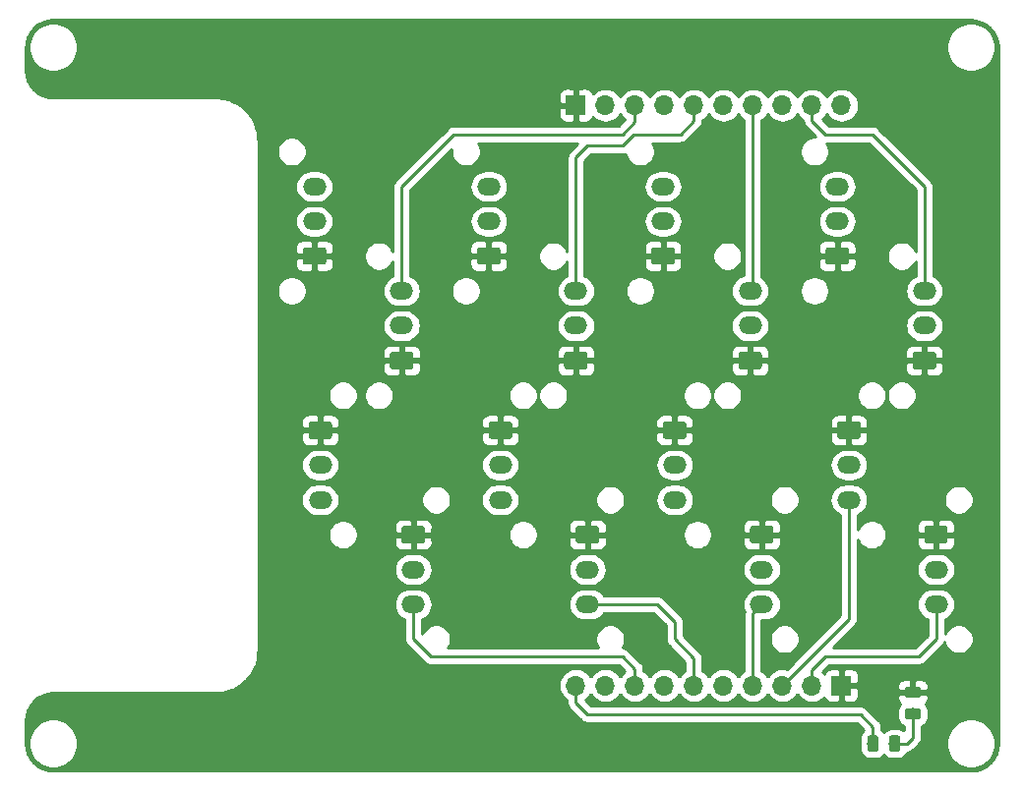
<source format=gbr>
%TF.GenerationSoftware,KiCad,Pcbnew,(5.1.4)-1*%
%TF.CreationDate,2019-11-14T01:11:51-06:00*%
%TF.ProjectId,BPSMinionConnector,4250534d-696e-4696-9f6e-436f6e6e6563,rev?*%
%TF.SameCoordinates,Original*%
%TF.FileFunction,Copper,L1,Top*%
%TF.FilePolarity,Positive*%
%FSLAX46Y46*%
G04 Gerber Fmt 4.6, Leading zero omitted, Abs format (unit mm)*
G04 Created by KiCad (PCBNEW (5.1.4)-1) date 2019-11-14 01:11:51*
%MOMM*%
%LPD*%
G04 APERTURE LIST*
%ADD10C,0.100000*%
%ADD11C,1.500000*%
%ADD12O,2.020000X1.500000*%
%ADD13O,1.700000X1.700000*%
%ADD14R,1.700000X1.700000*%
%ADD15C,0.975000*%
%ADD16C,0.250000*%
%ADD17C,0.254000*%
G04 APERTURE END LIST*
D10*
G36*
X126784504Y-105251204D02*
G01*
X126808773Y-105254804D01*
X126832571Y-105260765D01*
X126855671Y-105269030D01*
X126877849Y-105279520D01*
X126898893Y-105292133D01*
X126918598Y-105306747D01*
X126936777Y-105323223D01*
X126953253Y-105341402D01*
X126967867Y-105361107D01*
X126980480Y-105382151D01*
X126990970Y-105404329D01*
X126999235Y-105427429D01*
X127005196Y-105451227D01*
X127008796Y-105475496D01*
X127010000Y-105500000D01*
X127010000Y-106500000D01*
X127008796Y-106524504D01*
X127005196Y-106548773D01*
X126999235Y-106572571D01*
X126990970Y-106595671D01*
X126980480Y-106617849D01*
X126967867Y-106638893D01*
X126953253Y-106658598D01*
X126936777Y-106676777D01*
X126918598Y-106693253D01*
X126898893Y-106707867D01*
X126877849Y-106720480D01*
X126855671Y-106730970D01*
X126832571Y-106739235D01*
X126808773Y-106745196D01*
X126784504Y-106748796D01*
X126760000Y-106750000D01*
X125240000Y-106750000D01*
X125215496Y-106748796D01*
X125191227Y-106745196D01*
X125167429Y-106739235D01*
X125144329Y-106730970D01*
X125122151Y-106720480D01*
X125101107Y-106707867D01*
X125081402Y-106693253D01*
X125063223Y-106676777D01*
X125046747Y-106658598D01*
X125032133Y-106638893D01*
X125019520Y-106617849D01*
X125009030Y-106595671D01*
X125000765Y-106572571D01*
X124994804Y-106548773D01*
X124991204Y-106524504D01*
X124990000Y-106500000D01*
X124990000Y-105500000D01*
X124991204Y-105475496D01*
X124994804Y-105451227D01*
X125000765Y-105427429D01*
X125009030Y-105404329D01*
X125019520Y-105382151D01*
X125032133Y-105361107D01*
X125046747Y-105341402D01*
X125063223Y-105323223D01*
X125081402Y-105306747D01*
X125101107Y-105292133D01*
X125122151Y-105279520D01*
X125144329Y-105269030D01*
X125167429Y-105260765D01*
X125191227Y-105254804D01*
X125215496Y-105251204D01*
X125240000Y-105250000D01*
X126760000Y-105250000D01*
X126784504Y-105251204D01*
X126784504Y-105251204D01*
G37*
D11*
X126000000Y-106000000D03*
D12*
X126000000Y-109000000D03*
X126000000Y-112000000D03*
D10*
G36*
X171284504Y-90251204D02*
G01*
X171308773Y-90254804D01*
X171332571Y-90260765D01*
X171355671Y-90269030D01*
X171377849Y-90279520D01*
X171398893Y-90292133D01*
X171418598Y-90306747D01*
X171436777Y-90323223D01*
X171453253Y-90341402D01*
X171467867Y-90361107D01*
X171480480Y-90382151D01*
X171490970Y-90404329D01*
X171499235Y-90427429D01*
X171505196Y-90451227D01*
X171508796Y-90475496D01*
X171510000Y-90500000D01*
X171510000Y-91500000D01*
X171508796Y-91524504D01*
X171505196Y-91548773D01*
X171499235Y-91572571D01*
X171490970Y-91595671D01*
X171480480Y-91617849D01*
X171467867Y-91638893D01*
X171453253Y-91658598D01*
X171436777Y-91676777D01*
X171418598Y-91693253D01*
X171398893Y-91707867D01*
X171377849Y-91720480D01*
X171355671Y-91730970D01*
X171332571Y-91739235D01*
X171308773Y-91745196D01*
X171284504Y-91748796D01*
X171260000Y-91750000D01*
X169740000Y-91750000D01*
X169715496Y-91748796D01*
X169691227Y-91745196D01*
X169667429Y-91739235D01*
X169644329Y-91730970D01*
X169622151Y-91720480D01*
X169601107Y-91707867D01*
X169581402Y-91693253D01*
X169563223Y-91676777D01*
X169546747Y-91658598D01*
X169532133Y-91638893D01*
X169519520Y-91617849D01*
X169509030Y-91595671D01*
X169500765Y-91572571D01*
X169494804Y-91548773D01*
X169491204Y-91524504D01*
X169490000Y-91500000D01*
X169490000Y-90500000D01*
X169491204Y-90475496D01*
X169494804Y-90451227D01*
X169500765Y-90427429D01*
X169509030Y-90404329D01*
X169519520Y-90382151D01*
X169532133Y-90361107D01*
X169546747Y-90341402D01*
X169563223Y-90323223D01*
X169581402Y-90306747D01*
X169601107Y-90292133D01*
X169622151Y-90279520D01*
X169644329Y-90269030D01*
X169667429Y-90260765D01*
X169691227Y-90254804D01*
X169715496Y-90251204D01*
X169740000Y-90250000D01*
X171260000Y-90250000D01*
X171284504Y-90251204D01*
X171284504Y-90251204D01*
G37*
D11*
X170500000Y-91000000D03*
D12*
X170500000Y-88000000D03*
X170500000Y-85000000D03*
X171500000Y-112000000D03*
X171500000Y-109000000D03*
D10*
G36*
X172284504Y-105251204D02*
G01*
X172308773Y-105254804D01*
X172332571Y-105260765D01*
X172355671Y-105269030D01*
X172377849Y-105279520D01*
X172398893Y-105292133D01*
X172418598Y-105306747D01*
X172436777Y-105323223D01*
X172453253Y-105341402D01*
X172467867Y-105361107D01*
X172480480Y-105382151D01*
X172490970Y-105404329D01*
X172499235Y-105427429D01*
X172505196Y-105451227D01*
X172508796Y-105475496D01*
X172510000Y-105500000D01*
X172510000Y-106500000D01*
X172508796Y-106524504D01*
X172505196Y-106548773D01*
X172499235Y-106572571D01*
X172490970Y-106595671D01*
X172480480Y-106617849D01*
X172467867Y-106638893D01*
X172453253Y-106658598D01*
X172436777Y-106676777D01*
X172418598Y-106693253D01*
X172398893Y-106707867D01*
X172377849Y-106720480D01*
X172355671Y-106730970D01*
X172332571Y-106739235D01*
X172308773Y-106745196D01*
X172284504Y-106748796D01*
X172260000Y-106750000D01*
X170740000Y-106750000D01*
X170715496Y-106748796D01*
X170691227Y-106745196D01*
X170667429Y-106739235D01*
X170644329Y-106730970D01*
X170622151Y-106720480D01*
X170601107Y-106707867D01*
X170581402Y-106693253D01*
X170563223Y-106676777D01*
X170546747Y-106658598D01*
X170532133Y-106638893D01*
X170519520Y-106617849D01*
X170509030Y-106595671D01*
X170500765Y-106572571D01*
X170494804Y-106548773D01*
X170491204Y-106524504D01*
X170490000Y-106500000D01*
X170490000Y-105500000D01*
X170491204Y-105475496D01*
X170494804Y-105451227D01*
X170500765Y-105427429D01*
X170509030Y-105404329D01*
X170519520Y-105382151D01*
X170532133Y-105361107D01*
X170546747Y-105341402D01*
X170563223Y-105323223D01*
X170581402Y-105306747D01*
X170601107Y-105292133D01*
X170622151Y-105279520D01*
X170644329Y-105269030D01*
X170667429Y-105260765D01*
X170691227Y-105254804D01*
X170715496Y-105251204D01*
X170740000Y-105250000D01*
X172260000Y-105250000D01*
X172284504Y-105251204D01*
X172284504Y-105251204D01*
G37*
D11*
X171500000Y-106000000D03*
D10*
G36*
X164784504Y-114251204D02*
G01*
X164808773Y-114254804D01*
X164832571Y-114260765D01*
X164855671Y-114269030D01*
X164877849Y-114279520D01*
X164898893Y-114292133D01*
X164918598Y-114306747D01*
X164936777Y-114323223D01*
X164953253Y-114341402D01*
X164967867Y-114361107D01*
X164980480Y-114382151D01*
X164990970Y-114404329D01*
X164999235Y-114427429D01*
X165005196Y-114451227D01*
X165008796Y-114475496D01*
X165010000Y-114500000D01*
X165010000Y-115500000D01*
X165008796Y-115524504D01*
X165005196Y-115548773D01*
X164999235Y-115572571D01*
X164990970Y-115595671D01*
X164980480Y-115617849D01*
X164967867Y-115638893D01*
X164953253Y-115658598D01*
X164936777Y-115676777D01*
X164918598Y-115693253D01*
X164898893Y-115707867D01*
X164877849Y-115720480D01*
X164855671Y-115730970D01*
X164832571Y-115739235D01*
X164808773Y-115745196D01*
X164784504Y-115748796D01*
X164760000Y-115750000D01*
X163240000Y-115750000D01*
X163215496Y-115748796D01*
X163191227Y-115745196D01*
X163167429Y-115739235D01*
X163144329Y-115730970D01*
X163122151Y-115720480D01*
X163101107Y-115707867D01*
X163081402Y-115693253D01*
X163063223Y-115676777D01*
X163046747Y-115658598D01*
X163032133Y-115638893D01*
X163019520Y-115617849D01*
X163009030Y-115595671D01*
X163000765Y-115572571D01*
X162994804Y-115548773D01*
X162991204Y-115524504D01*
X162990000Y-115500000D01*
X162990000Y-114500000D01*
X162991204Y-114475496D01*
X162994804Y-114451227D01*
X163000765Y-114427429D01*
X163009030Y-114404329D01*
X163019520Y-114382151D01*
X163032133Y-114361107D01*
X163046747Y-114341402D01*
X163063223Y-114323223D01*
X163081402Y-114306747D01*
X163101107Y-114292133D01*
X163122151Y-114279520D01*
X163144329Y-114269030D01*
X163167429Y-114260765D01*
X163191227Y-114254804D01*
X163215496Y-114251204D01*
X163240000Y-114250000D01*
X164760000Y-114250000D01*
X164784504Y-114251204D01*
X164784504Y-114251204D01*
G37*
D11*
X164000000Y-115000000D03*
D12*
X164000000Y-118000000D03*
X164000000Y-121000000D03*
X156500000Y-112000000D03*
X156500000Y-109000000D03*
D10*
G36*
X157284504Y-105251204D02*
G01*
X157308773Y-105254804D01*
X157332571Y-105260765D01*
X157355671Y-105269030D01*
X157377849Y-105279520D01*
X157398893Y-105292133D01*
X157418598Y-105306747D01*
X157436777Y-105323223D01*
X157453253Y-105341402D01*
X157467867Y-105361107D01*
X157480480Y-105382151D01*
X157490970Y-105404329D01*
X157499235Y-105427429D01*
X157505196Y-105451227D01*
X157508796Y-105475496D01*
X157510000Y-105500000D01*
X157510000Y-106500000D01*
X157508796Y-106524504D01*
X157505196Y-106548773D01*
X157499235Y-106572571D01*
X157490970Y-106595671D01*
X157480480Y-106617849D01*
X157467867Y-106638893D01*
X157453253Y-106658598D01*
X157436777Y-106676777D01*
X157418598Y-106693253D01*
X157398893Y-106707867D01*
X157377849Y-106720480D01*
X157355671Y-106730970D01*
X157332571Y-106739235D01*
X157308773Y-106745196D01*
X157284504Y-106748796D01*
X157260000Y-106750000D01*
X155740000Y-106750000D01*
X155715496Y-106748796D01*
X155691227Y-106745196D01*
X155667429Y-106739235D01*
X155644329Y-106730970D01*
X155622151Y-106720480D01*
X155601107Y-106707867D01*
X155581402Y-106693253D01*
X155563223Y-106676777D01*
X155546747Y-106658598D01*
X155532133Y-106638893D01*
X155519520Y-106617849D01*
X155509030Y-106595671D01*
X155500765Y-106572571D01*
X155494804Y-106548773D01*
X155491204Y-106524504D01*
X155490000Y-106500000D01*
X155490000Y-105500000D01*
X155491204Y-105475496D01*
X155494804Y-105451227D01*
X155500765Y-105427429D01*
X155509030Y-105404329D01*
X155519520Y-105382151D01*
X155532133Y-105361107D01*
X155546747Y-105341402D01*
X155563223Y-105323223D01*
X155581402Y-105306747D01*
X155601107Y-105292133D01*
X155622151Y-105279520D01*
X155644329Y-105269030D01*
X155667429Y-105260765D01*
X155691227Y-105254804D01*
X155715496Y-105251204D01*
X155740000Y-105250000D01*
X157260000Y-105250000D01*
X157284504Y-105251204D01*
X157284504Y-105251204D01*
G37*
D11*
X156500000Y-106000000D03*
D10*
G36*
X149784504Y-114251204D02*
G01*
X149808773Y-114254804D01*
X149832571Y-114260765D01*
X149855671Y-114269030D01*
X149877849Y-114279520D01*
X149898893Y-114292133D01*
X149918598Y-114306747D01*
X149936777Y-114323223D01*
X149953253Y-114341402D01*
X149967867Y-114361107D01*
X149980480Y-114382151D01*
X149990970Y-114404329D01*
X149999235Y-114427429D01*
X150005196Y-114451227D01*
X150008796Y-114475496D01*
X150010000Y-114500000D01*
X150010000Y-115500000D01*
X150008796Y-115524504D01*
X150005196Y-115548773D01*
X149999235Y-115572571D01*
X149990970Y-115595671D01*
X149980480Y-115617849D01*
X149967867Y-115638893D01*
X149953253Y-115658598D01*
X149936777Y-115676777D01*
X149918598Y-115693253D01*
X149898893Y-115707867D01*
X149877849Y-115720480D01*
X149855671Y-115730970D01*
X149832571Y-115739235D01*
X149808773Y-115745196D01*
X149784504Y-115748796D01*
X149760000Y-115750000D01*
X148240000Y-115750000D01*
X148215496Y-115748796D01*
X148191227Y-115745196D01*
X148167429Y-115739235D01*
X148144329Y-115730970D01*
X148122151Y-115720480D01*
X148101107Y-115707867D01*
X148081402Y-115693253D01*
X148063223Y-115676777D01*
X148046747Y-115658598D01*
X148032133Y-115638893D01*
X148019520Y-115617849D01*
X148009030Y-115595671D01*
X148000765Y-115572571D01*
X147994804Y-115548773D01*
X147991204Y-115524504D01*
X147990000Y-115500000D01*
X147990000Y-114500000D01*
X147991204Y-114475496D01*
X147994804Y-114451227D01*
X148000765Y-114427429D01*
X148009030Y-114404329D01*
X148019520Y-114382151D01*
X148032133Y-114361107D01*
X148046747Y-114341402D01*
X148063223Y-114323223D01*
X148081402Y-114306747D01*
X148101107Y-114292133D01*
X148122151Y-114279520D01*
X148144329Y-114269030D01*
X148167429Y-114260765D01*
X148191227Y-114254804D01*
X148215496Y-114251204D01*
X148240000Y-114250000D01*
X149760000Y-114250000D01*
X149784504Y-114251204D01*
X149784504Y-114251204D01*
G37*
D11*
X149000000Y-115000000D03*
D12*
X149000000Y-118000000D03*
X149000000Y-121000000D03*
D10*
G36*
X142284504Y-105251204D02*
G01*
X142308773Y-105254804D01*
X142332571Y-105260765D01*
X142355671Y-105269030D01*
X142377849Y-105279520D01*
X142398893Y-105292133D01*
X142418598Y-105306747D01*
X142436777Y-105323223D01*
X142453253Y-105341402D01*
X142467867Y-105361107D01*
X142480480Y-105382151D01*
X142490970Y-105404329D01*
X142499235Y-105427429D01*
X142505196Y-105451227D01*
X142508796Y-105475496D01*
X142510000Y-105500000D01*
X142510000Y-106500000D01*
X142508796Y-106524504D01*
X142505196Y-106548773D01*
X142499235Y-106572571D01*
X142490970Y-106595671D01*
X142480480Y-106617849D01*
X142467867Y-106638893D01*
X142453253Y-106658598D01*
X142436777Y-106676777D01*
X142418598Y-106693253D01*
X142398893Y-106707867D01*
X142377849Y-106720480D01*
X142355671Y-106730970D01*
X142332571Y-106739235D01*
X142308773Y-106745196D01*
X142284504Y-106748796D01*
X142260000Y-106750000D01*
X140740000Y-106750000D01*
X140715496Y-106748796D01*
X140691227Y-106745196D01*
X140667429Y-106739235D01*
X140644329Y-106730970D01*
X140622151Y-106720480D01*
X140601107Y-106707867D01*
X140581402Y-106693253D01*
X140563223Y-106676777D01*
X140546747Y-106658598D01*
X140532133Y-106638893D01*
X140519520Y-106617849D01*
X140509030Y-106595671D01*
X140500765Y-106572571D01*
X140494804Y-106548773D01*
X140491204Y-106524504D01*
X140490000Y-106500000D01*
X140490000Y-105500000D01*
X140491204Y-105475496D01*
X140494804Y-105451227D01*
X140500765Y-105427429D01*
X140509030Y-105404329D01*
X140519520Y-105382151D01*
X140532133Y-105361107D01*
X140546747Y-105341402D01*
X140563223Y-105323223D01*
X140581402Y-105306747D01*
X140601107Y-105292133D01*
X140622151Y-105279520D01*
X140644329Y-105269030D01*
X140667429Y-105260765D01*
X140691227Y-105254804D01*
X140715496Y-105251204D01*
X140740000Y-105250000D01*
X142260000Y-105250000D01*
X142284504Y-105251204D01*
X142284504Y-105251204D01*
G37*
D11*
X141500000Y-106000000D03*
D12*
X141500000Y-109000000D03*
X141500000Y-112000000D03*
X134000000Y-121000000D03*
X134000000Y-118000000D03*
D10*
G36*
X134784504Y-114251204D02*
G01*
X134808773Y-114254804D01*
X134832571Y-114260765D01*
X134855671Y-114269030D01*
X134877849Y-114279520D01*
X134898893Y-114292133D01*
X134918598Y-114306747D01*
X134936777Y-114323223D01*
X134953253Y-114341402D01*
X134967867Y-114361107D01*
X134980480Y-114382151D01*
X134990970Y-114404329D01*
X134999235Y-114427429D01*
X135005196Y-114451227D01*
X135008796Y-114475496D01*
X135010000Y-114500000D01*
X135010000Y-115500000D01*
X135008796Y-115524504D01*
X135005196Y-115548773D01*
X134999235Y-115572571D01*
X134990970Y-115595671D01*
X134980480Y-115617849D01*
X134967867Y-115638893D01*
X134953253Y-115658598D01*
X134936777Y-115676777D01*
X134918598Y-115693253D01*
X134898893Y-115707867D01*
X134877849Y-115720480D01*
X134855671Y-115730970D01*
X134832571Y-115739235D01*
X134808773Y-115745196D01*
X134784504Y-115748796D01*
X134760000Y-115750000D01*
X133240000Y-115750000D01*
X133215496Y-115748796D01*
X133191227Y-115745196D01*
X133167429Y-115739235D01*
X133144329Y-115730970D01*
X133122151Y-115720480D01*
X133101107Y-115707867D01*
X133081402Y-115693253D01*
X133063223Y-115676777D01*
X133046747Y-115658598D01*
X133032133Y-115638893D01*
X133019520Y-115617849D01*
X133009030Y-115595671D01*
X133000765Y-115572571D01*
X132994804Y-115548773D01*
X132991204Y-115524504D01*
X132990000Y-115500000D01*
X132990000Y-114500000D01*
X132991204Y-114475496D01*
X132994804Y-114451227D01*
X133000765Y-114427429D01*
X133009030Y-114404329D01*
X133019520Y-114382151D01*
X133032133Y-114361107D01*
X133046747Y-114341402D01*
X133063223Y-114323223D01*
X133081402Y-114306747D01*
X133101107Y-114292133D01*
X133122151Y-114279520D01*
X133144329Y-114269030D01*
X133167429Y-114260765D01*
X133191227Y-114254804D01*
X133215496Y-114251204D01*
X133240000Y-114250000D01*
X134760000Y-114250000D01*
X134784504Y-114251204D01*
X134784504Y-114251204D01*
G37*
D11*
X134000000Y-115000000D03*
D12*
X179000000Y-121000000D03*
X179000000Y-118000000D03*
D10*
G36*
X179784504Y-114251204D02*
G01*
X179808773Y-114254804D01*
X179832571Y-114260765D01*
X179855671Y-114269030D01*
X179877849Y-114279520D01*
X179898893Y-114292133D01*
X179918598Y-114306747D01*
X179936777Y-114323223D01*
X179953253Y-114341402D01*
X179967867Y-114361107D01*
X179980480Y-114382151D01*
X179990970Y-114404329D01*
X179999235Y-114427429D01*
X180005196Y-114451227D01*
X180008796Y-114475496D01*
X180010000Y-114500000D01*
X180010000Y-115500000D01*
X180008796Y-115524504D01*
X180005196Y-115548773D01*
X179999235Y-115572571D01*
X179990970Y-115595671D01*
X179980480Y-115617849D01*
X179967867Y-115638893D01*
X179953253Y-115658598D01*
X179936777Y-115676777D01*
X179918598Y-115693253D01*
X179898893Y-115707867D01*
X179877849Y-115720480D01*
X179855671Y-115730970D01*
X179832571Y-115739235D01*
X179808773Y-115745196D01*
X179784504Y-115748796D01*
X179760000Y-115750000D01*
X178240000Y-115750000D01*
X178215496Y-115748796D01*
X178191227Y-115745196D01*
X178167429Y-115739235D01*
X178144329Y-115730970D01*
X178122151Y-115720480D01*
X178101107Y-115707867D01*
X178081402Y-115693253D01*
X178063223Y-115676777D01*
X178046747Y-115658598D01*
X178032133Y-115638893D01*
X178019520Y-115617849D01*
X178009030Y-115595671D01*
X178000765Y-115572571D01*
X177994804Y-115548773D01*
X177991204Y-115524504D01*
X177990000Y-115500000D01*
X177990000Y-114500000D01*
X177991204Y-114475496D01*
X177994804Y-114451227D01*
X178000765Y-114427429D01*
X178009030Y-114404329D01*
X178019520Y-114382151D01*
X178032133Y-114361107D01*
X178046747Y-114341402D01*
X178063223Y-114323223D01*
X178081402Y-114306747D01*
X178101107Y-114292133D01*
X178122151Y-114279520D01*
X178144329Y-114269030D01*
X178167429Y-114260765D01*
X178191227Y-114254804D01*
X178215496Y-114251204D01*
X178240000Y-114250000D01*
X179760000Y-114250000D01*
X179784504Y-114251204D01*
X179784504Y-114251204D01*
G37*
D11*
X179000000Y-115000000D03*
D13*
X148000000Y-128000000D03*
X150540000Y-128000000D03*
X153080000Y-128000000D03*
X155620000Y-128000000D03*
X158160000Y-128000000D03*
X160700000Y-128000000D03*
X163240000Y-128000000D03*
X165780000Y-128000000D03*
X168320000Y-128000000D03*
D14*
X170860000Y-128000000D03*
D12*
X125500000Y-85000000D03*
X125500000Y-88000000D03*
D10*
G36*
X126284504Y-90251204D02*
G01*
X126308773Y-90254804D01*
X126332571Y-90260765D01*
X126355671Y-90269030D01*
X126377849Y-90279520D01*
X126398893Y-90292133D01*
X126418598Y-90306747D01*
X126436777Y-90323223D01*
X126453253Y-90341402D01*
X126467867Y-90361107D01*
X126480480Y-90382151D01*
X126490970Y-90404329D01*
X126499235Y-90427429D01*
X126505196Y-90451227D01*
X126508796Y-90475496D01*
X126510000Y-90500000D01*
X126510000Y-91500000D01*
X126508796Y-91524504D01*
X126505196Y-91548773D01*
X126499235Y-91572571D01*
X126490970Y-91595671D01*
X126480480Y-91617849D01*
X126467867Y-91638893D01*
X126453253Y-91658598D01*
X126436777Y-91676777D01*
X126418598Y-91693253D01*
X126398893Y-91707867D01*
X126377849Y-91720480D01*
X126355671Y-91730970D01*
X126332571Y-91739235D01*
X126308773Y-91745196D01*
X126284504Y-91748796D01*
X126260000Y-91750000D01*
X124740000Y-91750000D01*
X124715496Y-91748796D01*
X124691227Y-91745196D01*
X124667429Y-91739235D01*
X124644329Y-91730970D01*
X124622151Y-91720480D01*
X124601107Y-91707867D01*
X124581402Y-91693253D01*
X124563223Y-91676777D01*
X124546747Y-91658598D01*
X124532133Y-91638893D01*
X124519520Y-91617849D01*
X124509030Y-91595671D01*
X124500765Y-91572571D01*
X124494804Y-91548773D01*
X124491204Y-91524504D01*
X124490000Y-91500000D01*
X124490000Y-90500000D01*
X124491204Y-90475496D01*
X124494804Y-90451227D01*
X124500765Y-90427429D01*
X124509030Y-90404329D01*
X124519520Y-90382151D01*
X124532133Y-90361107D01*
X124546747Y-90341402D01*
X124563223Y-90323223D01*
X124581402Y-90306747D01*
X124601107Y-90292133D01*
X124622151Y-90279520D01*
X124644329Y-90269030D01*
X124667429Y-90260765D01*
X124691227Y-90254804D01*
X124715496Y-90251204D01*
X124740000Y-90250000D01*
X126260000Y-90250000D01*
X126284504Y-90251204D01*
X126284504Y-90251204D01*
G37*
D11*
X125500000Y-91000000D03*
D10*
G36*
X133784504Y-99251204D02*
G01*
X133808773Y-99254804D01*
X133832571Y-99260765D01*
X133855671Y-99269030D01*
X133877849Y-99279520D01*
X133898893Y-99292133D01*
X133918598Y-99306747D01*
X133936777Y-99323223D01*
X133953253Y-99341402D01*
X133967867Y-99361107D01*
X133980480Y-99382151D01*
X133990970Y-99404329D01*
X133999235Y-99427429D01*
X134005196Y-99451227D01*
X134008796Y-99475496D01*
X134010000Y-99500000D01*
X134010000Y-100500000D01*
X134008796Y-100524504D01*
X134005196Y-100548773D01*
X133999235Y-100572571D01*
X133990970Y-100595671D01*
X133980480Y-100617849D01*
X133967867Y-100638893D01*
X133953253Y-100658598D01*
X133936777Y-100676777D01*
X133918598Y-100693253D01*
X133898893Y-100707867D01*
X133877849Y-100720480D01*
X133855671Y-100730970D01*
X133832571Y-100739235D01*
X133808773Y-100745196D01*
X133784504Y-100748796D01*
X133760000Y-100750000D01*
X132240000Y-100750000D01*
X132215496Y-100748796D01*
X132191227Y-100745196D01*
X132167429Y-100739235D01*
X132144329Y-100730970D01*
X132122151Y-100720480D01*
X132101107Y-100707867D01*
X132081402Y-100693253D01*
X132063223Y-100676777D01*
X132046747Y-100658598D01*
X132032133Y-100638893D01*
X132019520Y-100617849D01*
X132009030Y-100595671D01*
X132000765Y-100572571D01*
X131994804Y-100548773D01*
X131991204Y-100524504D01*
X131990000Y-100500000D01*
X131990000Y-99500000D01*
X131991204Y-99475496D01*
X131994804Y-99451227D01*
X132000765Y-99427429D01*
X132009030Y-99404329D01*
X132019520Y-99382151D01*
X132032133Y-99361107D01*
X132046747Y-99341402D01*
X132063223Y-99323223D01*
X132081402Y-99306747D01*
X132101107Y-99292133D01*
X132122151Y-99279520D01*
X132144329Y-99269030D01*
X132167429Y-99260765D01*
X132191227Y-99254804D01*
X132215496Y-99251204D01*
X132240000Y-99250000D01*
X133760000Y-99250000D01*
X133784504Y-99251204D01*
X133784504Y-99251204D01*
G37*
D11*
X133000000Y-100000000D03*
D12*
X133000000Y-97000000D03*
X133000000Y-94000000D03*
D10*
G36*
X141284504Y-90251204D02*
G01*
X141308773Y-90254804D01*
X141332571Y-90260765D01*
X141355671Y-90269030D01*
X141377849Y-90279520D01*
X141398893Y-90292133D01*
X141418598Y-90306747D01*
X141436777Y-90323223D01*
X141453253Y-90341402D01*
X141467867Y-90361107D01*
X141480480Y-90382151D01*
X141490970Y-90404329D01*
X141499235Y-90427429D01*
X141505196Y-90451227D01*
X141508796Y-90475496D01*
X141510000Y-90500000D01*
X141510000Y-91500000D01*
X141508796Y-91524504D01*
X141505196Y-91548773D01*
X141499235Y-91572571D01*
X141490970Y-91595671D01*
X141480480Y-91617849D01*
X141467867Y-91638893D01*
X141453253Y-91658598D01*
X141436777Y-91676777D01*
X141418598Y-91693253D01*
X141398893Y-91707867D01*
X141377849Y-91720480D01*
X141355671Y-91730970D01*
X141332571Y-91739235D01*
X141308773Y-91745196D01*
X141284504Y-91748796D01*
X141260000Y-91750000D01*
X139740000Y-91750000D01*
X139715496Y-91748796D01*
X139691227Y-91745196D01*
X139667429Y-91739235D01*
X139644329Y-91730970D01*
X139622151Y-91720480D01*
X139601107Y-91707867D01*
X139581402Y-91693253D01*
X139563223Y-91676777D01*
X139546747Y-91658598D01*
X139532133Y-91638893D01*
X139519520Y-91617849D01*
X139509030Y-91595671D01*
X139500765Y-91572571D01*
X139494804Y-91548773D01*
X139491204Y-91524504D01*
X139490000Y-91500000D01*
X139490000Y-90500000D01*
X139491204Y-90475496D01*
X139494804Y-90451227D01*
X139500765Y-90427429D01*
X139509030Y-90404329D01*
X139519520Y-90382151D01*
X139532133Y-90361107D01*
X139546747Y-90341402D01*
X139563223Y-90323223D01*
X139581402Y-90306747D01*
X139601107Y-90292133D01*
X139622151Y-90279520D01*
X139644329Y-90269030D01*
X139667429Y-90260765D01*
X139691227Y-90254804D01*
X139715496Y-90251204D01*
X139740000Y-90250000D01*
X141260000Y-90250000D01*
X141284504Y-90251204D01*
X141284504Y-90251204D01*
G37*
D11*
X140500000Y-91000000D03*
D12*
X140500000Y-88000000D03*
X140500000Y-85000000D03*
X148000000Y-94000000D03*
X148000000Y-97000000D03*
D10*
G36*
X148784504Y-99251204D02*
G01*
X148808773Y-99254804D01*
X148832571Y-99260765D01*
X148855671Y-99269030D01*
X148877849Y-99279520D01*
X148898893Y-99292133D01*
X148918598Y-99306747D01*
X148936777Y-99323223D01*
X148953253Y-99341402D01*
X148967867Y-99361107D01*
X148980480Y-99382151D01*
X148990970Y-99404329D01*
X148999235Y-99427429D01*
X149005196Y-99451227D01*
X149008796Y-99475496D01*
X149010000Y-99500000D01*
X149010000Y-100500000D01*
X149008796Y-100524504D01*
X149005196Y-100548773D01*
X148999235Y-100572571D01*
X148990970Y-100595671D01*
X148980480Y-100617849D01*
X148967867Y-100638893D01*
X148953253Y-100658598D01*
X148936777Y-100676777D01*
X148918598Y-100693253D01*
X148898893Y-100707867D01*
X148877849Y-100720480D01*
X148855671Y-100730970D01*
X148832571Y-100739235D01*
X148808773Y-100745196D01*
X148784504Y-100748796D01*
X148760000Y-100750000D01*
X147240000Y-100750000D01*
X147215496Y-100748796D01*
X147191227Y-100745196D01*
X147167429Y-100739235D01*
X147144329Y-100730970D01*
X147122151Y-100720480D01*
X147101107Y-100707867D01*
X147081402Y-100693253D01*
X147063223Y-100676777D01*
X147046747Y-100658598D01*
X147032133Y-100638893D01*
X147019520Y-100617849D01*
X147009030Y-100595671D01*
X147000765Y-100572571D01*
X146994804Y-100548773D01*
X146991204Y-100524504D01*
X146990000Y-100500000D01*
X146990000Y-99500000D01*
X146991204Y-99475496D01*
X146994804Y-99451227D01*
X147000765Y-99427429D01*
X147009030Y-99404329D01*
X147019520Y-99382151D01*
X147032133Y-99361107D01*
X147046747Y-99341402D01*
X147063223Y-99323223D01*
X147081402Y-99306747D01*
X147101107Y-99292133D01*
X147122151Y-99279520D01*
X147144329Y-99269030D01*
X147167429Y-99260765D01*
X147191227Y-99254804D01*
X147215496Y-99251204D01*
X147240000Y-99250000D01*
X148760000Y-99250000D01*
X148784504Y-99251204D01*
X148784504Y-99251204D01*
G37*
D11*
X148000000Y-100000000D03*
D14*
X148000000Y-78000000D03*
D13*
X150540000Y-78000000D03*
X153080000Y-78000000D03*
X155620000Y-78000000D03*
X158160000Y-78000000D03*
X160700000Y-78000000D03*
X163240000Y-78000000D03*
X165780000Y-78000000D03*
X168320000Y-78000000D03*
X170860000Y-78000000D03*
D10*
G36*
X156284504Y-90251204D02*
G01*
X156308773Y-90254804D01*
X156332571Y-90260765D01*
X156355671Y-90269030D01*
X156377849Y-90279520D01*
X156398893Y-90292133D01*
X156418598Y-90306747D01*
X156436777Y-90323223D01*
X156453253Y-90341402D01*
X156467867Y-90361107D01*
X156480480Y-90382151D01*
X156490970Y-90404329D01*
X156499235Y-90427429D01*
X156505196Y-90451227D01*
X156508796Y-90475496D01*
X156510000Y-90500000D01*
X156510000Y-91500000D01*
X156508796Y-91524504D01*
X156505196Y-91548773D01*
X156499235Y-91572571D01*
X156490970Y-91595671D01*
X156480480Y-91617849D01*
X156467867Y-91638893D01*
X156453253Y-91658598D01*
X156436777Y-91676777D01*
X156418598Y-91693253D01*
X156398893Y-91707867D01*
X156377849Y-91720480D01*
X156355671Y-91730970D01*
X156332571Y-91739235D01*
X156308773Y-91745196D01*
X156284504Y-91748796D01*
X156260000Y-91750000D01*
X154740000Y-91750000D01*
X154715496Y-91748796D01*
X154691227Y-91745196D01*
X154667429Y-91739235D01*
X154644329Y-91730970D01*
X154622151Y-91720480D01*
X154601107Y-91707867D01*
X154581402Y-91693253D01*
X154563223Y-91676777D01*
X154546747Y-91658598D01*
X154532133Y-91638893D01*
X154519520Y-91617849D01*
X154509030Y-91595671D01*
X154500765Y-91572571D01*
X154494804Y-91548773D01*
X154491204Y-91524504D01*
X154490000Y-91500000D01*
X154490000Y-90500000D01*
X154491204Y-90475496D01*
X154494804Y-90451227D01*
X154500765Y-90427429D01*
X154509030Y-90404329D01*
X154519520Y-90382151D01*
X154532133Y-90361107D01*
X154546747Y-90341402D01*
X154563223Y-90323223D01*
X154581402Y-90306747D01*
X154601107Y-90292133D01*
X154622151Y-90279520D01*
X154644329Y-90269030D01*
X154667429Y-90260765D01*
X154691227Y-90254804D01*
X154715496Y-90251204D01*
X154740000Y-90250000D01*
X156260000Y-90250000D01*
X156284504Y-90251204D01*
X156284504Y-90251204D01*
G37*
D11*
X155500000Y-91000000D03*
D12*
X155500000Y-88000000D03*
X155500000Y-85000000D03*
X163000000Y-94000000D03*
X163000000Y-97000000D03*
D10*
G36*
X163784504Y-99251204D02*
G01*
X163808773Y-99254804D01*
X163832571Y-99260765D01*
X163855671Y-99269030D01*
X163877849Y-99279520D01*
X163898893Y-99292133D01*
X163918598Y-99306747D01*
X163936777Y-99323223D01*
X163953253Y-99341402D01*
X163967867Y-99361107D01*
X163980480Y-99382151D01*
X163990970Y-99404329D01*
X163999235Y-99427429D01*
X164005196Y-99451227D01*
X164008796Y-99475496D01*
X164010000Y-99500000D01*
X164010000Y-100500000D01*
X164008796Y-100524504D01*
X164005196Y-100548773D01*
X163999235Y-100572571D01*
X163990970Y-100595671D01*
X163980480Y-100617849D01*
X163967867Y-100638893D01*
X163953253Y-100658598D01*
X163936777Y-100676777D01*
X163918598Y-100693253D01*
X163898893Y-100707867D01*
X163877849Y-100720480D01*
X163855671Y-100730970D01*
X163832571Y-100739235D01*
X163808773Y-100745196D01*
X163784504Y-100748796D01*
X163760000Y-100750000D01*
X162240000Y-100750000D01*
X162215496Y-100748796D01*
X162191227Y-100745196D01*
X162167429Y-100739235D01*
X162144329Y-100730970D01*
X162122151Y-100720480D01*
X162101107Y-100707867D01*
X162081402Y-100693253D01*
X162063223Y-100676777D01*
X162046747Y-100658598D01*
X162032133Y-100638893D01*
X162019520Y-100617849D01*
X162009030Y-100595671D01*
X162000765Y-100572571D01*
X161994804Y-100548773D01*
X161991204Y-100524504D01*
X161990000Y-100500000D01*
X161990000Y-99500000D01*
X161991204Y-99475496D01*
X161994804Y-99451227D01*
X162000765Y-99427429D01*
X162009030Y-99404329D01*
X162019520Y-99382151D01*
X162032133Y-99361107D01*
X162046747Y-99341402D01*
X162063223Y-99323223D01*
X162081402Y-99306747D01*
X162101107Y-99292133D01*
X162122151Y-99279520D01*
X162144329Y-99269030D01*
X162167429Y-99260765D01*
X162191227Y-99254804D01*
X162215496Y-99251204D01*
X162240000Y-99250000D01*
X163760000Y-99250000D01*
X163784504Y-99251204D01*
X163784504Y-99251204D01*
G37*
D11*
X163000000Y-100000000D03*
D10*
G36*
X178784504Y-99251204D02*
G01*
X178808773Y-99254804D01*
X178832571Y-99260765D01*
X178855671Y-99269030D01*
X178877849Y-99279520D01*
X178898893Y-99292133D01*
X178918598Y-99306747D01*
X178936777Y-99323223D01*
X178953253Y-99341402D01*
X178967867Y-99361107D01*
X178980480Y-99382151D01*
X178990970Y-99404329D01*
X178999235Y-99427429D01*
X179005196Y-99451227D01*
X179008796Y-99475496D01*
X179010000Y-99500000D01*
X179010000Y-100500000D01*
X179008796Y-100524504D01*
X179005196Y-100548773D01*
X178999235Y-100572571D01*
X178990970Y-100595671D01*
X178980480Y-100617849D01*
X178967867Y-100638893D01*
X178953253Y-100658598D01*
X178936777Y-100676777D01*
X178918598Y-100693253D01*
X178898893Y-100707867D01*
X178877849Y-100720480D01*
X178855671Y-100730970D01*
X178832571Y-100739235D01*
X178808773Y-100745196D01*
X178784504Y-100748796D01*
X178760000Y-100750000D01*
X177240000Y-100750000D01*
X177215496Y-100748796D01*
X177191227Y-100745196D01*
X177167429Y-100739235D01*
X177144329Y-100730970D01*
X177122151Y-100720480D01*
X177101107Y-100707867D01*
X177081402Y-100693253D01*
X177063223Y-100676777D01*
X177046747Y-100658598D01*
X177032133Y-100638893D01*
X177019520Y-100617849D01*
X177009030Y-100595671D01*
X177000765Y-100572571D01*
X176994804Y-100548773D01*
X176991204Y-100524504D01*
X176990000Y-100500000D01*
X176990000Y-99500000D01*
X176991204Y-99475496D01*
X176994804Y-99451227D01*
X177000765Y-99427429D01*
X177009030Y-99404329D01*
X177019520Y-99382151D01*
X177032133Y-99361107D01*
X177046747Y-99341402D01*
X177063223Y-99323223D01*
X177081402Y-99306747D01*
X177101107Y-99292133D01*
X177122151Y-99279520D01*
X177144329Y-99269030D01*
X177167429Y-99260765D01*
X177191227Y-99254804D01*
X177215496Y-99251204D01*
X177240000Y-99250000D01*
X178760000Y-99250000D01*
X178784504Y-99251204D01*
X178784504Y-99251204D01*
G37*
D11*
X178000000Y-100000000D03*
D12*
X178000000Y-97000000D03*
X178000000Y-94000000D03*
D10*
G36*
X173830142Y-132301174D02*
G01*
X173853803Y-132304684D01*
X173877007Y-132310496D01*
X173899529Y-132318554D01*
X173921153Y-132328782D01*
X173941670Y-132341079D01*
X173960883Y-132355329D01*
X173978607Y-132371393D01*
X173994671Y-132389117D01*
X174008921Y-132408330D01*
X174021218Y-132428847D01*
X174031446Y-132450471D01*
X174039504Y-132472993D01*
X174045316Y-132496197D01*
X174048826Y-132519858D01*
X174050000Y-132543750D01*
X174050000Y-133456250D01*
X174048826Y-133480142D01*
X174045316Y-133503803D01*
X174039504Y-133527007D01*
X174031446Y-133549529D01*
X174021218Y-133571153D01*
X174008921Y-133591670D01*
X173994671Y-133610883D01*
X173978607Y-133628607D01*
X173960883Y-133644671D01*
X173941670Y-133658921D01*
X173921153Y-133671218D01*
X173899529Y-133681446D01*
X173877007Y-133689504D01*
X173853803Y-133695316D01*
X173830142Y-133698826D01*
X173806250Y-133700000D01*
X173318750Y-133700000D01*
X173294858Y-133698826D01*
X173271197Y-133695316D01*
X173247993Y-133689504D01*
X173225471Y-133681446D01*
X173203847Y-133671218D01*
X173183330Y-133658921D01*
X173164117Y-133644671D01*
X173146393Y-133628607D01*
X173130329Y-133610883D01*
X173116079Y-133591670D01*
X173103782Y-133571153D01*
X173093554Y-133549529D01*
X173085496Y-133527007D01*
X173079684Y-133503803D01*
X173076174Y-133480142D01*
X173075000Y-133456250D01*
X173075000Y-132543750D01*
X173076174Y-132519858D01*
X173079684Y-132496197D01*
X173085496Y-132472993D01*
X173093554Y-132450471D01*
X173103782Y-132428847D01*
X173116079Y-132408330D01*
X173130329Y-132389117D01*
X173146393Y-132371393D01*
X173164117Y-132355329D01*
X173183330Y-132341079D01*
X173203847Y-132328782D01*
X173225471Y-132318554D01*
X173247993Y-132310496D01*
X173271197Y-132304684D01*
X173294858Y-132301174D01*
X173318750Y-132300000D01*
X173806250Y-132300000D01*
X173830142Y-132301174D01*
X173830142Y-132301174D01*
G37*
D15*
X173562500Y-133000000D03*
D10*
G36*
X175705142Y-132301174D02*
G01*
X175728803Y-132304684D01*
X175752007Y-132310496D01*
X175774529Y-132318554D01*
X175796153Y-132328782D01*
X175816670Y-132341079D01*
X175835883Y-132355329D01*
X175853607Y-132371393D01*
X175869671Y-132389117D01*
X175883921Y-132408330D01*
X175896218Y-132428847D01*
X175906446Y-132450471D01*
X175914504Y-132472993D01*
X175920316Y-132496197D01*
X175923826Y-132519858D01*
X175925000Y-132543750D01*
X175925000Y-133456250D01*
X175923826Y-133480142D01*
X175920316Y-133503803D01*
X175914504Y-133527007D01*
X175906446Y-133549529D01*
X175896218Y-133571153D01*
X175883921Y-133591670D01*
X175869671Y-133610883D01*
X175853607Y-133628607D01*
X175835883Y-133644671D01*
X175816670Y-133658921D01*
X175796153Y-133671218D01*
X175774529Y-133681446D01*
X175752007Y-133689504D01*
X175728803Y-133695316D01*
X175705142Y-133698826D01*
X175681250Y-133700000D01*
X175193750Y-133700000D01*
X175169858Y-133698826D01*
X175146197Y-133695316D01*
X175122993Y-133689504D01*
X175100471Y-133681446D01*
X175078847Y-133671218D01*
X175058330Y-133658921D01*
X175039117Y-133644671D01*
X175021393Y-133628607D01*
X175005329Y-133610883D01*
X174991079Y-133591670D01*
X174978782Y-133571153D01*
X174968554Y-133549529D01*
X174960496Y-133527007D01*
X174954684Y-133503803D01*
X174951174Y-133480142D01*
X174950000Y-133456250D01*
X174950000Y-132543750D01*
X174951174Y-132519858D01*
X174954684Y-132496197D01*
X174960496Y-132472993D01*
X174968554Y-132450471D01*
X174978782Y-132428847D01*
X174991079Y-132408330D01*
X175005329Y-132389117D01*
X175021393Y-132371393D01*
X175039117Y-132355329D01*
X175058330Y-132341079D01*
X175078847Y-132328782D01*
X175100471Y-132318554D01*
X175122993Y-132310496D01*
X175146197Y-132304684D01*
X175169858Y-132301174D01*
X175193750Y-132300000D01*
X175681250Y-132300000D01*
X175705142Y-132301174D01*
X175705142Y-132301174D01*
G37*
D15*
X175437500Y-133000000D03*
D10*
G36*
X177480142Y-128076174D02*
G01*
X177503803Y-128079684D01*
X177527007Y-128085496D01*
X177549529Y-128093554D01*
X177571153Y-128103782D01*
X177591670Y-128116079D01*
X177610883Y-128130329D01*
X177628607Y-128146393D01*
X177644671Y-128164117D01*
X177658921Y-128183330D01*
X177671218Y-128203847D01*
X177681446Y-128225471D01*
X177689504Y-128247993D01*
X177695316Y-128271197D01*
X177698826Y-128294858D01*
X177700000Y-128318750D01*
X177700000Y-128806250D01*
X177698826Y-128830142D01*
X177695316Y-128853803D01*
X177689504Y-128877007D01*
X177681446Y-128899529D01*
X177671218Y-128921153D01*
X177658921Y-128941670D01*
X177644671Y-128960883D01*
X177628607Y-128978607D01*
X177610883Y-128994671D01*
X177591670Y-129008921D01*
X177571153Y-129021218D01*
X177549529Y-129031446D01*
X177527007Y-129039504D01*
X177503803Y-129045316D01*
X177480142Y-129048826D01*
X177456250Y-129050000D01*
X176543750Y-129050000D01*
X176519858Y-129048826D01*
X176496197Y-129045316D01*
X176472993Y-129039504D01*
X176450471Y-129031446D01*
X176428847Y-129021218D01*
X176408330Y-129008921D01*
X176389117Y-128994671D01*
X176371393Y-128978607D01*
X176355329Y-128960883D01*
X176341079Y-128941670D01*
X176328782Y-128921153D01*
X176318554Y-128899529D01*
X176310496Y-128877007D01*
X176304684Y-128853803D01*
X176301174Y-128830142D01*
X176300000Y-128806250D01*
X176300000Y-128318750D01*
X176301174Y-128294858D01*
X176304684Y-128271197D01*
X176310496Y-128247993D01*
X176318554Y-128225471D01*
X176328782Y-128203847D01*
X176341079Y-128183330D01*
X176355329Y-128164117D01*
X176371393Y-128146393D01*
X176389117Y-128130329D01*
X176408330Y-128116079D01*
X176428847Y-128103782D01*
X176450471Y-128093554D01*
X176472993Y-128085496D01*
X176496197Y-128079684D01*
X176519858Y-128076174D01*
X176543750Y-128075000D01*
X177456250Y-128075000D01*
X177480142Y-128076174D01*
X177480142Y-128076174D01*
G37*
D15*
X177000000Y-128562500D03*
D10*
G36*
X177480142Y-129951174D02*
G01*
X177503803Y-129954684D01*
X177527007Y-129960496D01*
X177549529Y-129968554D01*
X177571153Y-129978782D01*
X177591670Y-129991079D01*
X177610883Y-130005329D01*
X177628607Y-130021393D01*
X177644671Y-130039117D01*
X177658921Y-130058330D01*
X177671218Y-130078847D01*
X177681446Y-130100471D01*
X177689504Y-130122993D01*
X177695316Y-130146197D01*
X177698826Y-130169858D01*
X177700000Y-130193750D01*
X177700000Y-130681250D01*
X177698826Y-130705142D01*
X177695316Y-130728803D01*
X177689504Y-130752007D01*
X177681446Y-130774529D01*
X177671218Y-130796153D01*
X177658921Y-130816670D01*
X177644671Y-130835883D01*
X177628607Y-130853607D01*
X177610883Y-130869671D01*
X177591670Y-130883921D01*
X177571153Y-130896218D01*
X177549529Y-130906446D01*
X177527007Y-130914504D01*
X177503803Y-130920316D01*
X177480142Y-130923826D01*
X177456250Y-130925000D01*
X176543750Y-130925000D01*
X176519858Y-130923826D01*
X176496197Y-130920316D01*
X176472993Y-130914504D01*
X176450471Y-130906446D01*
X176428847Y-130896218D01*
X176408330Y-130883921D01*
X176389117Y-130869671D01*
X176371393Y-130853607D01*
X176355329Y-130835883D01*
X176341079Y-130816670D01*
X176328782Y-130796153D01*
X176318554Y-130774529D01*
X176310496Y-130752007D01*
X176304684Y-130728803D01*
X176301174Y-130705142D01*
X176300000Y-130681250D01*
X176300000Y-130193750D01*
X176301174Y-130169858D01*
X176304684Y-130146197D01*
X176310496Y-130122993D01*
X176318554Y-130100471D01*
X176328782Y-130078847D01*
X176341079Y-130058330D01*
X176355329Y-130039117D01*
X176371393Y-130021393D01*
X176389117Y-130005329D01*
X176408330Y-129991079D01*
X176428847Y-129978782D01*
X176450471Y-129968554D01*
X176472993Y-129960496D01*
X176496197Y-129954684D01*
X176519858Y-129951174D01*
X176543750Y-129950000D01*
X177456250Y-129950000D01*
X177480142Y-129951174D01*
X177480142Y-129951174D01*
G37*
D15*
X177000000Y-130437500D03*
D16*
X173562500Y-131562500D02*
X173562500Y-133000000D01*
X172500000Y-130500000D02*
X173562500Y-131562500D01*
X149000000Y-130500000D02*
X172500000Y-130500000D01*
X148000000Y-128000000D02*
X148000000Y-129500000D01*
X148000000Y-129500000D02*
X149000000Y-130500000D01*
X171500000Y-122280000D02*
X165780000Y-128000000D01*
X171500000Y-112000000D02*
X171500000Y-122280000D01*
X163240000Y-121760000D02*
X164000000Y-121000000D01*
X163240000Y-128000000D02*
X163240000Y-121760000D01*
X158160000Y-126660000D02*
X158160000Y-128000000D01*
X158160000Y-125660000D02*
X158160000Y-126660000D01*
X156500000Y-124000000D02*
X158160000Y-125660000D01*
X156500000Y-122500000D02*
X156500000Y-124000000D01*
X149000000Y-121000000D02*
X155000000Y-121000000D01*
X155000000Y-121000000D02*
X156500000Y-122500000D01*
X134000000Y-121000000D02*
X134000000Y-124000000D01*
X134000000Y-124000000D02*
X135500000Y-125500000D01*
X135500000Y-125500000D02*
X152000000Y-125500000D01*
X153080000Y-126580000D02*
X153080000Y-128000000D01*
X152000000Y-125500000D02*
X153080000Y-126580000D01*
X168320000Y-128000000D02*
X168320000Y-126680000D01*
X168320000Y-126680000D02*
X169500000Y-125500000D01*
X169500000Y-125500000D02*
X177500000Y-125500000D01*
X179000000Y-124000000D02*
X179000000Y-121000000D01*
X177500000Y-125500000D02*
X179000000Y-124000000D01*
X133000000Y-94000000D02*
X133000000Y-85000000D01*
X133000000Y-85000000D02*
X137500000Y-80500000D01*
X137500000Y-80500000D02*
X152000000Y-80500000D01*
X153080000Y-79420000D02*
X153080000Y-78000000D01*
X152000000Y-80500000D02*
X153080000Y-79420000D01*
X148000000Y-94000000D02*
X148000000Y-82500000D01*
X148000000Y-82500000D02*
X149000000Y-81500000D01*
X149000000Y-81500000D02*
X152000000Y-81500000D01*
X152000000Y-81500000D02*
X153000000Y-80500000D01*
X153000000Y-80500000D02*
X157000000Y-80500000D01*
X158160000Y-79340000D02*
X158160000Y-78000000D01*
X157000000Y-80500000D02*
X158160000Y-79340000D01*
X163000000Y-78240000D02*
X163240000Y-78000000D01*
X163240000Y-93760000D02*
X163000000Y-94000000D01*
X163240000Y-78000000D02*
X163240000Y-93760000D01*
X168320000Y-79320000D02*
X168320000Y-78000000D01*
X169500000Y-80500000D02*
X168320000Y-79320000D01*
X178000000Y-94000000D02*
X178000000Y-85000000D01*
X173500000Y-80500000D02*
X169500000Y-80500000D01*
X178000000Y-85000000D02*
X173500000Y-80500000D01*
X177000000Y-132500000D02*
X177000000Y-130437500D01*
X175437500Y-133000000D02*
X176500000Y-133000000D01*
X176500000Y-133000000D02*
X177000000Y-132500000D01*
D17*
G36*
X182453893Y-70707670D02*
G01*
X182890498Y-70839489D01*
X183293185Y-71053600D01*
X183646612Y-71341848D01*
X183937327Y-71693261D01*
X184154242Y-72094439D01*
X184289106Y-72530113D01*
X184340000Y-73014344D01*
X184340001Y-132967711D01*
X184292330Y-133453894D01*
X184160512Y-133890497D01*
X183946399Y-134293186D01*
X183658150Y-134646613D01*
X183306739Y-134937327D01*
X182905564Y-135154240D01*
X182469886Y-135289106D01*
X181985664Y-135340000D01*
X103032279Y-135340000D01*
X102546106Y-135292330D01*
X102109503Y-135160512D01*
X101706814Y-134946399D01*
X101353387Y-134658150D01*
X101062673Y-134306739D01*
X100845760Y-133905564D01*
X100710894Y-133469886D01*
X100660000Y-132985664D01*
X100660000Y-132789721D01*
X100865000Y-132789721D01*
X100865000Y-133210279D01*
X100947047Y-133622756D01*
X101107988Y-134011302D01*
X101341637Y-134360983D01*
X101639017Y-134658363D01*
X101988698Y-134892012D01*
X102377244Y-135052953D01*
X102789721Y-135135000D01*
X103210279Y-135135000D01*
X103622756Y-135052953D01*
X104011302Y-134892012D01*
X104360983Y-134658363D01*
X104658363Y-134360983D01*
X104892012Y-134011302D01*
X105052953Y-133622756D01*
X105135000Y-133210279D01*
X105135000Y-132789721D01*
X105052953Y-132377244D01*
X104892012Y-131988698D01*
X104658363Y-131639017D01*
X104360983Y-131341637D01*
X104011302Y-131107988D01*
X103622756Y-130947047D01*
X103210279Y-130865000D01*
X102789721Y-130865000D01*
X102377244Y-130947047D01*
X101988698Y-131107988D01*
X101639017Y-131341637D01*
X101341637Y-131639017D01*
X101107988Y-131988698D01*
X100947047Y-132377244D01*
X100865000Y-132789721D01*
X100660000Y-132789721D01*
X100660000Y-131032279D01*
X100707670Y-130546107D01*
X100839489Y-130109502D01*
X101053600Y-129706815D01*
X101341848Y-129353388D01*
X101693261Y-129062673D01*
X102094439Y-128845758D01*
X102530113Y-128710894D01*
X103014344Y-128660000D01*
X117032419Y-128660000D01*
X117062063Y-128657080D01*
X117080761Y-128657211D01*
X117089933Y-128656311D01*
X117672222Y-128595111D01*
X117730832Y-128583079D01*
X117789580Y-128571873D01*
X117798402Y-128569209D01*
X118357715Y-128396072D01*
X118412833Y-128372902D01*
X118468322Y-128350484D01*
X118476458Y-128346157D01*
X118991490Y-128067681D01*
X119041064Y-128034243D01*
X119091138Y-128001476D01*
X119098279Y-127995652D01*
X119549412Y-127622442D01*
X119591588Y-127579971D01*
X119634301Y-127538143D01*
X119640175Y-127531043D01*
X120010227Y-127077314D01*
X120043320Y-127027506D01*
X120077127Y-126978132D01*
X120081510Y-126970026D01*
X120356384Y-126453061D01*
X120379182Y-126397749D01*
X120402744Y-126342775D01*
X120405469Y-126333972D01*
X120574696Y-125773464D01*
X120586316Y-125714776D01*
X120598752Y-125656273D01*
X120599715Y-125647108D01*
X120656850Y-125064406D01*
X120656850Y-125064402D01*
X120660000Y-125032419D01*
X120660000Y-121000000D01*
X132348299Y-121000000D01*
X132375040Y-121271507D01*
X132454236Y-121532581D01*
X132582843Y-121773188D01*
X132755919Y-121984081D01*
X132966812Y-122157157D01*
X133207419Y-122285764D01*
X133240000Y-122295647D01*
X133240001Y-123962668D01*
X133236324Y-124000000D01*
X133240001Y-124037332D01*
X133240001Y-124037333D01*
X133250998Y-124148986D01*
X133264180Y-124192442D01*
X133294454Y-124292246D01*
X133365026Y-124424276D01*
X133420165Y-124491462D01*
X133460000Y-124540001D01*
X133488998Y-124563799D01*
X134936200Y-126011002D01*
X134959999Y-126040001D01*
X135075724Y-126134974D01*
X135207753Y-126205546D01*
X135351014Y-126249003D01*
X135462667Y-126260000D01*
X135462676Y-126260000D01*
X135499999Y-126263676D01*
X135537322Y-126260000D01*
X151685199Y-126260000D01*
X152214465Y-126789266D01*
X152024866Y-126944866D01*
X151839294Y-127170986D01*
X151810000Y-127225791D01*
X151780706Y-127170986D01*
X151595134Y-126944866D01*
X151369014Y-126759294D01*
X151111034Y-126621401D01*
X150831111Y-126536487D01*
X150612950Y-126515000D01*
X150467050Y-126515000D01*
X150248889Y-126536487D01*
X149968966Y-126621401D01*
X149710986Y-126759294D01*
X149484866Y-126944866D01*
X149299294Y-127170986D01*
X149270000Y-127225791D01*
X149240706Y-127170986D01*
X149055134Y-126944866D01*
X148829014Y-126759294D01*
X148571034Y-126621401D01*
X148291111Y-126536487D01*
X148072950Y-126515000D01*
X147927050Y-126515000D01*
X147708889Y-126536487D01*
X147428966Y-126621401D01*
X147170986Y-126759294D01*
X146944866Y-126944866D01*
X146759294Y-127170986D01*
X146621401Y-127428966D01*
X146536487Y-127708889D01*
X146507815Y-128000000D01*
X146536487Y-128291111D01*
X146621401Y-128571034D01*
X146759294Y-128829014D01*
X146944866Y-129055134D01*
X147170986Y-129240706D01*
X147240001Y-129277595D01*
X147240001Y-129462668D01*
X147236324Y-129500000D01*
X147240001Y-129537333D01*
X147250998Y-129648986D01*
X147261923Y-129685000D01*
X147294454Y-129792246D01*
X147365026Y-129924276D01*
X147436201Y-130011002D01*
X147460000Y-130040001D01*
X147488998Y-130063799D01*
X148436200Y-131011002D01*
X148459999Y-131040001D01*
X148488997Y-131063799D01*
X148575724Y-131134974D01*
X148707753Y-131205546D01*
X148851014Y-131249003D01*
X149000000Y-131263677D01*
X149037333Y-131260000D01*
X172185199Y-131260000D01*
X172777704Y-131852505D01*
X172695208Y-131920208D01*
X172585542Y-132053836D01*
X172504053Y-132206291D01*
X172453872Y-132371715D01*
X172436928Y-132543750D01*
X172436928Y-133456250D01*
X172453872Y-133628285D01*
X172504053Y-133793709D01*
X172585542Y-133946164D01*
X172695208Y-134079792D01*
X172828836Y-134189458D01*
X172981291Y-134270947D01*
X173146715Y-134321128D01*
X173318750Y-134338072D01*
X173806250Y-134338072D01*
X173978285Y-134321128D01*
X174143709Y-134270947D01*
X174296164Y-134189458D01*
X174429792Y-134079792D01*
X174500000Y-133994244D01*
X174570208Y-134079792D01*
X174703836Y-134189458D01*
X174856291Y-134270947D01*
X175021715Y-134321128D01*
X175193750Y-134338072D01*
X175681250Y-134338072D01*
X175853285Y-134321128D01*
X176018709Y-134270947D01*
X176171164Y-134189458D01*
X176304792Y-134079792D01*
X176414458Y-133946164D01*
X176495947Y-133793709D01*
X176505213Y-133763163D01*
X176537322Y-133760000D01*
X176537333Y-133760000D01*
X176648986Y-133749003D01*
X176792247Y-133705546D01*
X176924276Y-133634974D01*
X177040001Y-133540001D01*
X177063804Y-133510997D01*
X177510998Y-133063803D01*
X177540001Y-133040001D01*
X177634974Y-132924276D01*
X177705546Y-132792247D01*
X177706312Y-132789721D01*
X179865000Y-132789721D01*
X179865000Y-133210279D01*
X179947047Y-133622756D01*
X180107988Y-134011302D01*
X180341637Y-134360983D01*
X180639017Y-134658363D01*
X180988698Y-134892012D01*
X181377244Y-135052953D01*
X181789721Y-135135000D01*
X182210279Y-135135000D01*
X182622756Y-135052953D01*
X183011302Y-134892012D01*
X183360983Y-134658363D01*
X183658363Y-134360983D01*
X183892012Y-134011302D01*
X184052953Y-133622756D01*
X184135000Y-133210279D01*
X184135000Y-132789721D01*
X184052953Y-132377244D01*
X183892012Y-131988698D01*
X183658363Y-131639017D01*
X183360983Y-131341637D01*
X183011302Y-131107988D01*
X182622756Y-130947047D01*
X182210279Y-130865000D01*
X181789721Y-130865000D01*
X181377244Y-130947047D01*
X180988698Y-131107988D01*
X180639017Y-131341637D01*
X180341637Y-131639017D01*
X180107988Y-131988698D01*
X179947047Y-132377244D01*
X179865000Y-132789721D01*
X177706312Y-132789721D01*
X177749003Y-132648986D01*
X177760000Y-132537333D01*
X177760000Y-132537325D01*
X177763676Y-132500000D01*
X177760000Y-132462675D01*
X177760000Y-131506173D01*
X177793709Y-131495947D01*
X177946164Y-131414458D01*
X178079792Y-131304792D01*
X178189458Y-131171164D01*
X178270947Y-131018709D01*
X178321128Y-130853285D01*
X178338072Y-130681250D01*
X178338072Y-130193750D01*
X178321128Y-130021715D01*
X178270947Y-129856291D01*
X178189458Y-129703836D01*
X178079792Y-129570208D01*
X178073436Y-129564992D01*
X178151185Y-129501185D01*
X178230537Y-129404494D01*
X178289502Y-129294180D01*
X178325812Y-129174482D01*
X178338072Y-129050000D01*
X178335000Y-128848250D01*
X178176250Y-128689500D01*
X177127000Y-128689500D01*
X177127000Y-128709500D01*
X176873000Y-128709500D01*
X176873000Y-128689500D01*
X175823750Y-128689500D01*
X175665000Y-128848250D01*
X175661928Y-129050000D01*
X175674188Y-129174482D01*
X175710498Y-129294180D01*
X175769463Y-129404494D01*
X175848815Y-129501185D01*
X175926564Y-129564992D01*
X175920208Y-129570208D01*
X175810542Y-129703836D01*
X175729053Y-129856291D01*
X175678872Y-130021715D01*
X175661928Y-130193750D01*
X175661928Y-130681250D01*
X175678872Y-130853285D01*
X175729053Y-131018709D01*
X175810542Y-131171164D01*
X175920208Y-131304792D01*
X176053836Y-131414458D01*
X176206291Y-131495947D01*
X176240000Y-131506173D01*
X176240000Y-131867035D01*
X176171164Y-131810542D01*
X176018709Y-131729053D01*
X175853285Y-131678872D01*
X175681250Y-131661928D01*
X175193750Y-131661928D01*
X175021715Y-131678872D01*
X174856291Y-131729053D01*
X174703836Y-131810542D01*
X174570208Y-131920208D01*
X174500000Y-132005756D01*
X174429792Y-131920208D01*
X174322500Y-131832155D01*
X174322500Y-131599823D01*
X174326176Y-131562500D01*
X174322500Y-131525177D01*
X174322500Y-131525167D01*
X174311503Y-131413514D01*
X174268046Y-131270253D01*
X174262566Y-131260000D01*
X174197474Y-131138223D01*
X174126299Y-131051497D01*
X174102501Y-131022499D01*
X174073504Y-130998702D01*
X173063804Y-129989002D01*
X173040001Y-129959999D01*
X172924276Y-129865026D01*
X172792247Y-129794454D01*
X172648986Y-129750997D01*
X172537333Y-129740000D01*
X172537322Y-129740000D01*
X172500000Y-129736324D01*
X172462678Y-129740000D01*
X149314802Y-129740000D01*
X148820212Y-129245411D01*
X148829014Y-129240706D01*
X149055134Y-129055134D01*
X149240706Y-128829014D01*
X149270000Y-128774209D01*
X149299294Y-128829014D01*
X149484866Y-129055134D01*
X149710986Y-129240706D01*
X149968966Y-129378599D01*
X150248889Y-129463513D01*
X150467050Y-129485000D01*
X150612950Y-129485000D01*
X150831111Y-129463513D01*
X151111034Y-129378599D01*
X151369014Y-129240706D01*
X151595134Y-129055134D01*
X151780706Y-128829014D01*
X151810000Y-128774209D01*
X151839294Y-128829014D01*
X152024866Y-129055134D01*
X152250986Y-129240706D01*
X152508966Y-129378599D01*
X152788889Y-129463513D01*
X153007050Y-129485000D01*
X153152950Y-129485000D01*
X153371111Y-129463513D01*
X153651034Y-129378599D01*
X153909014Y-129240706D01*
X154135134Y-129055134D01*
X154320706Y-128829014D01*
X154350000Y-128774209D01*
X154379294Y-128829014D01*
X154564866Y-129055134D01*
X154790986Y-129240706D01*
X155048966Y-129378599D01*
X155328889Y-129463513D01*
X155547050Y-129485000D01*
X155692950Y-129485000D01*
X155911111Y-129463513D01*
X156191034Y-129378599D01*
X156449014Y-129240706D01*
X156675134Y-129055134D01*
X156860706Y-128829014D01*
X156890000Y-128774209D01*
X156919294Y-128829014D01*
X157104866Y-129055134D01*
X157330986Y-129240706D01*
X157588966Y-129378599D01*
X157868889Y-129463513D01*
X158087050Y-129485000D01*
X158232950Y-129485000D01*
X158451111Y-129463513D01*
X158731034Y-129378599D01*
X158989014Y-129240706D01*
X159215134Y-129055134D01*
X159400706Y-128829014D01*
X159430000Y-128774209D01*
X159459294Y-128829014D01*
X159644866Y-129055134D01*
X159870986Y-129240706D01*
X160128966Y-129378599D01*
X160408889Y-129463513D01*
X160627050Y-129485000D01*
X160772950Y-129485000D01*
X160991111Y-129463513D01*
X161271034Y-129378599D01*
X161529014Y-129240706D01*
X161755134Y-129055134D01*
X161940706Y-128829014D01*
X161970000Y-128774209D01*
X161999294Y-128829014D01*
X162184866Y-129055134D01*
X162410986Y-129240706D01*
X162668966Y-129378599D01*
X162948889Y-129463513D01*
X163167050Y-129485000D01*
X163312950Y-129485000D01*
X163531111Y-129463513D01*
X163811034Y-129378599D01*
X164069014Y-129240706D01*
X164295134Y-129055134D01*
X164480706Y-128829014D01*
X164510000Y-128774209D01*
X164539294Y-128829014D01*
X164724866Y-129055134D01*
X164950986Y-129240706D01*
X165208966Y-129378599D01*
X165488889Y-129463513D01*
X165707050Y-129485000D01*
X165852950Y-129485000D01*
X166071111Y-129463513D01*
X166351034Y-129378599D01*
X166609014Y-129240706D01*
X166835134Y-129055134D01*
X167020706Y-128829014D01*
X167050000Y-128774209D01*
X167079294Y-128829014D01*
X167264866Y-129055134D01*
X167490986Y-129240706D01*
X167748966Y-129378599D01*
X168028889Y-129463513D01*
X168247050Y-129485000D01*
X168392950Y-129485000D01*
X168611111Y-129463513D01*
X168891034Y-129378599D01*
X169149014Y-129240706D01*
X169375134Y-129055134D01*
X169399607Y-129025313D01*
X169420498Y-129094180D01*
X169479463Y-129204494D01*
X169558815Y-129301185D01*
X169655506Y-129380537D01*
X169765820Y-129439502D01*
X169885518Y-129475812D01*
X170010000Y-129488072D01*
X170574250Y-129485000D01*
X170733000Y-129326250D01*
X170733000Y-128127000D01*
X170987000Y-128127000D01*
X170987000Y-129326250D01*
X171145750Y-129485000D01*
X171710000Y-129488072D01*
X171834482Y-129475812D01*
X171954180Y-129439502D01*
X172064494Y-129380537D01*
X172161185Y-129301185D01*
X172240537Y-129204494D01*
X172299502Y-129094180D01*
X172335812Y-128974482D01*
X172348072Y-128850000D01*
X172345000Y-128285750D01*
X172186250Y-128127000D01*
X170987000Y-128127000D01*
X170733000Y-128127000D01*
X170713000Y-128127000D01*
X170713000Y-128075000D01*
X175661928Y-128075000D01*
X175665000Y-128276750D01*
X175823750Y-128435500D01*
X176873000Y-128435500D01*
X176873000Y-127598750D01*
X177127000Y-127598750D01*
X177127000Y-128435500D01*
X178176250Y-128435500D01*
X178335000Y-128276750D01*
X178338072Y-128075000D01*
X178325812Y-127950518D01*
X178289502Y-127830820D01*
X178230537Y-127720506D01*
X178151185Y-127623815D01*
X178054494Y-127544463D01*
X177944180Y-127485498D01*
X177824482Y-127449188D01*
X177700000Y-127436928D01*
X177285750Y-127440000D01*
X177127000Y-127598750D01*
X176873000Y-127598750D01*
X176714250Y-127440000D01*
X176300000Y-127436928D01*
X176175518Y-127449188D01*
X176055820Y-127485498D01*
X175945506Y-127544463D01*
X175848815Y-127623815D01*
X175769463Y-127720506D01*
X175710498Y-127830820D01*
X175674188Y-127950518D01*
X175661928Y-128075000D01*
X170713000Y-128075000D01*
X170713000Y-127873000D01*
X170733000Y-127873000D01*
X170733000Y-126673750D01*
X170987000Y-126673750D01*
X170987000Y-127873000D01*
X172186250Y-127873000D01*
X172345000Y-127714250D01*
X172348072Y-127150000D01*
X172335812Y-127025518D01*
X172299502Y-126905820D01*
X172240537Y-126795506D01*
X172161185Y-126698815D01*
X172064494Y-126619463D01*
X171954180Y-126560498D01*
X171834482Y-126524188D01*
X171710000Y-126511928D01*
X171145750Y-126515000D01*
X170987000Y-126673750D01*
X170733000Y-126673750D01*
X170574250Y-126515000D01*
X170010000Y-126511928D01*
X169885518Y-126524188D01*
X169765820Y-126560498D01*
X169655506Y-126619463D01*
X169558815Y-126698815D01*
X169479463Y-126795506D01*
X169420498Y-126905820D01*
X169399607Y-126974687D01*
X169375134Y-126944866D01*
X169240460Y-126834342D01*
X169814802Y-126260000D01*
X177462678Y-126260000D01*
X177500000Y-126263676D01*
X177537322Y-126260000D01*
X177537333Y-126260000D01*
X177648986Y-126249003D01*
X177792247Y-126205546D01*
X177924276Y-126134974D01*
X178040001Y-126040001D01*
X178063804Y-126010997D01*
X179511004Y-124563798D01*
X179540001Y-124540001D01*
X179634974Y-124424276D01*
X179705546Y-124292247D01*
X179716239Y-124256997D01*
X179738805Y-124370445D01*
X179834541Y-124601571D01*
X179973527Y-124809578D01*
X180150422Y-124986473D01*
X180358429Y-125125459D01*
X180589555Y-125221195D01*
X180834916Y-125270000D01*
X181085084Y-125270000D01*
X181330445Y-125221195D01*
X181561571Y-125125459D01*
X181769578Y-124986473D01*
X181946473Y-124809578D01*
X182085459Y-124601571D01*
X182181195Y-124370445D01*
X182230000Y-124125084D01*
X182230000Y-123874916D01*
X182181195Y-123629555D01*
X182085459Y-123398429D01*
X181946473Y-123190422D01*
X181769578Y-123013527D01*
X181561571Y-122874541D01*
X181330445Y-122778805D01*
X181085084Y-122730000D01*
X180834916Y-122730000D01*
X180589555Y-122778805D01*
X180358429Y-122874541D01*
X180150422Y-123013527D01*
X179973527Y-123190422D01*
X179834541Y-123398429D01*
X179760000Y-123578386D01*
X179760000Y-122295647D01*
X179792581Y-122285764D01*
X180033188Y-122157157D01*
X180244081Y-121984081D01*
X180417157Y-121773188D01*
X180545764Y-121532581D01*
X180624960Y-121271507D01*
X180651701Y-121000000D01*
X180624960Y-120728493D01*
X180545764Y-120467419D01*
X180417157Y-120226812D01*
X180244081Y-120015919D01*
X180033188Y-119842843D01*
X179792581Y-119714236D01*
X179531507Y-119635040D01*
X179328037Y-119615000D01*
X178671963Y-119615000D01*
X178468493Y-119635040D01*
X178207419Y-119714236D01*
X177966812Y-119842843D01*
X177755919Y-120015919D01*
X177582843Y-120226812D01*
X177454236Y-120467419D01*
X177375040Y-120728493D01*
X177348299Y-121000000D01*
X177375040Y-121271507D01*
X177454236Y-121532581D01*
X177582843Y-121773188D01*
X177755919Y-121984081D01*
X177966812Y-122157157D01*
X178207419Y-122285764D01*
X178240001Y-122295648D01*
X178240000Y-123685198D01*
X177185199Y-124740000D01*
X170114802Y-124740000D01*
X172011003Y-122843799D01*
X172040001Y-122820001D01*
X172134974Y-122704276D01*
X172205546Y-122572247D01*
X172249003Y-122428986D01*
X172260000Y-122317333D01*
X172263677Y-122280000D01*
X172260000Y-122242667D01*
X172260000Y-118000000D01*
X177348299Y-118000000D01*
X177375040Y-118271507D01*
X177454236Y-118532581D01*
X177582843Y-118773188D01*
X177755919Y-118984081D01*
X177966812Y-119157157D01*
X178207419Y-119285764D01*
X178468493Y-119364960D01*
X178671963Y-119385000D01*
X179328037Y-119385000D01*
X179531507Y-119364960D01*
X179792581Y-119285764D01*
X180033188Y-119157157D01*
X180244081Y-118984081D01*
X180417157Y-118773188D01*
X180545764Y-118532581D01*
X180624960Y-118271507D01*
X180651701Y-118000000D01*
X180624960Y-117728493D01*
X180545764Y-117467419D01*
X180417157Y-117226812D01*
X180244081Y-117015919D01*
X180033188Y-116842843D01*
X179792581Y-116714236D01*
X179531507Y-116635040D01*
X179328037Y-116615000D01*
X178671963Y-116615000D01*
X178468493Y-116635040D01*
X178207419Y-116714236D01*
X177966812Y-116842843D01*
X177755919Y-117015919D01*
X177582843Y-117226812D01*
X177454236Y-117467419D01*
X177375040Y-117728493D01*
X177348299Y-118000000D01*
X172260000Y-118000000D01*
X172260000Y-115421614D01*
X172334541Y-115601571D01*
X172473527Y-115809578D01*
X172650422Y-115986473D01*
X172858429Y-116125459D01*
X173089555Y-116221195D01*
X173334916Y-116270000D01*
X173585084Y-116270000D01*
X173830445Y-116221195D01*
X174061571Y-116125459D01*
X174269578Y-115986473D01*
X174446473Y-115809578D01*
X174486281Y-115750000D01*
X177351928Y-115750000D01*
X177364188Y-115874482D01*
X177400498Y-115994180D01*
X177459463Y-116104494D01*
X177538815Y-116201185D01*
X177635506Y-116280537D01*
X177745820Y-116339502D01*
X177865518Y-116375812D01*
X177990000Y-116388072D01*
X178714250Y-116385000D01*
X178873000Y-116226250D01*
X178873000Y-115127000D01*
X179127000Y-115127000D01*
X179127000Y-116226250D01*
X179285750Y-116385000D01*
X180010000Y-116388072D01*
X180134482Y-116375812D01*
X180254180Y-116339502D01*
X180364494Y-116280537D01*
X180461185Y-116201185D01*
X180540537Y-116104494D01*
X180599502Y-115994180D01*
X180635812Y-115874482D01*
X180648072Y-115750000D01*
X180645000Y-115285750D01*
X180486250Y-115127000D01*
X179127000Y-115127000D01*
X178873000Y-115127000D01*
X177513750Y-115127000D01*
X177355000Y-115285750D01*
X177351928Y-115750000D01*
X174486281Y-115750000D01*
X174585459Y-115601571D01*
X174681195Y-115370445D01*
X174730000Y-115125084D01*
X174730000Y-114874916D01*
X174681195Y-114629555D01*
X174585459Y-114398429D01*
X174486282Y-114250000D01*
X177351928Y-114250000D01*
X177355000Y-114714250D01*
X177513750Y-114873000D01*
X178873000Y-114873000D01*
X178873000Y-113773750D01*
X179127000Y-113773750D01*
X179127000Y-114873000D01*
X180486250Y-114873000D01*
X180645000Y-114714250D01*
X180648072Y-114250000D01*
X180635812Y-114125518D01*
X180599502Y-114005820D01*
X180540537Y-113895506D01*
X180461185Y-113798815D01*
X180364494Y-113719463D01*
X180254180Y-113660498D01*
X180134482Y-113624188D01*
X180010000Y-113611928D01*
X179285750Y-113615000D01*
X179127000Y-113773750D01*
X178873000Y-113773750D01*
X178714250Y-113615000D01*
X177990000Y-113611928D01*
X177865518Y-113624188D01*
X177745820Y-113660498D01*
X177635506Y-113719463D01*
X177538815Y-113798815D01*
X177459463Y-113895506D01*
X177400498Y-114005820D01*
X177364188Y-114125518D01*
X177351928Y-114250000D01*
X174486282Y-114250000D01*
X174446473Y-114190422D01*
X174269578Y-114013527D01*
X174061571Y-113874541D01*
X173830445Y-113778805D01*
X173585084Y-113730000D01*
X173334916Y-113730000D01*
X173089555Y-113778805D01*
X172858429Y-113874541D01*
X172650422Y-114013527D01*
X172473527Y-114190422D01*
X172334541Y-114398429D01*
X172260000Y-114578386D01*
X172260000Y-113295647D01*
X172292581Y-113285764D01*
X172533188Y-113157157D01*
X172744081Y-112984081D01*
X172917157Y-112773188D01*
X173045764Y-112532581D01*
X173124960Y-112271507D01*
X173151701Y-112000000D01*
X173139382Y-111874916D01*
X179690000Y-111874916D01*
X179690000Y-112125084D01*
X179738805Y-112370445D01*
X179834541Y-112601571D01*
X179973527Y-112809578D01*
X180150422Y-112986473D01*
X180358429Y-113125459D01*
X180589555Y-113221195D01*
X180834916Y-113270000D01*
X181085084Y-113270000D01*
X181330445Y-113221195D01*
X181561571Y-113125459D01*
X181769578Y-112986473D01*
X181946473Y-112809578D01*
X182085459Y-112601571D01*
X182181195Y-112370445D01*
X182230000Y-112125084D01*
X182230000Y-111874916D01*
X182181195Y-111629555D01*
X182085459Y-111398429D01*
X181946473Y-111190422D01*
X181769578Y-111013527D01*
X181561571Y-110874541D01*
X181330445Y-110778805D01*
X181085084Y-110730000D01*
X180834916Y-110730000D01*
X180589555Y-110778805D01*
X180358429Y-110874541D01*
X180150422Y-111013527D01*
X179973527Y-111190422D01*
X179834541Y-111398429D01*
X179738805Y-111629555D01*
X179690000Y-111874916D01*
X173139382Y-111874916D01*
X173124960Y-111728493D01*
X173045764Y-111467419D01*
X172917157Y-111226812D01*
X172744081Y-111015919D01*
X172533188Y-110842843D01*
X172292581Y-110714236D01*
X172031507Y-110635040D01*
X171828037Y-110615000D01*
X171171963Y-110615000D01*
X170968493Y-110635040D01*
X170707419Y-110714236D01*
X170466812Y-110842843D01*
X170255919Y-111015919D01*
X170082843Y-111226812D01*
X169954236Y-111467419D01*
X169875040Y-111728493D01*
X169848299Y-112000000D01*
X169875040Y-112271507D01*
X169954236Y-112532581D01*
X170082843Y-112773188D01*
X170255919Y-112984081D01*
X170466812Y-113157157D01*
X170707419Y-113285764D01*
X170740000Y-113295647D01*
X170740001Y-121965197D01*
X166145996Y-126559203D01*
X166071111Y-126536487D01*
X165852950Y-126515000D01*
X165707050Y-126515000D01*
X165488889Y-126536487D01*
X165208966Y-126621401D01*
X164950986Y-126759294D01*
X164724866Y-126944866D01*
X164539294Y-127170986D01*
X164510000Y-127225791D01*
X164480706Y-127170986D01*
X164295134Y-126944866D01*
X164069014Y-126759294D01*
X164000000Y-126722405D01*
X164000000Y-123874916D01*
X164690000Y-123874916D01*
X164690000Y-124125084D01*
X164738805Y-124370445D01*
X164834541Y-124601571D01*
X164973527Y-124809578D01*
X165150422Y-124986473D01*
X165358429Y-125125459D01*
X165589555Y-125221195D01*
X165834916Y-125270000D01*
X166085084Y-125270000D01*
X166330445Y-125221195D01*
X166561571Y-125125459D01*
X166769578Y-124986473D01*
X166946473Y-124809578D01*
X167085459Y-124601571D01*
X167181195Y-124370445D01*
X167230000Y-124125084D01*
X167230000Y-123874916D01*
X167181195Y-123629555D01*
X167085459Y-123398429D01*
X166946473Y-123190422D01*
X166769578Y-123013527D01*
X166561571Y-122874541D01*
X166330445Y-122778805D01*
X166085084Y-122730000D01*
X165834916Y-122730000D01*
X165589555Y-122778805D01*
X165358429Y-122874541D01*
X165150422Y-123013527D01*
X164973527Y-123190422D01*
X164834541Y-123398429D01*
X164738805Y-123629555D01*
X164690000Y-123874916D01*
X164000000Y-123874916D01*
X164000000Y-122385000D01*
X164328037Y-122385000D01*
X164531507Y-122364960D01*
X164792581Y-122285764D01*
X165033188Y-122157157D01*
X165244081Y-121984081D01*
X165417157Y-121773188D01*
X165545764Y-121532581D01*
X165624960Y-121271507D01*
X165651701Y-121000000D01*
X165624960Y-120728493D01*
X165545764Y-120467419D01*
X165417157Y-120226812D01*
X165244081Y-120015919D01*
X165033188Y-119842843D01*
X164792581Y-119714236D01*
X164531507Y-119635040D01*
X164328037Y-119615000D01*
X163671963Y-119615000D01*
X163468493Y-119635040D01*
X163207419Y-119714236D01*
X162966812Y-119842843D01*
X162755919Y-120015919D01*
X162582843Y-120226812D01*
X162454236Y-120467419D01*
X162375040Y-120728493D01*
X162348299Y-121000000D01*
X162375040Y-121271507D01*
X162454236Y-121532581D01*
X162492867Y-121604854D01*
X162490998Y-121611015D01*
X162476324Y-121760000D01*
X162480001Y-121797332D01*
X162480000Y-126722405D01*
X162410986Y-126759294D01*
X162184866Y-126944866D01*
X161999294Y-127170986D01*
X161970000Y-127225791D01*
X161940706Y-127170986D01*
X161755134Y-126944866D01*
X161529014Y-126759294D01*
X161271034Y-126621401D01*
X160991111Y-126536487D01*
X160772950Y-126515000D01*
X160627050Y-126515000D01*
X160408889Y-126536487D01*
X160128966Y-126621401D01*
X159870986Y-126759294D01*
X159644866Y-126944866D01*
X159459294Y-127170986D01*
X159430000Y-127225791D01*
X159400706Y-127170986D01*
X159215134Y-126944866D01*
X158989014Y-126759294D01*
X158920000Y-126722405D01*
X158920000Y-125697333D01*
X158923677Y-125660000D01*
X158909003Y-125511014D01*
X158865546Y-125367753D01*
X158794974Y-125235724D01*
X158723799Y-125148997D01*
X158700001Y-125119999D01*
X158671004Y-125096202D01*
X157260000Y-123685199D01*
X157260000Y-122537322D01*
X157263676Y-122499999D01*
X157260000Y-122462676D01*
X157260000Y-122462667D01*
X157249003Y-122351014D01*
X157205546Y-122207753D01*
X157134974Y-122075724D01*
X157040001Y-121959999D01*
X157011004Y-121936202D01*
X155563804Y-120489003D01*
X155540001Y-120459999D01*
X155424276Y-120365026D01*
X155292247Y-120294454D01*
X155148986Y-120250997D01*
X155037333Y-120240000D01*
X155037322Y-120240000D01*
X155000000Y-120236324D01*
X154962678Y-120240000D01*
X150424206Y-120240000D01*
X150417157Y-120226812D01*
X150244081Y-120015919D01*
X150033188Y-119842843D01*
X149792581Y-119714236D01*
X149531507Y-119635040D01*
X149328037Y-119615000D01*
X148671963Y-119615000D01*
X148468493Y-119635040D01*
X148207419Y-119714236D01*
X147966812Y-119842843D01*
X147755919Y-120015919D01*
X147582843Y-120226812D01*
X147454236Y-120467419D01*
X147375040Y-120728493D01*
X147348299Y-121000000D01*
X147375040Y-121271507D01*
X147454236Y-121532581D01*
X147582843Y-121773188D01*
X147755919Y-121984081D01*
X147966812Y-122157157D01*
X148207419Y-122285764D01*
X148468493Y-122364960D01*
X148671963Y-122385000D01*
X149328037Y-122385000D01*
X149531507Y-122364960D01*
X149792581Y-122285764D01*
X150033188Y-122157157D01*
X150244081Y-121984081D01*
X150417157Y-121773188D01*
X150424206Y-121760000D01*
X154685199Y-121760000D01*
X155740000Y-122814802D01*
X155740001Y-123962668D01*
X155736324Y-124000000D01*
X155740001Y-124037332D01*
X155740001Y-124037333D01*
X155750998Y-124148986D01*
X155764180Y-124192442D01*
X155794454Y-124292246D01*
X155865026Y-124424276D01*
X155920165Y-124491462D01*
X155960000Y-124540001D01*
X155988998Y-124563799D01*
X157400000Y-125974802D01*
X157400001Y-126622659D01*
X157400000Y-126622668D01*
X157400000Y-126722405D01*
X157330986Y-126759294D01*
X157104866Y-126944866D01*
X156919294Y-127170986D01*
X156890000Y-127225791D01*
X156860706Y-127170986D01*
X156675134Y-126944866D01*
X156449014Y-126759294D01*
X156191034Y-126621401D01*
X155911111Y-126536487D01*
X155692950Y-126515000D01*
X155547050Y-126515000D01*
X155328889Y-126536487D01*
X155048966Y-126621401D01*
X154790986Y-126759294D01*
X154564866Y-126944866D01*
X154379294Y-127170986D01*
X154350000Y-127225791D01*
X154320706Y-127170986D01*
X154135134Y-126944866D01*
X153909014Y-126759294D01*
X153840000Y-126722405D01*
X153840000Y-126617325D01*
X153843676Y-126580000D01*
X153840000Y-126542675D01*
X153840000Y-126542667D01*
X153829003Y-126431014D01*
X153785546Y-126287753D01*
X153714974Y-126155724D01*
X153620001Y-126039999D01*
X153591004Y-126016202D01*
X152563804Y-124989002D01*
X152540001Y-124959999D01*
X152424276Y-124865026D01*
X152292247Y-124794454D01*
X152148986Y-124750997D01*
X152037333Y-124740000D01*
X152037322Y-124740000D01*
X152000000Y-124736324D01*
X151995097Y-124736807D01*
X152085459Y-124601571D01*
X152181195Y-124370445D01*
X152230000Y-124125084D01*
X152230000Y-123874916D01*
X152181195Y-123629555D01*
X152085459Y-123398429D01*
X151946473Y-123190422D01*
X151769578Y-123013527D01*
X151561571Y-122874541D01*
X151330445Y-122778805D01*
X151085084Y-122730000D01*
X150834916Y-122730000D01*
X150589555Y-122778805D01*
X150358429Y-122874541D01*
X150150422Y-123013527D01*
X149973527Y-123190422D01*
X149834541Y-123398429D01*
X149738805Y-123629555D01*
X149690000Y-123874916D01*
X149690000Y-124125084D01*
X149738805Y-124370445D01*
X149834541Y-124601571D01*
X149927036Y-124740000D01*
X136992964Y-124740000D01*
X137085459Y-124601571D01*
X137181195Y-124370445D01*
X137230000Y-124125084D01*
X137230000Y-123874916D01*
X137181195Y-123629555D01*
X137085459Y-123398429D01*
X136946473Y-123190422D01*
X136769578Y-123013527D01*
X136561571Y-122874541D01*
X136330445Y-122778805D01*
X136085084Y-122730000D01*
X135834916Y-122730000D01*
X135589555Y-122778805D01*
X135358429Y-122874541D01*
X135150422Y-123013527D01*
X134973527Y-123190422D01*
X134834541Y-123398429D01*
X134760000Y-123578386D01*
X134760000Y-122295647D01*
X134792581Y-122285764D01*
X135033188Y-122157157D01*
X135244081Y-121984081D01*
X135417157Y-121773188D01*
X135545764Y-121532581D01*
X135624960Y-121271507D01*
X135651701Y-121000000D01*
X135624960Y-120728493D01*
X135545764Y-120467419D01*
X135417157Y-120226812D01*
X135244081Y-120015919D01*
X135033188Y-119842843D01*
X134792581Y-119714236D01*
X134531507Y-119635040D01*
X134328037Y-119615000D01*
X133671963Y-119615000D01*
X133468493Y-119635040D01*
X133207419Y-119714236D01*
X132966812Y-119842843D01*
X132755919Y-120015919D01*
X132582843Y-120226812D01*
X132454236Y-120467419D01*
X132375040Y-120728493D01*
X132348299Y-121000000D01*
X120660000Y-121000000D01*
X120660000Y-118000000D01*
X132348299Y-118000000D01*
X132375040Y-118271507D01*
X132454236Y-118532581D01*
X132582843Y-118773188D01*
X132755919Y-118984081D01*
X132966812Y-119157157D01*
X133207419Y-119285764D01*
X133468493Y-119364960D01*
X133671963Y-119385000D01*
X134328037Y-119385000D01*
X134531507Y-119364960D01*
X134792581Y-119285764D01*
X135033188Y-119157157D01*
X135244081Y-118984081D01*
X135417157Y-118773188D01*
X135545764Y-118532581D01*
X135624960Y-118271507D01*
X135651701Y-118000000D01*
X147348299Y-118000000D01*
X147375040Y-118271507D01*
X147454236Y-118532581D01*
X147582843Y-118773188D01*
X147755919Y-118984081D01*
X147966812Y-119157157D01*
X148207419Y-119285764D01*
X148468493Y-119364960D01*
X148671963Y-119385000D01*
X149328037Y-119385000D01*
X149531507Y-119364960D01*
X149792581Y-119285764D01*
X150033188Y-119157157D01*
X150244081Y-118984081D01*
X150417157Y-118773188D01*
X150545764Y-118532581D01*
X150624960Y-118271507D01*
X150651701Y-118000000D01*
X162348299Y-118000000D01*
X162375040Y-118271507D01*
X162454236Y-118532581D01*
X162582843Y-118773188D01*
X162755919Y-118984081D01*
X162966812Y-119157157D01*
X163207419Y-119285764D01*
X163468493Y-119364960D01*
X163671963Y-119385000D01*
X164328037Y-119385000D01*
X164531507Y-119364960D01*
X164792581Y-119285764D01*
X165033188Y-119157157D01*
X165244081Y-118984081D01*
X165417157Y-118773188D01*
X165545764Y-118532581D01*
X165624960Y-118271507D01*
X165651701Y-118000000D01*
X165624960Y-117728493D01*
X165545764Y-117467419D01*
X165417157Y-117226812D01*
X165244081Y-117015919D01*
X165033188Y-116842843D01*
X164792581Y-116714236D01*
X164531507Y-116635040D01*
X164328037Y-116615000D01*
X163671963Y-116615000D01*
X163468493Y-116635040D01*
X163207419Y-116714236D01*
X162966812Y-116842843D01*
X162755919Y-117015919D01*
X162582843Y-117226812D01*
X162454236Y-117467419D01*
X162375040Y-117728493D01*
X162348299Y-118000000D01*
X150651701Y-118000000D01*
X150624960Y-117728493D01*
X150545764Y-117467419D01*
X150417157Y-117226812D01*
X150244081Y-117015919D01*
X150033188Y-116842843D01*
X149792581Y-116714236D01*
X149531507Y-116635040D01*
X149328037Y-116615000D01*
X148671963Y-116615000D01*
X148468493Y-116635040D01*
X148207419Y-116714236D01*
X147966812Y-116842843D01*
X147755919Y-117015919D01*
X147582843Y-117226812D01*
X147454236Y-117467419D01*
X147375040Y-117728493D01*
X147348299Y-118000000D01*
X135651701Y-118000000D01*
X135624960Y-117728493D01*
X135545764Y-117467419D01*
X135417157Y-117226812D01*
X135244081Y-117015919D01*
X135033188Y-116842843D01*
X134792581Y-116714236D01*
X134531507Y-116635040D01*
X134328037Y-116615000D01*
X133671963Y-116615000D01*
X133468493Y-116635040D01*
X133207419Y-116714236D01*
X132966812Y-116842843D01*
X132755919Y-117015919D01*
X132582843Y-117226812D01*
X132454236Y-117467419D01*
X132375040Y-117728493D01*
X132348299Y-118000000D01*
X120660000Y-118000000D01*
X120660000Y-114874916D01*
X126690000Y-114874916D01*
X126690000Y-115125084D01*
X126738805Y-115370445D01*
X126834541Y-115601571D01*
X126973527Y-115809578D01*
X127150422Y-115986473D01*
X127358429Y-116125459D01*
X127589555Y-116221195D01*
X127834916Y-116270000D01*
X128085084Y-116270000D01*
X128330445Y-116221195D01*
X128561571Y-116125459D01*
X128769578Y-115986473D01*
X128946473Y-115809578D01*
X128986281Y-115750000D01*
X132351928Y-115750000D01*
X132364188Y-115874482D01*
X132400498Y-115994180D01*
X132459463Y-116104494D01*
X132538815Y-116201185D01*
X132635506Y-116280537D01*
X132745820Y-116339502D01*
X132865518Y-116375812D01*
X132990000Y-116388072D01*
X133714250Y-116385000D01*
X133873000Y-116226250D01*
X133873000Y-115127000D01*
X134127000Y-115127000D01*
X134127000Y-116226250D01*
X134285750Y-116385000D01*
X135010000Y-116388072D01*
X135134482Y-116375812D01*
X135254180Y-116339502D01*
X135364494Y-116280537D01*
X135461185Y-116201185D01*
X135540537Y-116104494D01*
X135599502Y-115994180D01*
X135635812Y-115874482D01*
X135648072Y-115750000D01*
X135645000Y-115285750D01*
X135486250Y-115127000D01*
X134127000Y-115127000D01*
X133873000Y-115127000D01*
X132513750Y-115127000D01*
X132355000Y-115285750D01*
X132351928Y-115750000D01*
X128986281Y-115750000D01*
X129085459Y-115601571D01*
X129181195Y-115370445D01*
X129230000Y-115125084D01*
X129230000Y-114874916D01*
X142190000Y-114874916D01*
X142190000Y-115125084D01*
X142238805Y-115370445D01*
X142334541Y-115601571D01*
X142473527Y-115809578D01*
X142650422Y-115986473D01*
X142858429Y-116125459D01*
X143089555Y-116221195D01*
X143334916Y-116270000D01*
X143585084Y-116270000D01*
X143830445Y-116221195D01*
X144061571Y-116125459D01*
X144269578Y-115986473D01*
X144446473Y-115809578D01*
X144486281Y-115750000D01*
X147351928Y-115750000D01*
X147364188Y-115874482D01*
X147400498Y-115994180D01*
X147459463Y-116104494D01*
X147538815Y-116201185D01*
X147635506Y-116280537D01*
X147745820Y-116339502D01*
X147865518Y-116375812D01*
X147990000Y-116388072D01*
X148714250Y-116385000D01*
X148873000Y-116226250D01*
X148873000Y-115127000D01*
X149127000Y-115127000D01*
X149127000Y-116226250D01*
X149285750Y-116385000D01*
X150010000Y-116388072D01*
X150134482Y-116375812D01*
X150254180Y-116339502D01*
X150364494Y-116280537D01*
X150461185Y-116201185D01*
X150540537Y-116104494D01*
X150599502Y-115994180D01*
X150635812Y-115874482D01*
X150648072Y-115750000D01*
X150645000Y-115285750D01*
X150486250Y-115127000D01*
X149127000Y-115127000D01*
X148873000Y-115127000D01*
X147513750Y-115127000D01*
X147355000Y-115285750D01*
X147351928Y-115750000D01*
X144486281Y-115750000D01*
X144585459Y-115601571D01*
X144681195Y-115370445D01*
X144730000Y-115125084D01*
X144730000Y-114874916D01*
X157190000Y-114874916D01*
X157190000Y-115125084D01*
X157238805Y-115370445D01*
X157334541Y-115601571D01*
X157473527Y-115809578D01*
X157650422Y-115986473D01*
X157858429Y-116125459D01*
X158089555Y-116221195D01*
X158334916Y-116270000D01*
X158585084Y-116270000D01*
X158830445Y-116221195D01*
X159061571Y-116125459D01*
X159269578Y-115986473D01*
X159446473Y-115809578D01*
X159486281Y-115750000D01*
X162351928Y-115750000D01*
X162364188Y-115874482D01*
X162400498Y-115994180D01*
X162459463Y-116104494D01*
X162538815Y-116201185D01*
X162635506Y-116280537D01*
X162745820Y-116339502D01*
X162865518Y-116375812D01*
X162990000Y-116388072D01*
X163714250Y-116385000D01*
X163873000Y-116226250D01*
X163873000Y-115127000D01*
X164127000Y-115127000D01*
X164127000Y-116226250D01*
X164285750Y-116385000D01*
X165010000Y-116388072D01*
X165134482Y-116375812D01*
X165254180Y-116339502D01*
X165364494Y-116280537D01*
X165461185Y-116201185D01*
X165540537Y-116104494D01*
X165599502Y-115994180D01*
X165635812Y-115874482D01*
X165648072Y-115750000D01*
X165645000Y-115285750D01*
X165486250Y-115127000D01*
X164127000Y-115127000D01*
X163873000Y-115127000D01*
X162513750Y-115127000D01*
X162355000Y-115285750D01*
X162351928Y-115750000D01*
X159486281Y-115750000D01*
X159585459Y-115601571D01*
X159681195Y-115370445D01*
X159730000Y-115125084D01*
X159730000Y-114874916D01*
X159681195Y-114629555D01*
X159585459Y-114398429D01*
X159486282Y-114250000D01*
X162351928Y-114250000D01*
X162355000Y-114714250D01*
X162513750Y-114873000D01*
X163873000Y-114873000D01*
X163873000Y-113773750D01*
X164127000Y-113773750D01*
X164127000Y-114873000D01*
X165486250Y-114873000D01*
X165645000Y-114714250D01*
X165648072Y-114250000D01*
X165635812Y-114125518D01*
X165599502Y-114005820D01*
X165540537Y-113895506D01*
X165461185Y-113798815D01*
X165364494Y-113719463D01*
X165254180Y-113660498D01*
X165134482Y-113624188D01*
X165010000Y-113611928D01*
X164285750Y-113615000D01*
X164127000Y-113773750D01*
X163873000Y-113773750D01*
X163714250Y-113615000D01*
X162990000Y-113611928D01*
X162865518Y-113624188D01*
X162745820Y-113660498D01*
X162635506Y-113719463D01*
X162538815Y-113798815D01*
X162459463Y-113895506D01*
X162400498Y-114005820D01*
X162364188Y-114125518D01*
X162351928Y-114250000D01*
X159486282Y-114250000D01*
X159446473Y-114190422D01*
X159269578Y-114013527D01*
X159061571Y-113874541D01*
X158830445Y-113778805D01*
X158585084Y-113730000D01*
X158334916Y-113730000D01*
X158089555Y-113778805D01*
X157858429Y-113874541D01*
X157650422Y-114013527D01*
X157473527Y-114190422D01*
X157334541Y-114398429D01*
X157238805Y-114629555D01*
X157190000Y-114874916D01*
X144730000Y-114874916D01*
X144681195Y-114629555D01*
X144585459Y-114398429D01*
X144486282Y-114250000D01*
X147351928Y-114250000D01*
X147355000Y-114714250D01*
X147513750Y-114873000D01*
X148873000Y-114873000D01*
X148873000Y-113773750D01*
X149127000Y-113773750D01*
X149127000Y-114873000D01*
X150486250Y-114873000D01*
X150645000Y-114714250D01*
X150648072Y-114250000D01*
X150635812Y-114125518D01*
X150599502Y-114005820D01*
X150540537Y-113895506D01*
X150461185Y-113798815D01*
X150364494Y-113719463D01*
X150254180Y-113660498D01*
X150134482Y-113624188D01*
X150010000Y-113611928D01*
X149285750Y-113615000D01*
X149127000Y-113773750D01*
X148873000Y-113773750D01*
X148714250Y-113615000D01*
X147990000Y-113611928D01*
X147865518Y-113624188D01*
X147745820Y-113660498D01*
X147635506Y-113719463D01*
X147538815Y-113798815D01*
X147459463Y-113895506D01*
X147400498Y-114005820D01*
X147364188Y-114125518D01*
X147351928Y-114250000D01*
X144486282Y-114250000D01*
X144446473Y-114190422D01*
X144269578Y-114013527D01*
X144061571Y-113874541D01*
X143830445Y-113778805D01*
X143585084Y-113730000D01*
X143334916Y-113730000D01*
X143089555Y-113778805D01*
X142858429Y-113874541D01*
X142650422Y-114013527D01*
X142473527Y-114190422D01*
X142334541Y-114398429D01*
X142238805Y-114629555D01*
X142190000Y-114874916D01*
X129230000Y-114874916D01*
X129181195Y-114629555D01*
X129085459Y-114398429D01*
X128986282Y-114250000D01*
X132351928Y-114250000D01*
X132355000Y-114714250D01*
X132513750Y-114873000D01*
X133873000Y-114873000D01*
X133873000Y-113773750D01*
X134127000Y-113773750D01*
X134127000Y-114873000D01*
X135486250Y-114873000D01*
X135645000Y-114714250D01*
X135648072Y-114250000D01*
X135635812Y-114125518D01*
X135599502Y-114005820D01*
X135540537Y-113895506D01*
X135461185Y-113798815D01*
X135364494Y-113719463D01*
X135254180Y-113660498D01*
X135134482Y-113624188D01*
X135010000Y-113611928D01*
X134285750Y-113615000D01*
X134127000Y-113773750D01*
X133873000Y-113773750D01*
X133714250Y-113615000D01*
X132990000Y-113611928D01*
X132865518Y-113624188D01*
X132745820Y-113660498D01*
X132635506Y-113719463D01*
X132538815Y-113798815D01*
X132459463Y-113895506D01*
X132400498Y-114005820D01*
X132364188Y-114125518D01*
X132351928Y-114250000D01*
X128986282Y-114250000D01*
X128946473Y-114190422D01*
X128769578Y-114013527D01*
X128561571Y-113874541D01*
X128330445Y-113778805D01*
X128085084Y-113730000D01*
X127834916Y-113730000D01*
X127589555Y-113778805D01*
X127358429Y-113874541D01*
X127150422Y-114013527D01*
X126973527Y-114190422D01*
X126834541Y-114398429D01*
X126738805Y-114629555D01*
X126690000Y-114874916D01*
X120660000Y-114874916D01*
X120660000Y-112000000D01*
X124348299Y-112000000D01*
X124375040Y-112271507D01*
X124454236Y-112532581D01*
X124582843Y-112773188D01*
X124755919Y-112984081D01*
X124966812Y-113157157D01*
X125207419Y-113285764D01*
X125468493Y-113364960D01*
X125671963Y-113385000D01*
X126328037Y-113385000D01*
X126531507Y-113364960D01*
X126792581Y-113285764D01*
X127033188Y-113157157D01*
X127244081Y-112984081D01*
X127417157Y-112773188D01*
X127545764Y-112532581D01*
X127624960Y-112271507D01*
X127651701Y-112000000D01*
X127639382Y-111874916D01*
X134690000Y-111874916D01*
X134690000Y-112125084D01*
X134738805Y-112370445D01*
X134834541Y-112601571D01*
X134973527Y-112809578D01*
X135150422Y-112986473D01*
X135358429Y-113125459D01*
X135589555Y-113221195D01*
X135834916Y-113270000D01*
X136085084Y-113270000D01*
X136330445Y-113221195D01*
X136561571Y-113125459D01*
X136769578Y-112986473D01*
X136946473Y-112809578D01*
X137085459Y-112601571D01*
X137181195Y-112370445D01*
X137230000Y-112125084D01*
X137230000Y-112000000D01*
X139848299Y-112000000D01*
X139875040Y-112271507D01*
X139954236Y-112532581D01*
X140082843Y-112773188D01*
X140255919Y-112984081D01*
X140466812Y-113157157D01*
X140707419Y-113285764D01*
X140968493Y-113364960D01*
X141171963Y-113385000D01*
X141828037Y-113385000D01*
X142031507Y-113364960D01*
X142292581Y-113285764D01*
X142533188Y-113157157D01*
X142744081Y-112984081D01*
X142917157Y-112773188D01*
X143045764Y-112532581D01*
X143124960Y-112271507D01*
X143151701Y-112000000D01*
X143139382Y-111874916D01*
X149690000Y-111874916D01*
X149690000Y-112125084D01*
X149738805Y-112370445D01*
X149834541Y-112601571D01*
X149973527Y-112809578D01*
X150150422Y-112986473D01*
X150358429Y-113125459D01*
X150589555Y-113221195D01*
X150834916Y-113270000D01*
X151085084Y-113270000D01*
X151330445Y-113221195D01*
X151561571Y-113125459D01*
X151769578Y-112986473D01*
X151946473Y-112809578D01*
X152085459Y-112601571D01*
X152181195Y-112370445D01*
X152230000Y-112125084D01*
X152230000Y-112000000D01*
X154848299Y-112000000D01*
X154875040Y-112271507D01*
X154954236Y-112532581D01*
X155082843Y-112773188D01*
X155255919Y-112984081D01*
X155466812Y-113157157D01*
X155707419Y-113285764D01*
X155968493Y-113364960D01*
X156171963Y-113385000D01*
X156828037Y-113385000D01*
X157031507Y-113364960D01*
X157292581Y-113285764D01*
X157533188Y-113157157D01*
X157744081Y-112984081D01*
X157917157Y-112773188D01*
X158045764Y-112532581D01*
X158124960Y-112271507D01*
X158151701Y-112000000D01*
X158139382Y-111874916D01*
X164690000Y-111874916D01*
X164690000Y-112125084D01*
X164738805Y-112370445D01*
X164834541Y-112601571D01*
X164973527Y-112809578D01*
X165150422Y-112986473D01*
X165358429Y-113125459D01*
X165589555Y-113221195D01*
X165834916Y-113270000D01*
X166085084Y-113270000D01*
X166330445Y-113221195D01*
X166561571Y-113125459D01*
X166769578Y-112986473D01*
X166946473Y-112809578D01*
X167085459Y-112601571D01*
X167181195Y-112370445D01*
X167230000Y-112125084D01*
X167230000Y-111874916D01*
X167181195Y-111629555D01*
X167085459Y-111398429D01*
X166946473Y-111190422D01*
X166769578Y-111013527D01*
X166561571Y-110874541D01*
X166330445Y-110778805D01*
X166085084Y-110730000D01*
X165834916Y-110730000D01*
X165589555Y-110778805D01*
X165358429Y-110874541D01*
X165150422Y-111013527D01*
X164973527Y-111190422D01*
X164834541Y-111398429D01*
X164738805Y-111629555D01*
X164690000Y-111874916D01*
X158139382Y-111874916D01*
X158124960Y-111728493D01*
X158045764Y-111467419D01*
X157917157Y-111226812D01*
X157744081Y-111015919D01*
X157533188Y-110842843D01*
X157292581Y-110714236D01*
X157031507Y-110635040D01*
X156828037Y-110615000D01*
X156171963Y-110615000D01*
X155968493Y-110635040D01*
X155707419Y-110714236D01*
X155466812Y-110842843D01*
X155255919Y-111015919D01*
X155082843Y-111226812D01*
X154954236Y-111467419D01*
X154875040Y-111728493D01*
X154848299Y-112000000D01*
X152230000Y-112000000D01*
X152230000Y-111874916D01*
X152181195Y-111629555D01*
X152085459Y-111398429D01*
X151946473Y-111190422D01*
X151769578Y-111013527D01*
X151561571Y-110874541D01*
X151330445Y-110778805D01*
X151085084Y-110730000D01*
X150834916Y-110730000D01*
X150589555Y-110778805D01*
X150358429Y-110874541D01*
X150150422Y-111013527D01*
X149973527Y-111190422D01*
X149834541Y-111398429D01*
X149738805Y-111629555D01*
X149690000Y-111874916D01*
X143139382Y-111874916D01*
X143124960Y-111728493D01*
X143045764Y-111467419D01*
X142917157Y-111226812D01*
X142744081Y-111015919D01*
X142533188Y-110842843D01*
X142292581Y-110714236D01*
X142031507Y-110635040D01*
X141828037Y-110615000D01*
X141171963Y-110615000D01*
X140968493Y-110635040D01*
X140707419Y-110714236D01*
X140466812Y-110842843D01*
X140255919Y-111015919D01*
X140082843Y-111226812D01*
X139954236Y-111467419D01*
X139875040Y-111728493D01*
X139848299Y-112000000D01*
X137230000Y-112000000D01*
X137230000Y-111874916D01*
X137181195Y-111629555D01*
X137085459Y-111398429D01*
X136946473Y-111190422D01*
X136769578Y-111013527D01*
X136561571Y-110874541D01*
X136330445Y-110778805D01*
X136085084Y-110730000D01*
X135834916Y-110730000D01*
X135589555Y-110778805D01*
X135358429Y-110874541D01*
X135150422Y-111013527D01*
X134973527Y-111190422D01*
X134834541Y-111398429D01*
X134738805Y-111629555D01*
X134690000Y-111874916D01*
X127639382Y-111874916D01*
X127624960Y-111728493D01*
X127545764Y-111467419D01*
X127417157Y-111226812D01*
X127244081Y-111015919D01*
X127033188Y-110842843D01*
X126792581Y-110714236D01*
X126531507Y-110635040D01*
X126328037Y-110615000D01*
X125671963Y-110615000D01*
X125468493Y-110635040D01*
X125207419Y-110714236D01*
X124966812Y-110842843D01*
X124755919Y-111015919D01*
X124582843Y-111226812D01*
X124454236Y-111467419D01*
X124375040Y-111728493D01*
X124348299Y-112000000D01*
X120660000Y-112000000D01*
X120660000Y-109000000D01*
X124348299Y-109000000D01*
X124375040Y-109271507D01*
X124454236Y-109532581D01*
X124582843Y-109773188D01*
X124755919Y-109984081D01*
X124966812Y-110157157D01*
X125207419Y-110285764D01*
X125468493Y-110364960D01*
X125671963Y-110385000D01*
X126328037Y-110385000D01*
X126531507Y-110364960D01*
X126792581Y-110285764D01*
X127033188Y-110157157D01*
X127244081Y-109984081D01*
X127417157Y-109773188D01*
X127545764Y-109532581D01*
X127624960Y-109271507D01*
X127651701Y-109000000D01*
X139848299Y-109000000D01*
X139875040Y-109271507D01*
X139954236Y-109532581D01*
X140082843Y-109773188D01*
X140255919Y-109984081D01*
X140466812Y-110157157D01*
X140707419Y-110285764D01*
X140968493Y-110364960D01*
X141171963Y-110385000D01*
X141828037Y-110385000D01*
X142031507Y-110364960D01*
X142292581Y-110285764D01*
X142533188Y-110157157D01*
X142744081Y-109984081D01*
X142917157Y-109773188D01*
X143045764Y-109532581D01*
X143124960Y-109271507D01*
X143151701Y-109000000D01*
X154848299Y-109000000D01*
X154875040Y-109271507D01*
X154954236Y-109532581D01*
X155082843Y-109773188D01*
X155255919Y-109984081D01*
X155466812Y-110157157D01*
X155707419Y-110285764D01*
X155968493Y-110364960D01*
X156171963Y-110385000D01*
X156828037Y-110385000D01*
X157031507Y-110364960D01*
X157292581Y-110285764D01*
X157533188Y-110157157D01*
X157744081Y-109984081D01*
X157917157Y-109773188D01*
X158045764Y-109532581D01*
X158124960Y-109271507D01*
X158151701Y-109000000D01*
X169848299Y-109000000D01*
X169875040Y-109271507D01*
X169954236Y-109532581D01*
X170082843Y-109773188D01*
X170255919Y-109984081D01*
X170466812Y-110157157D01*
X170707419Y-110285764D01*
X170968493Y-110364960D01*
X171171963Y-110385000D01*
X171828037Y-110385000D01*
X172031507Y-110364960D01*
X172292581Y-110285764D01*
X172533188Y-110157157D01*
X172744081Y-109984081D01*
X172917157Y-109773188D01*
X173045764Y-109532581D01*
X173124960Y-109271507D01*
X173151701Y-109000000D01*
X173124960Y-108728493D01*
X173045764Y-108467419D01*
X172917157Y-108226812D01*
X172744081Y-108015919D01*
X172533188Y-107842843D01*
X172292581Y-107714236D01*
X172031507Y-107635040D01*
X171828037Y-107615000D01*
X171171963Y-107615000D01*
X170968493Y-107635040D01*
X170707419Y-107714236D01*
X170466812Y-107842843D01*
X170255919Y-108015919D01*
X170082843Y-108226812D01*
X169954236Y-108467419D01*
X169875040Y-108728493D01*
X169848299Y-109000000D01*
X158151701Y-109000000D01*
X158124960Y-108728493D01*
X158045764Y-108467419D01*
X157917157Y-108226812D01*
X157744081Y-108015919D01*
X157533188Y-107842843D01*
X157292581Y-107714236D01*
X157031507Y-107635040D01*
X156828037Y-107615000D01*
X156171963Y-107615000D01*
X155968493Y-107635040D01*
X155707419Y-107714236D01*
X155466812Y-107842843D01*
X155255919Y-108015919D01*
X155082843Y-108226812D01*
X154954236Y-108467419D01*
X154875040Y-108728493D01*
X154848299Y-109000000D01*
X143151701Y-109000000D01*
X143124960Y-108728493D01*
X143045764Y-108467419D01*
X142917157Y-108226812D01*
X142744081Y-108015919D01*
X142533188Y-107842843D01*
X142292581Y-107714236D01*
X142031507Y-107635040D01*
X141828037Y-107615000D01*
X141171963Y-107615000D01*
X140968493Y-107635040D01*
X140707419Y-107714236D01*
X140466812Y-107842843D01*
X140255919Y-108015919D01*
X140082843Y-108226812D01*
X139954236Y-108467419D01*
X139875040Y-108728493D01*
X139848299Y-109000000D01*
X127651701Y-109000000D01*
X127624960Y-108728493D01*
X127545764Y-108467419D01*
X127417157Y-108226812D01*
X127244081Y-108015919D01*
X127033188Y-107842843D01*
X126792581Y-107714236D01*
X126531507Y-107635040D01*
X126328037Y-107615000D01*
X125671963Y-107615000D01*
X125468493Y-107635040D01*
X125207419Y-107714236D01*
X124966812Y-107842843D01*
X124755919Y-108015919D01*
X124582843Y-108226812D01*
X124454236Y-108467419D01*
X124375040Y-108728493D01*
X124348299Y-109000000D01*
X120660000Y-109000000D01*
X120660000Y-106750000D01*
X124351928Y-106750000D01*
X124364188Y-106874482D01*
X124400498Y-106994180D01*
X124459463Y-107104494D01*
X124538815Y-107201185D01*
X124635506Y-107280537D01*
X124745820Y-107339502D01*
X124865518Y-107375812D01*
X124990000Y-107388072D01*
X125714250Y-107385000D01*
X125873000Y-107226250D01*
X125873000Y-106127000D01*
X126127000Y-106127000D01*
X126127000Y-107226250D01*
X126285750Y-107385000D01*
X127010000Y-107388072D01*
X127134482Y-107375812D01*
X127254180Y-107339502D01*
X127364494Y-107280537D01*
X127461185Y-107201185D01*
X127540537Y-107104494D01*
X127599502Y-106994180D01*
X127635812Y-106874482D01*
X127648072Y-106750000D01*
X139851928Y-106750000D01*
X139864188Y-106874482D01*
X139900498Y-106994180D01*
X139959463Y-107104494D01*
X140038815Y-107201185D01*
X140135506Y-107280537D01*
X140245820Y-107339502D01*
X140365518Y-107375812D01*
X140490000Y-107388072D01*
X141214250Y-107385000D01*
X141373000Y-107226250D01*
X141373000Y-106127000D01*
X141627000Y-106127000D01*
X141627000Y-107226250D01*
X141785750Y-107385000D01*
X142510000Y-107388072D01*
X142634482Y-107375812D01*
X142754180Y-107339502D01*
X142864494Y-107280537D01*
X142961185Y-107201185D01*
X143040537Y-107104494D01*
X143099502Y-106994180D01*
X143135812Y-106874482D01*
X143148072Y-106750000D01*
X154851928Y-106750000D01*
X154864188Y-106874482D01*
X154900498Y-106994180D01*
X154959463Y-107104494D01*
X155038815Y-107201185D01*
X155135506Y-107280537D01*
X155245820Y-107339502D01*
X155365518Y-107375812D01*
X155490000Y-107388072D01*
X156214250Y-107385000D01*
X156373000Y-107226250D01*
X156373000Y-106127000D01*
X156627000Y-106127000D01*
X156627000Y-107226250D01*
X156785750Y-107385000D01*
X157510000Y-107388072D01*
X157634482Y-107375812D01*
X157754180Y-107339502D01*
X157864494Y-107280537D01*
X157961185Y-107201185D01*
X158040537Y-107104494D01*
X158099502Y-106994180D01*
X158135812Y-106874482D01*
X158148072Y-106750000D01*
X169851928Y-106750000D01*
X169864188Y-106874482D01*
X169900498Y-106994180D01*
X169959463Y-107104494D01*
X170038815Y-107201185D01*
X170135506Y-107280537D01*
X170245820Y-107339502D01*
X170365518Y-107375812D01*
X170490000Y-107388072D01*
X171214250Y-107385000D01*
X171373000Y-107226250D01*
X171373000Y-106127000D01*
X171627000Y-106127000D01*
X171627000Y-107226250D01*
X171785750Y-107385000D01*
X172510000Y-107388072D01*
X172634482Y-107375812D01*
X172754180Y-107339502D01*
X172864494Y-107280537D01*
X172961185Y-107201185D01*
X173040537Y-107104494D01*
X173099502Y-106994180D01*
X173135812Y-106874482D01*
X173148072Y-106750000D01*
X173145000Y-106285750D01*
X172986250Y-106127000D01*
X171627000Y-106127000D01*
X171373000Y-106127000D01*
X170013750Y-106127000D01*
X169855000Y-106285750D01*
X169851928Y-106750000D01*
X158148072Y-106750000D01*
X158145000Y-106285750D01*
X157986250Y-106127000D01*
X156627000Y-106127000D01*
X156373000Y-106127000D01*
X155013750Y-106127000D01*
X154855000Y-106285750D01*
X154851928Y-106750000D01*
X143148072Y-106750000D01*
X143145000Y-106285750D01*
X142986250Y-106127000D01*
X141627000Y-106127000D01*
X141373000Y-106127000D01*
X140013750Y-106127000D01*
X139855000Y-106285750D01*
X139851928Y-106750000D01*
X127648072Y-106750000D01*
X127645000Y-106285750D01*
X127486250Y-106127000D01*
X126127000Y-106127000D01*
X125873000Y-106127000D01*
X124513750Y-106127000D01*
X124355000Y-106285750D01*
X124351928Y-106750000D01*
X120660000Y-106750000D01*
X120660000Y-105250000D01*
X124351928Y-105250000D01*
X124355000Y-105714250D01*
X124513750Y-105873000D01*
X125873000Y-105873000D01*
X125873000Y-104773750D01*
X126127000Y-104773750D01*
X126127000Y-105873000D01*
X127486250Y-105873000D01*
X127645000Y-105714250D01*
X127648072Y-105250000D01*
X139851928Y-105250000D01*
X139855000Y-105714250D01*
X140013750Y-105873000D01*
X141373000Y-105873000D01*
X141373000Y-104773750D01*
X141627000Y-104773750D01*
X141627000Y-105873000D01*
X142986250Y-105873000D01*
X143145000Y-105714250D01*
X143148072Y-105250000D01*
X154851928Y-105250000D01*
X154855000Y-105714250D01*
X155013750Y-105873000D01*
X156373000Y-105873000D01*
X156373000Y-104773750D01*
X156627000Y-104773750D01*
X156627000Y-105873000D01*
X157986250Y-105873000D01*
X158145000Y-105714250D01*
X158148072Y-105250000D01*
X169851928Y-105250000D01*
X169855000Y-105714250D01*
X170013750Y-105873000D01*
X171373000Y-105873000D01*
X171373000Y-104773750D01*
X171627000Y-104773750D01*
X171627000Y-105873000D01*
X172986250Y-105873000D01*
X173145000Y-105714250D01*
X173148072Y-105250000D01*
X173135812Y-105125518D01*
X173099502Y-105005820D01*
X173040537Y-104895506D01*
X172961185Y-104798815D01*
X172864494Y-104719463D01*
X172754180Y-104660498D01*
X172634482Y-104624188D01*
X172510000Y-104611928D01*
X171785750Y-104615000D01*
X171627000Y-104773750D01*
X171373000Y-104773750D01*
X171214250Y-104615000D01*
X170490000Y-104611928D01*
X170365518Y-104624188D01*
X170245820Y-104660498D01*
X170135506Y-104719463D01*
X170038815Y-104798815D01*
X169959463Y-104895506D01*
X169900498Y-105005820D01*
X169864188Y-105125518D01*
X169851928Y-105250000D01*
X158148072Y-105250000D01*
X158135812Y-105125518D01*
X158099502Y-105005820D01*
X158040537Y-104895506D01*
X157961185Y-104798815D01*
X157864494Y-104719463D01*
X157754180Y-104660498D01*
X157634482Y-104624188D01*
X157510000Y-104611928D01*
X156785750Y-104615000D01*
X156627000Y-104773750D01*
X156373000Y-104773750D01*
X156214250Y-104615000D01*
X155490000Y-104611928D01*
X155365518Y-104624188D01*
X155245820Y-104660498D01*
X155135506Y-104719463D01*
X155038815Y-104798815D01*
X154959463Y-104895506D01*
X154900498Y-105005820D01*
X154864188Y-105125518D01*
X154851928Y-105250000D01*
X143148072Y-105250000D01*
X143135812Y-105125518D01*
X143099502Y-105005820D01*
X143040537Y-104895506D01*
X142961185Y-104798815D01*
X142864494Y-104719463D01*
X142754180Y-104660498D01*
X142634482Y-104624188D01*
X142510000Y-104611928D01*
X141785750Y-104615000D01*
X141627000Y-104773750D01*
X141373000Y-104773750D01*
X141214250Y-104615000D01*
X140490000Y-104611928D01*
X140365518Y-104624188D01*
X140245820Y-104660498D01*
X140135506Y-104719463D01*
X140038815Y-104798815D01*
X139959463Y-104895506D01*
X139900498Y-105005820D01*
X139864188Y-105125518D01*
X139851928Y-105250000D01*
X127648072Y-105250000D01*
X127635812Y-105125518D01*
X127599502Y-105005820D01*
X127540537Y-104895506D01*
X127461185Y-104798815D01*
X127364494Y-104719463D01*
X127254180Y-104660498D01*
X127134482Y-104624188D01*
X127010000Y-104611928D01*
X126285750Y-104615000D01*
X126127000Y-104773750D01*
X125873000Y-104773750D01*
X125714250Y-104615000D01*
X124990000Y-104611928D01*
X124865518Y-104624188D01*
X124745820Y-104660498D01*
X124635506Y-104719463D01*
X124538815Y-104798815D01*
X124459463Y-104895506D01*
X124400498Y-105005820D01*
X124364188Y-105125518D01*
X124351928Y-105250000D01*
X120660000Y-105250000D01*
X120660000Y-102874916D01*
X126690000Y-102874916D01*
X126690000Y-103125084D01*
X126738805Y-103370445D01*
X126834541Y-103601571D01*
X126973527Y-103809578D01*
X127150422Y-103986473D01*
X127358429Y-104125459D01*
X127589555Y-104221195D01*
X127834916Y-104270000D01*
X128085084Y-104270000D01*
X128330445Y-104221195D01*
X128561571Y-104125459D01*
X128769578Y-103986473D01*
X128946473Y-103809578D01*
X129085459Y-103601571D01*
X129181195Y-103370445D01*
X129230000Y-103125084D01*
X129230000Y-102874916D01*
X129770000Y-102874916D01*
X129770000Y-103125084D01*
X129818805Y-103370445D01*
X129914541Y-103601571D01*
X130053527Y-103809578D01*
X130230422Y-103986473D01*
X130438429Y-104125459D01*
X130669555Y-104221195D01*
X130914916Y-104270000D01*
X131165084Y-104270000D01*
X131410445Y-104221195D01*
X131641571Y-104125459D01*
X131849578Y-103986473D01*
X132026473Y-103809578D01*
X132165459Y-103601571D01*
X132261195Y-103370445D01*
X132310000Y-103125084D01*
X132310000Y-102874916D01*
X142190000Y-102874916D01*
X142190000Y-103125084D01*
X142238805Y-103370445D01*
X142334541Y-103601571D01*
X142473527Y-103809578D01*
X142650422Y-103986473D01*
X142858429Y-104125459D01*
X143089555Y-104221195D01*
X143334916Y-104270000D01*
X143585084Y-104270000D01*
X143830445Y-104221195D01*
X144061571Y-104125459D01*
X144269578Y-103986473D01*
X144446473Y-103809578D01*
X144585459Y-103601571D01*
X144681195Y-103370445D01*
X144730000Y-103125084D01*
X144730000Y-102874916D01*
X144770000Y-102874916D01*
X144770000Y-103125084D01*
X144818805Y-103370445D01*
X144914541Y-103601571D01*
X145053527Y-103809578D01*
X145230422Y-103986473D01*
X145438429Y-104125459D01*
X145669555Y-104221195D01*
X145914916Y-104270000D01*
X146165084Y-104270000D01*
X146410445Y-104221195D01*
X146641571Y-104125459D01*
X146849578Y-103986473D01*
X147026473Y-103809578D01*
X147165459Y-103601571D01*
X147261195Y-103370445D01*
X147310000Y-103125084D01*
X147310000Y-102874916D01*
X157190000Y-102874916D01*
X157190000Y-103125084D01*
X157238805Y-103370445D01*
X157334541Y-103601571D01*
X157473527Y-103809578D01*
X157650422Y-103986473D01*
X157858429Y-104125459D01*
X158089555Y-104221195D01*
X158334916Y-104270000D01*
X158585084Y-104270000D01*
X158830445Y-104221195D01*
X159061571Y-104125459D01*
X159269578Y-103986473D01*
X159446473Y-103809578D01*
X159585459Y-103601571D01*
X159681195Y-103370445D01*
X159730000Y-103125084D01*
X159730000Y-102874916D01*
X159770000Y-102874916D01*
X159770000Y-103125084D01*
X159818805Y-103370445D01*
X159914541Y-103601571D01*
X160053527Y-103809578D01*
X160230422Y-103986473D01*
X160438429Y-104125459D01*
X160669555Y-104221195D01*
X160914916Y-104270000D01*
X161165084Y-104270000D01*
X161410445Y-104221195D01*
X161641571Y-104125459D01*
X161849578Y-103986473D01*
X162026473Y-103809578D01*
X162165459Y-103601571D01*
X162261195Y-103370445D01*
X162310000Y-103125084D01*
X162310000Y-102874916D01*
X172190000Y-102874916D01*
X172190000Y-103125084D01*
X172238805Y-103370445D01*
X172334541Y-103601571D01*
X172473527Y-103809578D01*
X172650422Y-103986473D01*
X172858429Y-104125459D01*
X173089555Y-104221195D01*
X173334916Y-104270000D01*
X173585084Y-104270000D01*
X173830445Y-104221195D01*
X174061571Y-104125459D01*
X174269578Y-103986473D01*
X174446473Y-103809578D01*
X174585459Y-103601571D01*
X174681195Y-103370445D01*
X174730000Y-103125084D01*
X174730000Y-102874916D01*
X174770000Y-102874916D01*
X174770000Y-103125084D01*
X174818805Y-103370445D01*
X174914541Y-103601571D01*
X175053527Y-103809578D01*
X175230422Y-103986473D01*
X175438429Y-104125459D01*
X175669555Y-104221195D01*
X175914916Y-104270000D01*
X176165084Y-104270000D01*
X176410445Y-104221195D01*
X176641571Y-104125459D01*
X176849578Y-103986473D01*
X177026473Y-103809578D01*
X177165459Y-103601571D01*
X177261195Y-103370445D01*
X177310000Y-103125084D01*
X177310000Y-102874916D01*
X177261195Y-102629555D01*
X177165459Y-102398429D01*
X177026473Y-102190422D01*
X176849578Y-102013527D01*
X176641571Y-101874541D01*
X176410445Y-101778805D01*
X176165084Y-101730000D01*
X175914916Y-101730000D01*
X175669555Y-101778805D01*
X175438429Y-101874541D01*
X175230422Y-102013527D01*
X175053527Y-102190422D01*
X174914541Y-102398429D01*
X174818805Y-102629555D01*
X174770000Y-102874916D01*
X174730000Y-102874916D01*
X174681195Y-102629555D01*
X174585459Y-102398429D01*
X174446473Y-102190422D01*
X174269578Y-102013527D01*
X174061571Y-101874541D01*
X173830445Y-101778805D01*
X173585084Y-101730000D01*
X173334916Y-101730000D01*
X173089555Y-101778805D01*
X172858429Y-101874541D01*
X172650422Y-102013527D01*
X172473527Y-102190422D01*
X172334541Y-102398429D01*
X172238805Y-102629555D01*
X172190000Y-102874916D01*
X162310000Y-102874916D01*
X162261195Y-102629555D01*
X162165459Y-102398429D01*
X162026473Y-102190422D01*
X161849578Y-102013527D01*
X161641571Y-101874541D01*
X161410445Y-101778805D01*
X161165084Y-101730000D01*
X160914916Y-101730000D01*
X160669555Y-101778805D01*
X160438429Y-101874541D01*
X160230422Y-102013527D01*
X160053527Y-102190422D01*
X159914541Y-102398429D01*
X159818805Y-102629555D01*
X159770000Y-102874916D01*
X159730000Y-102874916D01*
X159681195Y-102629555D01*
X159585459Y-102398429D01*
X159446473Y-102190422D01*
X159269578Y-102013527D01*
X159061571Y-101874541D01*
X158830445Y-101778805D01*
X158585084Y-101730000D01*
X158334916Y-101730000D01*
X158089555Y-101778805D01*
X157858429Y-101874541D01*
X157650422Y-102013527D01*
X157473527Y-102190422D01*
X157334541Y-102398429D01*
X157238805Y-102629555D01*
X157190000Y-102874916D01*
X147310000Y-102874916D01*
X147261195Y-102629555D01*
X147165459Y-102398429D01*
X147026473Y-102190422D01*
X146849578Y-102013527D01*
X146641571Y-101874541D01*
X146410445Y-101778805D01*
X146165084Y-101730000D01*
X145914916Y-101730000D01*
X145669555Y-101778805D01*
X145438429Y-101874541D01*
X145230422Y-102013527D01*
X145053527Y-102190422D01*
X144914541Y-102398429D01*
X144818805Y-102629555D01*
X144770000Y-102874916D01*
X144730000Y-102874916D01*
X144681195Y-102629555D01*
X144585459Y-102398429D01*
X144446473Y-102190422D01*
X144269578Y-102013527D01*
X144061571Y-101874541D01*
X143830445Y-101778805D01*
X143585084Y-101730000D01*
X143334916Y-101730000D01*
X143089555Y-101778805D01*
X142858429Y-101874541D01*
X142650422Y-102013527D01*
X142473527Y-102190422D01*
X142334541Y-102398429D01*
X142238805Y-102629555D01*
X142190000Y-102874916D01*
X132310000Y-102874916D01*
X132261195Y-102629555D01*
X132165459Y-102398429D01*
X132026473Y-102190422D01*
X131849578Y-102013527D01*
X131641571Y-101874541D01*
X131410445Y-101778805D01*
X131165084Y-101730000D01*
X130914916Y-101730000D01*
X130669555Y-101778805D01*
X130438429Y-101874541D01*
X130230422Y-102013527D01*
X130053527Y-102190422D01*
X129914541Y-102398429D01*
X129818805Y-102629555D01*
X129770000Y-102874916D01*
X129230000Y-102874916D01*
X129181195Y-102629555D01*
X129085459Y-102398429D01*
X128946473Y-102190422D01*
X128769578Y-102013527D01*
X128561571Y-101874541D01*
X128330445Y-101778805D01*
X128085084Y-101730000D01*
X127834916Y-101730000D01*
X127589555Y-101778805D01*
X127358429Y-101874541D01*
X127150422Y-102013527D01*
X126973527Y-102190422D01*
X126834541Y-102398429D01*
X126738805Y-102629555D01*
X126690000Y-102874916D01*
X120660000Y-102874916D01*
X120660000Y-100750000D01*
X131351928Y-100750000D01*
X131364188Y-100874482D01*
X131400498Y-100994180D01*
X131459463Y-101104494D01*
X131538815Y-101201185D01*
X131635506Y-101280537D01*
X131745820Y-101339502D01*
X131865518Y-101375812D01*
X131990000Y-101388072D01*
X132714250Y-101385000D01*
X132873000Y-101226250D01*
X132873000Y-100127000D01*
X133127000Y-100127000D01*
X133127000Y-101226250D01*
X133285750Y-101385000D01*
X134010000Y-101388072D01*
X134134482Y-101375812D01*
X134254180Y-101339502D01*
X134364494Y-101280537D01*
X134461185Y-101201185D01*
X134540537Y-101104494D01*
X134599502Y-100994180D01*
X134635812Y-100874482D01*
X134648072Y-100750000D01*
X146351928Y-100750000D01*
X146364188Y-100874482D01*
X146400498Y-100994180D01*
X146459463Y-101104494D01*
X146538815Y-101201185D01*
X146635506Y-101280537D01*
X146745820Y-101339502D01*
X146865518Y-101375812D01*
X146990000Y-101388072D01*
X147714250Y-101385000D01*
X147873000Y-101226250D01*
X147873000Y-100127000D01*
X148127000Y-100127000D01*
X148127000Y-101226250D01*
X148285750Y-101385000D01*
X149010000Y-101388072D01*
X149134482Y-101375812D01*
X149254180Y-101339502D01*
X149364494Y-101280537D01*
X149461185Y-101201185D01*
X149540537Y-101104494D01*
X149599502Y-100994180D01*
X149635812Y-100874482D01*
X149648072Y-100750000D01*
X161351928Y-100750000D01*
X161364188Y-100874482D01*
X161400498Y-100994180D01*
X161459463Y-101104494D01*
X161538815Y-101201185D01*
X161635506Y-101280537D01*
X161745820Y-101339502D01*
X161865518Y-101375812D01*
X161990000Y-101388072D01*
X162714250Y-101385000D01*
X162873000Y-101226250D01*
X162873000Y-100127000D01*
X163127000Y-100127000D01*
X163127000Y-101226250D01*
X163285750Y-101385000D01*
X164010000Y-101388072D01*
X164134482Y-101375812D01*
X164254180Y-101339502D01*
X164364494Y-101280537D01*
X164461185Y-101201185D01*
X164540537Y-101104494D01*
X164599502Y-100994180D01*
X164635812Y-100874482D01*
X164648072Y-100750000D01*
X176351928Y-100750000D01*
X176364188Y-100874482D01*
X176400498Y-100994180D01*
X176459463Y-101104494D01*
X176538815Y-101201185D01*
X176635506Y-101280537D01*
X176745820Y-101339502D01*
X176865518Y-101375812D01*
X176990000Y-101388072D01*
X177714250Y-101385000D01*
X177873000Y-101226250D01*
X177873000Y-100127000D01*
X178127000Y-100127000D01*
X178127000Y-101226250D01*
X178285750Y-101385000D01*
X179010000Y-101388072D01*
X179134482Y-101375812D01*
X179254180Y-101339502D01*
X179364494Y-101280537D01*
X179461185Y-101201185D01*
X179540537Y-101104494D01*
X179599502Y-100994180D01*
X179635812Y-100874482D01*
X179648072Y-100750000D01*
X179645000Y-100285750D01*
X179486250Y-100127000D01*
X178127000Y-100127000D01*
X177873000Y-100127000D01*
X176513750Y-100127000D01*
X176355000Y-100285750D01*
X176351928Y-100750000D01*
X164648072Y-100750000D01*
X164645000Y-100285750D01*
X164486250Y-100127000D01*
X163127000Y-100127000D01*
X162873000Y-100127000D01*
X161513750Y-100127000D01*
X161355000Y-100285750D01*
X161351928Y-100750000D01*
X149648072Y-100750000D01*
X149645000Y-100285750D01*
X149486250Y-100127000D01*
X148127000Y-100127000D01*
X147873000Y-100127000D01*
X146513750Y-100127000D01*
X146355000Y-100285750D01*
X146351928Y-100750000D01*
X134648072Y-100750000D01*
X134645000Y-100285750D01*
X134486250Y-100127000D01*
X133127000Y-100127000D01*
X132873000Y-100127000D01*
X131513750Y-100127000D01*
X131355000Y-100285750D01*
X131351928Y-100750000D01*
X120660000Y-100750000D01*
X120660000Y-99250000D01*
X131351928Y-99250000D01*
X131355000Y-99714250D01*
X131513750Y-99873000D01*
X132873000Y-99873000D01*
X132873000Y-98773750D01*
X133127000Y-98773750D01*
X133127000Y-99873000D01*
X134486250Y-99873000D01*
X134645000Y-99714250D01*
X134648072Y-99250000D01*
X146351928Y-99250000D01*
X146355000Y-99714250D01*
X146513750Y-99873000D01*
X147873000Y-99873000D01*
X147873000Y-98773750D01*
X148127000Y-98773750D01*
X148127000Y-99873000D01*
X149486250Y-99873000D01*
X149645000Y-99714250D01*
X149648072Y-99250000D01*
X161351928Y-99250000D01*
X161355000Y-99714250D01*
X161513750Y-99873000D01*
X162873000Y-99873000D01*
X162873000Y-98773750D01*
X163127000Y-98773750D01*
X163127000Y-99873000D01*
X164486250Y-99873000D01*
X164645000Y-99714250D01*
X164648072Y-99250000D01*
X176351928Y-99250000D01*
X176355000Y-99714250D01*
X176513750Y-99873000D01*
X177873000Y-99873000D01*
X177873000Y-98773750D01*
X178127000Y-98773750D01*
X178127000Y-99873000D01*
X179486250Y-99873000D01*
X179645000Y-99714250D01*
X179648072Y-99250000D01*
X179635812Y-99125518D01*
X179599502Y-99005820D01*
X179540537Y-98895506D01*
X179461185Y-98798815D01*
X179364494Y-98719463D01*
X179254180Y-98660498D01*
X179134482Y-98624188D01*
X179010000Y-98611928D01*
X178285750Y-98615000D01*
X178127000Y-98773750D01*
X177873000Y-98773750D01*
X177714250Y-98615000D01*
X176990000Y-98611928D01*
X176865518Y-98624188D01*
X176745820Y-98660498D01*
X176635506Y-98719463D01*
X176538815Y-98798815D01*
X176459463Y-98895506D01*
X176400498Y-99005820D01*
X176364188Y-99125518D01*
X176351928Y-99250000D01*
X164648072Y-99250000D01*
X164635812Y-99125518D01*
X164599502Y-99005820D01*
X164540537Y-98895506D01*
X164461185Y-98798815D01*
X164364494Y-98719463D01*
X164254180Y-98660498D01*
X164134482Y-98624188D01*
X164010000Y-98611928D01*
X163285750Y-98615000D01*
X163127000Y-98773750D01*
X162873000Y-98773750D01*
X162714250Y-98615000D01*
X161990000Y-98611928D01*
X161865518Y-98624188D01*
X161745820Y-98660498D01*
X161635506Y-98719463D01*
X161538815Y-98798815D01*
X161459463Y-98895506D01*
X161400498Y-99005820D01*
X161364188Y-99125518D01*
X161351928Y-99250000D01*
X149648072Y-99250000D01*
X149635812Y-99125518D01*
X149599502Y-99005820D01*
X149540537Y-98895506D01*
X149461185Y-98798815D01*
X149364494Y-98719463D01*
X149254180Y-98660498D01*
X149134482Y-98624188D01*
X149010000Y-98611928D01*
X148285750Y-98615000D01*
X148127000Y-98773750D01*
X147873000Y-98773750D01*
X147714250Y-98615000D01*
X146990000Y-98611928D01*
X146865518Y-98624188D01*
X146745820Y-98660498D01*
X146635506Y-98719463D01*
X146538815Y-98798815D01*
X146459463Y-98895506D01*
X146400498Y-99005820D01*
X146364188Y-99125518D01*
X146351928Y-99250000D01*
X134648072Y-99250000D01*
X134635812Y-99125518D01*
X134599502Y-99005820D01*
X134540537Y-98895506D01*
X134461185Y-98798815D01*
X134364494Y-98719463D01*
X134254180Y-98660498D01*
X134134482Y-98624188D01*
X134010000Y-98611928D01*
X133285750Y-98615000D01*
X133127000Y-98773750D01*
X132873000Y-98773750D01*
X132714250Y-98615000D01*
X131990000Y-98611928D01*
X131865518Y-98624188D01*
X131745820Y-98660498D01*
X131635506Y-98719463D01*
X131538815Y-98798815D01*
X131459463Y-98895506D01*
X131400498Y-99005820D01*
X131364188Y-99125518D01*
X131351928Y-99250000D01*
X120660000Y-99250000D01*
X120660000Y-97000000D01*
X131348299Y-97000000D01*
X131375040Y-97271507D01*
X131454236Y-97532581D01*
X131582843Y-97773188D01*
X131755919Y-97984081D01*
X131966812Y-98157157D01*
X132207419Y-98285764D01*
X132468493Y-98364960D01*
X132671963Y-98385000D01*
X133328037Y-98385000D01*
X133531507Y-98364960D01*
X133792581Y-98285764D01*
X134033188Y-98157157D01*
X134244081Y-97984081D01*
X134417157Y-97773188D01*
X134545764Y-97532581D01*
X134624960Y-97271507D01*
X134651701Y-97000000D01*
X146348299Y-97000000D01*
X146375040Y-97271507D01*
X146454236Y-97532581D01*
X146582843Y-97773188D01*
X146755919Y-97984081D01*
X146966812Y-98157157D01*
X147207419Y-98285764D01*
X147468493Y-98364960D01*
X147671963Y-98385000D01*
X148328037Y-98385000D01*
X148531507Y-98364960D01*
X148792581Y-98285764D01*
X149033188Y-98157157D01*
X149244081Y-97984081D01*
X149417157Y-97773188D01*
X149545764Y-97532581D01*
X149624960Y-97271507D01*
X149651701Y-97000000D01*
X161348299Y-97000000D01*
X161375040Y-97271507D01*
X161454236Y-97532581D01*
X161582843Y-97773188D01*
X161755919Y-97984081D01*
X161966812Y-98157157D01*
X162207419Y-98285764D01*
X162468493Y-98364960D01*
X162671963Y-98385000D01*
X163328037Y-98385000D01*
X163531507Y-98364960D01*
X163792581Y-98285764D01*
X164033188Y-98157157D01*
X164244081Y-97984081D01*
X164417157Y-97773188D01*
X164545764Y-97532581D01*
X164624960Y-97271507D01*
X164651701Y-97000000D01*
X176348299Y-97000000D01*
X176375040Y-97271507D01*
X176454236Y-97532581D01*
X176582843Y-97773188D01*
X176755919Y-97984081D01*
X176966812Y-98157157D01*
X177207419Y-98285764D01*
X177468493Y-98364960D01*
X177671963Y-98385000D01*
X178328037Y-98385000D01*
X178531507Y-98364960D01*
X178792581Y-98285764D01*
X179033188Y-98157157D01*
X179244081Y-97984081D01*
X179417157Y-97773188D01*
X179545764Y-97532581D01*
X179624960Y-97271507D01*
X179651701Y-97000000D01*
X179624960Y-96728493D01*
X179545764Y-96467419D01*
X179417157Y-96226812D01*
X179244081Y-96015919D01*
X179033188Y-95842843D01*
X178792581Y-95714236D01*
X178531507Y-95635040D01*
X178328037Y-95615000D01*
X177671963Y-95615000D01*
X177468493Y-95635040D01*
X177207419Y-95714236D01*
X176966812Y-95842843D01*
X176755919Y-96015919D01*
X176582843Y-96226812D01*
X176454236Y-96467419D01*
X176375040Y-96728493D01*
X176348299Y-97000000D01*
X164651701Y-97000000D01*
X164624960Y-96728493D01*
X164545764Y-96467419D01*
X164417157Y-96226812D01*
X164244081Y-96015919D01*
X164033188Y-95842843D01*
X163792581Y-95714236D01*
X163531507Y-95635040D01*
X163328037Y-95615000D01*
X162671963Y-95615000D01*
X162468493Y-95635040D01*
X162207419Y-95714236D01*
X161966812Y-95842843D01*
X161755919Y-96015919D01*
X161582843Y-96226812D01*
X161454236Y-96467419D01*
X161375040Y-96728493D01*
X161348299Y-97000000D01*
X149651701Y-97000000D01*
X149624960Y-96728493D01*
X149545764Y-96467419D01*
X149417157Y-96226812D01*
X149244081Y-96015919D01*
X149033188Y-95842843D01*
X148792581Y-95714236D01*
X148531507Y-95635040D01*
X148328037Y-95615000D01*
X147671963Y-95615000D01*
X147468493Y-95635040D01*
X147207419Y-95714236D01*
X146966812Y-95842843D01*
X146755919Y-96015919D01*
X146582843Y-96226812D01*
X146454236Y-96467419D01*
X146375040Y-96728493D01*
X146348299Y-97000000D01*
X134651701Y-97000000D01*
X134624960Y-96728493D01*
X134545764Y-96467419D01*
X134417157Y-96226812D01*
X134244081Y-96015919D01*
X134033188Y-95842843D01*
X133792581Y-95714236D01*
X133531507Y-95635040D01*
X133328037Y-95615000D01*
X132671963Y-95615000D01*
X132468493Y-95635040D01*
X132207419Y-95714236D01*
X131966812Y-95842843D01*
X131755919Y-96015919D01*
X131582843Y-96226812D01*
X131454236Y-96467419D01*
X131375040Y-96728493D01*
X131348299Y-97000000D01*
X120660000Y-97000000D01*
X120660000Y-93874916D01*
X122270000Y-93874916D01*
X122270000Y-94125084D01*
X122318805Y-94370445D01*
X122414541Y-94601571D01*
X122553527Y-94809578D01*
X122730422Y-94986473D01*
X122938429Y-95125459D01*
X123169555Y-95221195D01*
X123414916Y-95270000D01*
X123665084Y-95270000D01*
X123910445Y-95221195D01*
X124141571Y-95125459D01*
X124349578Y-94986473D01*
X124526473Y-94809578D01*
X124665459Y-94601571D01*
X124761195Y-94370445D01*
X124810000Y-94125084D01*
X124810000Y-93874916D01*
X124761195Y-93629555D01*
X124665459Y-93398429D01*
X124526473Y-93190422D01*
X124349578Y-93013527D01*
X124141571Y-92874541D01*
X123910445Y-92778805D01*
X123665084Y-92730000D01*
X123414916Y-92730000D01*
X123169555Y-92778805D01*
X122938429Y-92874541D01*
X122730422Y-93013527D01*
X122553527Y-93190422D01*
X122414541Y-93398429D01*
X122318805Y-93629555D01*
X122270000Y-93874916D01*
X120660000Y-93874916D01*
X120660000Y-91750000D01*
X123851928Y-91750000D01*
X123864188Y-91874482D01*
X123900498Y-91994180D01*
X123959463Y-92104494D01*
X124038815Y-92201185D01*
X124135506Y-92280537D01*
X124245820Y-92339502D01*
X124365518Y-92375812D01*
X124490000Y-92388072D01*
X125214250Y-92385000D01*
X125373000Y-92226250D01*
X125373000Y-91127000D01*
X125627000Y-91127000D01*
X125627000Y-92226250D01*
X125785750Y-92385000D01*
X126510000Y-92388072D01*
X126634482Y-92375812D01*
X126754180Y-92339502D01*
X126864494Y-92280537D01*
X126961185Y-92201185D01*
X127040537Y-92104494D01*
X127099502Y-91994180D01*
X127135812Y-91874482D01*
X127148072Y-91750000D01*
X127145000Y-91285750D01*
X126986250Y-91127000D01*
X125627000Y-91127000D01*
X125373000Y-91127000D01*
X124013750Y-91127000D01*
X123855000Y-91285750D01*
X123851928Y-91750000D01*
X120660000Y-91750000D01*
X120660000Y-90874916D01*
X129770000Y-90874916D01*
X129770000Y-91125084D01*
X129818805Y-91370445D01*
X129914541Y-91601571D01*
X130053527Y-91809578D01*
X130230422Y-91986473D01*
X130438429Y-92125459D01*
X130669555Y-92221195D01*
X130914916Y-92270000D01*
X131165084Y-92270000D01*
X131410445Y-92221195D01*
X131641571Y-92125459D01*
X131849578Y-91986473D01*
X132026473Y-91809578D01*
X132165459Y-91601571D01*
X132240000Y-91421613D01*
X132240000Y-92704353D01*
X132207419Y-92714236D01*
X131966812Y-92842843D01*
X131755919Y-93015919D01*
X131582843Y-93226812D01*
X131454236Y-93467419D01*
X131375040Y-93728493D01*
X131348299Y-94000000D01*
X131375040Y-94271507D01*
X131454236Y-94532581D01*
X131582843Y-94773188D01*
X131755919Y-94984081D01*
X131966812Y-95157157D01*
X132207419Y-95285764D01*
X132468493Y-95364960D01*
X132671963Y-95385000D01*
X133328037Y-95385000D01*
X133531507Y-95364960D01*
X133792581Y-95285764D01*
X134033188Y-95157157D01*
X134244081Y-94984081D01*
X134417157Y-94773188D01*
X134545764Y-94532581D01*
X134624960Y-94271507D01*
X134651701Y-94000000D01*
X134639382Y-93874916D01*
X137270000Y-93874916D01*
X137270000Y-94125084D01*
X137318805Y-94370445D01*
X137414541Y-94601571D01*
X137553527Y-94809578D01*
X137730422Y-94986473D01*
X137938429Y-95125459D01*
X138169555Y-95221195D01*
X138414916Y-95270000D01*
X138665084Y-95270000D01*
X138910445Y-95221195D01*
X139141571Y-95125459D01*
X139349578Y-94986473D01*
X139526473Y-94809578D01*
X139665459Y-94601571D01*
X139761195Y-94370445D01*
X139810000Y-94125084D01*
X139810000Y-93874916D01*
X139761195Y-93629555D01*
X139665459Y-93398429D01*
X139526473Y-93190422D01*
X139349578Y-93013527D01*
X139141571Y-92874541D01*
X138910445Y-92778805D01*
X138665084Y-92730000D01*
X138414916Y-92730000D01*
X138169555Y-92778805D01*
X137938429Y-92874541D01*
X137730422Y-93013527D01*
X137553527Y-93190422D01*
X137414541Y-93398429D01*
X137318805Y-93629555D01*
X137270000Y-93874916D01*
X134639382Y-93874916D01*
X134624960Y-93728493D01*
X134545764Y-93467419D01*
X134417157Y-93226812D01*
X134244081Y-93015919D01*
X134033188Y-92842843D01*
X133792581Y-92714236D01*
X133760000Y-92704353D01*
X133760000Y-91750000D01*
X138851928Y-91750000D01*
X138864188Y-91874482D01*
X138900498Y-91994180D01*
X138959463Y-92104494D01*
X139038815Y-92201185D01*
X139135506Y-92280537D01*
X139245820Y-92339502D01*
X139365518Y-92375812D01*
X139490000Y-92388072D01*
X140214250Y-92385000D01*
X140373000Y-92226250D01*
X140373000Y-91127000D01*
X140627000Y-91127000D01*
X140627000Y-92226250D01*
X140785750Y-92385000D01*
X141510000Y-92388072D01*
X141634482Y-92375812D01*
X141754180Y-92339502D01*
X141864494Y-92280537D01*
X141961185Y-92201185D01*
X142040537Y-92104494D01*
X142099502Y-91994180D01*
X142135812Y-91874482D01*
X142148072Y-91750000D01*
X142145000Y-91285750D01*
X141986250Y-91127000D01*
X140627000Y-91127000D01*
X140373000Y-91127000D01*
X139013750Y-91127000D01*
X138855000Y-91285750D01*
X138851928Y-91750000D01*
X133760000Y-91750000D01*
X133760000Y-90250000D01*
X138851928Y-90250000D01*
X138855000Y-90714250D01*
X139013750Y-90873000D01*
X140373000Y-90873000D01*
X140373000Y-89773750D01*
X140627000Y-89773750D01*
X140627000Y-90873000D01*
X141986250Y-90873000D01*
X142145000Y-90714250D01*
X142148072Y-90250000D01*
X142135812Y-90125518D01*
X142099502Y-90005820D01*
X142040537Y-89895506D01*
X141961185Y-89798815D01*
X141864494Y-89719463D01*
X141754180Y-89660498D01*
X141634482Y-89624188D01*
X141510000Y-89611928D01*
X140785750Y-89615000D01*
X140627000Y-89773750D01*
X140373000Y-89773750D01*
X140214250Y-89615000D01*
X139490000Y-89611928D01*
X139365518Y-89624188D01*
X139245820Y-89660498D01*
X139135506Y-89719463D01*
X139038815Y-89798815D01*
X138959463Y-89895506D01*
X138900498Y-90005820D01*
X138864188Y-90125518D01*
X138851928Y-90250000D01*
X133760000Y-90250000D01*
X133760000Y-88000000D01*
X138848299Y-88000000D01*
X138875040Y-88271507D01*
X138954236Y-88532581D01*
X139082843Y-88773188D01*
X139255919Y-88984081D01*
X139466812Y-89157157D01*
X139707419Y-89285764D01*
X139968493Y-89364960D01*
X140171963Y-89385000D01*
X140828037Y-89385000D01*
X141031507Y-89364960D01*
X141292581Y-89285764D01*
X141533188Y-89157157D01*
X141744081Y-88984081D01*
X141917157Y-88773188D01*
X142045764Y-88532581D01*
X142124960Y-88271507D01*
X142151701Y-88000000D01*
X142124960Y-87728493D01*
X142045764Y-87467419D01*
X141917157Y-87226812D01*
X141744081Y-87015919D01*
X141533188Y-86842843D01*
X141292581Y-86714236D01*
X141031507Y-86635040D01*
X140828037Y-86615000D01*
X140171963Y-86615000D01*
X139968493Y-86635040D01*
X139707419Y-86714236D01*
X139466812Y-86842843D01*
X139255919Y-87015919D01*
X139082843Y-87226812D01*
X138954236Y-87467419D01*
X138875040Y-87728493D01*
X138848299Y-88000000D01*
X133760000Y-88000000D01*
X133760000Y-85314801D01*
X134074801Y-85000000D01*
X138848299Y-85000000D01*
X138875040Y-85271507D01*
X138954236Y-85532581D01*
X139082843Y-85773188D01*
X139255919Y-85984081D01*
X139466812Y-86157157D01*
X139707419Y-86285764D01*
X139968493Y-86364960D01*
X140171963Y-86385000D01*
X140828037Y-86385000D01*
X141031507Y-86364960D01*
X141292581Y-86285764D01*
X141533188Y-86157157D01*
X141744081Y-85984081D01*
X141917157Y-85773188D01*
X142045764Y-85532581D01*
X142124960Y-85271507D01*
X142151701Y-85000000D01*
X142124960Y-84728493D01*
X142045764Y-84467419D01*
X141917157Y-84226812D01*
X141744081Y-84015919D01*
X141533188Y-83842843D01*
X141292581Y-83714236D01*
X141031507Y-83635040D01*
X140828037Y-83615000D01*
X140171963Y-83615000D01*
X139968493Y-83635040D01*
X139707419Y-83714236D01*
X139466812Y-83842843D01*
X139255919Y-84015919D01*
X139082843Y-84226812D01*
X138954236Y-84467419D01*
X138875040Y-84728493D01*
X138848299Y-85000000D01*
X134074801Y-85000000D01*
X137287409Y-81787392D01*
X137270000Y-81874916D01*
X137270000Y-82125084D01*
X137318805Y-82370445D01*
X137414541Y-82601571D01*
X137553527Y-82809578D01*
X137730422Y-82986473D01*
X137938429Y-83125459D01*
X138169555Y-83221195D01*
X138414916Y-83270000D01*
X138665084Y-83270000D01*
X138910445Y-83221195D01*
X139141571Y-83125459D01*
X139349578Y-82986473D01*
X139526473Y-82809578D01*
X139665459Y-82601571D01*
X139761195Y-82370445D01*
X139810000Y-82125084D01*
X139810000Y-81874916D01*
X139761195Y-81629555D01*
X139665459Y-81398429D01*
X139572964Y-81260000D01*
X148165198Y-81260000D01*
X147488998Y-81936201D01*
X147460000Y-81959999D01*
X147436202Y-81988997D01*
X147436201Y-81988998D01*
X147365026Y-82075724D01*
X147294454Y-82207754D01*
X147250998Y-82351015D01*
X147236324Y-82500000D01*
X147240001Y-82537332D01*
X147240000Y-90578387D01*
X147165459Y-90398429D01*
X147026473Y-90190422D01*
X146849578Y-90013527D01*
X146641571Y-89874541D01*
X146410445Y-89778805D01*
X146165084Y-89730000D01*
X145914916Y-89730000D01*
X145669555Y-89778805D01*
X145438429Y-89874541D01*
X145230422Y-90013527D01*
X145053527Y-90190422D01*
X144914541Y-90398429D01*
X144818805Y-90629555D01*
X144770000Y-90874916D01*
X144770000Y-91125084D01*
X144818805Y-91370445D01*
X144914541Y-91601571D01*
X145053527Y-91809578D01*
X145230422Y-91986473D01*
X145438429Y-92125459D01*
X145669555Y-92221195D01*
X145914916Y-92270000D01*
X146165084Y-92270000D01*
X146410445Y-92221195D01*
X146641571Y-92125459D01*
X146849578Y-91986473D01*
X147026473Y-91809578D01*
X147165459Y-91601571D01*
X147240000Y-91421613D01*
X147240000Y-92704353D01*
X147207419Y-92714236D01*
X146966812Y-92842843D01*
X146755919Y-93015919D01*
X146582843Y-93226812D01*
X146454236Y-93467419D01*
X146375040Y-93728493D01*
X146348299Y-94000000D01*
X146375040Y-94271507D01*
X146454236Y-94532581D01*
X146582843Y-94773188D01*
X146755919Y-94984081D01*
X146966812Y-95157157D01*
X147207419Y-95285764D01*
X147468493Y-95364960D01*
X147671963Y-95385000D01*
X148328037Y-95385000D01*
X148531507Y-95364960D01*
X148792581Y-95285764D01*
X149033188Y-95157157D01*
X149244081Y-94984081D01*
X149417157Y-94773188D01*
X149545764Y-94532581D01*
X149624960Y-94271507D01*
X149651701Y-94000000D01*
X149639382Y-93874916D01*
X152270000Y-93874916D01*
X152270000Y-94125084D01*
X152318805Y-94370445D01*
X152414541Y-94601571D01*
X152553527Y-94809578D01*
X152730422Y-94986473D01*
X152938429Y-95125459D01*
X153169555Y-95221195D01*
X153414916Y-95270000D01*
X153665084Y-95270000D01*
X153910445Y-95221195D01*
X154141571Y-95125459D01*
X154349578Y-94986473D01*
X154526473Y-94809578D01*
X154665459Y-94601571D01*
X154761195Y-94370445D01*
X154810000Y-94125084D01*
X154810000Y-93874916D01*
X154761195Y-93629555D01*
X154665459Y-93398429D01*
X154526473Y-93190422D01*
X154349578Y-93013527D01*
X154141571Y-92874541D01*
X153910445Y-92778805D01*
X153665084Y-92730000D01*
X153414916Y-92730000D01*
X153169555Y-92778805D01*
X152938429Y-92874541D01*
X152730422Y-93013527D01*
X152553527Y-93190422D01*
X152414541Y-93398429D01*
X152318805Y-93629555D01*
X152270000Y-93874916D01*
X149639382Y-93874916D01*
X149624960Y-93728493D01*
X149545764Y-93467419D01*
X149417157Y-93226812D01*
X149244081Y-93015919D01*
X149033188Y-92842843D01*
X148792581Y-92714236D01*
X148760000Y-92704353D01*
X148760000Y-91750000D01*
X153851928Y-91750000D01*
X153864188Y-91874482D01*
X153900498Y-91994180D01*
X153959463Y-92104494D01*
X154038815Y-92201185D01*
X154135506Y-92280537D01*
X154245820Y-92339502D01*
X154365518Y-92375812D01*
X154490000Y-92388072D01*
X155214250Y-92385000D01*
X155373000Y-92226250D01*
X155373000Y-91127000D01*
X155627000Y-91127000D01*
X155627000Y-92226250D01*
X155785750Y-92385000D01*
X156510000Y-92388072D01*
X156634482Y-92375812D01*
X156754180Y-92339502D01*
X156864494Y-92280537D01*
X156961185Y-92201185D01*
X157040537Y-92104494D01*
X157099502Y-91994180D01*
X157135812Y-91874482D01*
X157148072Y-91750000D01*
X157145000Y-91285750D01*
X156986250Y-91127000D01*
X155627000Y-91127000D01*
X155373000Y-91127000D01*
X154013750Y-91127000D01*
X153855000Y-91285750D01*
X153851928Y-91750000D01*
X148760000Y-91750000D01*
X148760000Y-90874916D01*
X159770000Y-90874916D01*
X159770000Y-91125084D01*
X159818805Y-91370445D01*
X159914541Y-91601571D01*
X160053527Y-91809578D01*
X160230422Y-91986473D01*
X160438429Y-92125459D01*
X160669555Y-92221195D01*
X160914916Y-92270000D01*
X161165084Y-92270000D01*
X161410445Y-92221195D01*
X161641571Y-92125459D01*
X161849578Y-91986473D01*
X162026473Y-91809578D01*
X162165459Y-91601571D01*
X162261195Y-91370445D01*
X162310000Y-91125084D01*
X162310000Y-90874916D01*
X162261195Y-90629555D01*
X162165459Y-90398429D01*
X162026473Y-90190422D01*
X161849578Y-90013527D01*
X161641571Y-89874541D01*
X161410445Y-89778805D01*
X161165084Y-89730000D01*
X160914916Y-89730000D01*
X160669555Y-89778805D01*
X160438429Y-89874541D01*
X160230422Y-90013527D01*
X160053527Y-90190422D01*
X159914541Y-90398429D01*
X159818805Y-90629555D01*
X159770000Y-90874916D01*
X148760000Y-90874916D01*
X148760000Y-90250000D01*
X153851928Y-90250000D01*
X153855000Y-90714250D01*
X154013750Y-90873000D01*
X155373000Y-90873000D01*
X155373000Y-89773750D01*
X155627000Y-89773750D01*
X155627000Y-90873000D01*
X156986250Y-90873000D01*
X157145000Y-90714250D01*
X157148072Y-90250000D01*
X157135812Y-90125518D01*
X157099502Y-90005820D01*
X157040537Y-89895506D01*
X156961185Y-89798815D01*
X156864494Y-89719463D01*
X156754180Y-89660498D01*
X156634482Y-89624188D01*
X156510000Y-89611928D01*
X155785750Y-89615000D01*
X155627000Y-89773750D01*
X155373000Y-89773750D01*
X155214250Y-89615000D01*
X154490000Y-89611928D01*
X154365518Y-89624188D01*
X154245820Y-89660498D01*
X154135506Y-89719463D01*
X154038815Y-89798815D01*
X153959463Y-89895506D01*
X153900498Y-90005820D01*
X153864188Y-90125518D01*
X153851928Y-90250000D01*
X148760000Y-90250000D01*
X148760000Y-88000000D01*
X153848299Y-88000000D01*
X153875040Y-88271507D01*
X153954236Y-88532581D01*
X154082843Y-88773188D01*
X154255919Y-88984081D01*
X154466812Y-89157157D01*
X154707419Y-89285764D01*
X154968493Y-89364960D01*
X155171963Y-89385000D01*
X155828037Y-89385000D01*
X156031507Y-89364960D01*
X156292581Y-89285764D01*
X156533188Y-89157157D01*
X156744081Y-88984081D01*
X156917157Y-88773188D01*
X157045764Y-88532581D01*
X157124960Y-88271507D01*
X157151701Y-88000000D01*
X157124960Y-87728493D01*
X157045764Y-87467419D01*
X156917157Y-87226812D01*
X156744081Y-87015919D01*
X156533188Y-86842843D01*
X156292581Y-86714236D01*
X156031507Y-86635040D01*
X155828037Y-86615000D01*
X155171963Y-86615000D01*
X154968493Y-86635040D01*
X154707419Y-86714236D01*
X154466812Y-86842843D01*
X154255919Y-87015919D01*
X154082843Y-87226812D01*
X153954236Y-87467419D01*
X153875040Y-87728493D01*
X153848299Y-88000000D01*
X148760000Y-88000000D01*
X148760000Y-85000000D01*
X153848299Y-85000000D01*
X153875040Y-85271507D01*
X153954236Y-85532581D01*
X154082843Y-85773188D01*
X154255919Y-85984081D01*
X154466812Y-86157157D01*
X154707419Y-86285764D01*
X154968493Y-86364960D01*
X155171963Y-86385000D01*
X155828037Y-86385000D01*
X156031507Y-86364960D01*
X156292581Y-86285764D01*
X156533188Y-86157157D01*
X156744081Y-85984081D01*
X156917157Y-85773188D01*
X157045764Y-85532581D01*
X157124960Y-85271507D01*
X157151701Y-85000000D01*
X157124960Y-84728493D01*
X157045764Y-84467419D01*
X156917157Y-84226812D01*
X156744081Y-84015919D01*
X156533188Y-83842843D01*
X156292581Y-83714236D01*
X156031507Y-83635040D01*
X155828037Y-83615000D01*
X155171963Y-83615000D01*
X154968493Y-83635040D01*
X154707419Y-83714236D01*
X154466812Y-83842843D01*
X154255919Y-84015919D01*
X154082843Y-84226812D01*
X153954236Y-84467419D01*
X153875040Y-84728493D01*
X153848299Y-85000000D01*
X148760000Y-85000000D01*
X148760000Y-82814801D01*
X149314802Y-82260000D01*
X151962678Y-82260000D01*
X152000000Y-82263676D01*
X152037322Y-82260000D01*
X152037333Y-82260000D01*
X152148986Y-82249003D01*
X152286360Y-82207332D01*
X152318805Y-82370445D01*
X152414541Y-82601571D01*
X152553527Y-82809578D01*
X152730422Y-82986473D01*
X152938429Y-83125459D01*
X153169555Y-83221195D01*
X153414916Y-83270000D01*
X153665084Y-83270000D01*
X153910445Y-83221195D01*
X154141571Y-83125459D01*
X154349578Y-82986473D01*
X154526473Y-82809578D01*
X154665459Y-82601571D01*
X154761195Y-82370445D01*
X154810000Y-82125084D01*
X154810000Y-81874916D01*
X154761195Y-81629555D01*
X154665459Y-81398429D01*
X154572964Y-81260000D01*
X156962678Y-81260000D01*
X157000000Y-81263676D01*
X157037322Y-81260000D01*
X157037333Y-81260000D01*
X157148986Y-81249003D01*
X157292247Y-81205546D01*
X157424276Y-81134974D01*
X157540001Y-81040001D01*
X157563804Y-81010997D01*
X158671004Y-79903798D01*
X158700001Y-79880001D01*
X158794974Y-79764276D01*
X158865546Y-79632247D01*
X158909003Y-79488986D01*
X158920000Y-79377333D01*
X158920000Y-79377325D01*
X158923676Y-79340000D01*
X158920000Y-79302675D01*
X158920000Y-79277595D01*
X158989014Y-79240706D01*
X159215134Y-79055134D01*
X159400706Y-78829014D01*
X159430000Y-78774209D01*
X159459294Y-78829014D01*
X159644866Y-79055134D01*
X159870986Y-79240706D01*
X160128966Y-79378599D01*
X160408889Y-79463513D01*
X160627050Y-79485000D01*
X160772950Y-79485000D01*
X160991111Y-79463513D01*
X161271034Y-79378599D01*
X161529014Y-79240706D01*
X161755134Y-79055134D01*
X161940706Y-78829014D01*
X161970000Y-78774209D01*
X161999294Y-78829014D01*
X162184866Y-79055134D01*
X162410986Y-79240706D01*
X162480000Y-79277595D01*
X162480001Y-92633907D01*
X162468493Y-92635040D01*
X162207419Y-92714236D01*
X161966812Y-92842843D01*
X161755919Y-93015919D01*
X161582843Y-93226812D01*
X161454236Y-93467419D01*
X161375040Y-93728493D01*
X161348299Y-94000000D01*
X161375040Y-94271507D01*
X161454236Y-94532581D01*
X161582843Y-94773188D01*
X161755919Y-94984081D01*
X161966812Y-95157157D01*
X162207419Y-95285764D01*
X162468493Y-95364960D01*
X162671963Y-95385000D01*
X163328037Y-95385000D01*
X163531507Y-95364960D01*
X163792581Y-95285764D01*
X164033188Y-95157157D01*
X164244081Y-94984081D01*
X164417157Y-94773188D01*
X164545764Y-94532581D01*
X164624960Y-94271507D01*
X164651701Y-94000000D01*
X164639382Y-93874916D01*
X167270000Y-93874916D01*
X167270000Y-94125084D01*
X167318805Y-94370445D01*
X167414541Y-94601571D01*
X167553527Y-94809578D01*
X167730422Y-94986473D01*
X167938429Y-95125459D01*
X168169555Y-95221195D01*
X168414916Y-95270000D01*
X168665084Y-95270000D01*
X168910445Y-95221195D01*
X169141571Y-95125459D01*
X169349578Y-94986473D01*
X169526473Y-94809578D01*
X169665459Y-94601571D01*
X169761195Y-94370445D01*
X169810000Y-94125084D01*
X169810000Y-93874916D01*
X169761195Y-93629555D01*
X169665459Y-93398429D01*
X169526473Y-93190422D01*
X169349578Y-93013527D01*
X169141571Y-92874541D01*
X168910445Y-92778805D01*
X168665084Y-92730000D01*
X168414916Y-92730000D01*
X168169555Y-92778805D01*
X167938429Y-92874541D01*
X167730422Y-93013527D01*
X167553527Y-93190422D01*
X167414541Y-93398429D01*
X167318805Y-93629555D01*
X167270000Y-93874916D01*
X164639382Y-93874916D01*
X164624960Y-93728493D01*
X164545764Y-93467419D01*
X164417157Y-93226812D01*
X164244081Y-93015919D01*
X164033188Y-92842843D01*
X164000000Y-92825104D01*
X164000000Y-91750000D01*
X168851928Y-91750000D01*
X168864188Y-91874482D01*
X168900498Y-91994180D01*
X168959463Y-92104494D01*
X169038815Y-92201185D01*
X169135506Y-92280537D01*
X169245820Y-92339502D01*
X169365518Y-92375812D01*
X169490000Y-92388072D01*
X170214250Y-92385000D01*
X170373000Y-92226250D01*
X170373000Y-91127000D01*
X170627000Y-91127000D01*
X170627000Y-92226250D01*
X170785750Y-92385000D01*
X171510000Y-92388072D01*
X171634482Y-92375812D01*
X171754180Y-92339502D01*
X171864494Y-92280537D01*
X171961185Y-92201185D01*
X172040537Y-92104494D01*
X172099502Y-91994180D01*
X172135812Y-91874482D01*
X172148072Y-91750000D01*
X172145000Y-91285750D01*
X171986250Y-91127000D01*
X170627000Y-91127000D01*
X170373000Y-91127000D01*
X169013750Y-91127000D01*
X168855000Y-91285750D01*
X168851928Y-91750000D01*
X164000000Y-91750000D01*
X164000000Y-90250000D01*
X168851928Y-90250000D01*
X168855000Y-90714250D01*
X169013750Y-90873000D01*
X170373000Y-90873000D01*
X170373000Y-89773750D01*
X170627000Y-89773750D01*
X170627000Y-90873000D01*
X171986250Y-90873000D01*
X172145000Y-90714250D01*
X172148072Y-90250000D01*
X172135812Y-90125518D01*
X172099502Y-90005820D01*
X172040537Y-89895506D01*
X171961185Y-89798815D01*
X171864494Y-89719463D01*
X171754180Y-89660498D01*
X171634482Y-89624188D01*
X171510000Y-89611928D01*
X170785750Y-89615000D01*
X170627000Y-89773750D01*
X170373000Y-89773750D01*
X170214250Y-89615000D01*
X169490000Y-89611928D01*
X169365518Y-89624188D01*
X169245820Y-89660498D01*
X169135506Y-89719463D01*
X169038815Y-89798815D01*
X168959463Y-89895506D01*
X168900498Y-90005820D01*
X168864188Y-90125518D01*
X168851928Y-90250000D01*
X164000000Y-90250000D01*
X164000000Y-88000000D01*
X168848299Y-88000000D01*
X168875040Y-88271507D01*
X168954236Y-88532581D01*
X169082843Y-88773188D01*
X169255919Y-88984081D01*
X169466812Y-89157157D01*
X169707419Y-89285764D01*
X169968493Y-89364960D01*
X170171963Y-89385000D01*
X170828037Y-89385000D01*
X171031507Y-89364960D01*
X171292581Y-89285764D01*
X171533188Y-89157157D01*
X171744081Y-88984081D01*
X171917157Y-88773188D01*
X172045764Y-88532581D01*
X172124960Y-88271507D01*
X172151701Y-88000000D01*
X172124960Y-87728493D01*
X172045764Y-87467419D01*
X171917157Y-87226812D01*
X171744081Y-87015919D01*
X171533188Y-86842843D01*
X171292581Y-86714236D01*
X171031507Y-86635040D01*
X170828037Y-86615000D01*
X170171963Y-86615000D01*
X169968493Y-86635040D01*
X169707419Y-86714236D01*
X169466812Y-86842843D01*
X169255919Y-87015919D01*
X169082843Y-87226812D01*
X168954236Y-87467419D01*
X168875040Y-87728493D01*
X168848299Y-88000000D01*
X164000000Y-88000000D01*
X164000000Y-85000000D01*
X168848299Y-85000000D01*
X168875040Y-85271507D01*
X168954236Y-85532581D01*
X169082843Y-85773188D01*
X169255919Y-85984081D01*
X169466812Y-86157157D01*
X169707419Y-86285764D01*
X169968493Y-86364960D01*
X170171963Y-86385000D01*
X170828037Y-86385000D01*
X171031507Y-86364960D01*
X171292581Y-86285764D01*
X171533188Y-86157157D01*
X171744081Y-85984081D01*
X171917157Y-85773188D01*
X172045764Y-85532581D01*
X172124960Y-85271507D01*
X172151701Y-85000000D01*
X172124960Y-84728493D01*
X172045764Y-84467419D01*
X171917157Y-84226812D01*
X171744081Y-84015919D01*
X171533188Y-83842843D01*
X171292581Y-83714236D01*
X171031507Y-83635040D01*
X170828037Y-83615000D01*
X170171963Y-83615000D01*
X169968493Y-83635040D01*
X169707419Y-83714236D01*
X169466812Y-83842843D01*
X169255919Y-84015919D01*
X169082843Y-84226812D01*
X168954236Y-84467419D01*
X168875040Y-84728493D01*
X168848299Y-85000000D01*
X164000000Y-85000000D01*
X164000000Y-79277595D01*
X164069014Y-79240706D01*
X164295134Y-79055134D01*
X164480706Y-78829014D01*
X164510000Y-78774209D01*
X164539294Y-78829014D01*
X164724866Y-79055134D01*
X164950986Y-79240706D01*
X165208966Y-79378599D01*
X165488889Y-79463513D01*
X165707050Y-79485000D01*
X165852950Y-79485000D01*
X166071111Y-79463513D01*
X166351034Y-79378599D01*
X166609014Y-79240706D01*
X166835134Y-79055134D01*
X167020706Y-78829014D01*
X167050000Y-78774209D01*
X167079294Y-78829014D01*
X167264866Y-79055134D01*
X167490986Y-79240706D01*
X167560000Y-79277595D01*
X167560000Y-79282677D01*
X167556324Y-79320000D01*
X167560000Y-79357322D01*
X167560000Y-79357332D01*
X167570997Y-79468985D01*
X167614454Y-79612246D01*
X167685026Y-79744276D01*
X167690543Y-79750998D01*
X167779999Y-79860001D01*
X167809003Y-79883804D01*
X168655198Y-80730000D01*
X168414916Y-80730000D01*
X168169555Y-80778805D01*
X167938429Y-80874541D01*
X167730422Y-81013527D01*
X167553527Y-81190422D01*
X167414541Y-81398429D01*
X167318805Y-81629555D01*
X167270000Y-81874916D01*
X167270000Y-82125084D01*
X167318805Y-82370445D01*
X167414541Y-82601571D01*
X167553527Y-82809578D01*
X167730422Y-82986473D01*
X167938429Y-83125459D01*
X168169555Y-83221195D01*
X168414916Y-83270000D01*
X168665084Y-83270000D01*
X168910445Y-83221195D01*
X169141571Y-83125459D01*
X169349578Y-82986473D01*
X169526473Y-82809578D01*
X169665459Y-82601571D01*
X169761195Y-82370445D01*
X169810000Y-82125084D01*
X169810000Y-81874916D01*
X169761195Y-81629555D01*
X169665459Y-81398429D01*
X169572964Y-81260000D01*
X173185199Y-81260000D01*
X177240001Y-85314803D01*
X177240000Y-90578387D01*
X177165459Y-90398429D01*
X177026473Y-90190422D01*
X176849578Y-90013527D01*
X176641571Y-89874541D01*
X176410445Y-89778805D01*
X176165084Y-89730000D01*
X175914916Y-89730000D01*
X175669555Y-89778805D01*
X175438429Y-89874541D01*
X175230422Y-90013527D01*
X175053527Y-90190422D01*
X174914541Y-90398429D01*
X174818805Y-90629555D01*
X174770000Y-90874916D01*
X174770000Y-91125084D01*
X174818805Y-91370445D01*
X174914541Y-91601571D01*
X175053527Y-91809578D01*
X175230422Y-91986473D01*
X175438429Y-92125459D01*
X175669555Y-92221195D01*
X175914916Y-92270000D01*
X176165084Y-92270000D01*
X176410445Y-92221195D01*
X176641571Y-92125459D01*
X176849578Y-91986473D01*
X177026473Y-91809578D01*
X177165459Y-91601571D01*
X177240000Y-91421613D01*
X177240000Y-92704353D01*
X177207419Y-92714236D01*
X176966812Y-92842843D01*
X176755919Y-93015919D01*
X176582843Y-93226812D01*
X176454236Y-93467419D01*
X176375040Y-93728493D01*
X176348299Y-94000000D01*
X176375040Y-94271507D01*
X176454236Y-94532581D01*
X176582843Y-94773188D01*
X176755919Y-94984081D01*
X176966812Y-95157157D01*
X177207419Y-95285764D01*
X177468493Y-95364960D01*
X177671963Y-95385000D01*
X178328037Y-95385000D01*
X178531507Y-95364960D01*
X178792581Y-95285764D01*
X179033188Y-95157157D01*
X179244081Y-94984081D01*
X179417157Y-94773188D01*
X179545764Y-94532581D01*
X179624960Y-94271507D01*
X179651701Y-94000000D01*
X179624960Y-93728493D01*
X179545764Y-93467419D01*
X179417157Y-93226812D01*
X179244081Y-93015919D01*
X179033188Y-92842843D01*
X178792581Y-92714236D01*
X178760000Y-92704353D01*
X178760000Y-85037322D01*
X178763676Y-84999999D01*
X178760000Y-84962676D01*
X178760000Y-84962667D01*
X178749003Y-84851014D01*
X178705546Y-84707753D01*
X178634974Y-84575723D01*
X178563799Y-84488997D01*
X178540001Y-84459999D01*
X178511003Y-84436201D01*
X174063804Y-79989003D01*
X174040001Y-79959999D01*
X173924276Y-79865026D01*
X173792247Y-79794454D01*
X173648986Y-79750997D01*
X173537333Y-79740000D01*
X173537322Y-79740000D01*
X173500000Y-79736324D01*
X173462678Y-79740000D01*
X169814802Y-79740000D01*
X169240460Y-79165658D01*
X169375134Y-79055134D01*
X169560706Y-78829014D01*
X169590000Y-78774209D01*
X169619294Y-78829014D01*
X169804866Y-79055134D01*
X170030986Y-79240706D01*
X170288966Y-79378599D01*
X170568889Y-79463513D01*
X170787050Y-79485000D01*
X170932950Y-79485000D01*
X171151111Y-79463513D01*
X171431034Y-79378599D01*
X171689014Y-79240706D01*
X171915134Y-79055134D01*
X172100706Y-78829014D01*
X172238599Y-78571034D01*
X172323513Y-78291111D01*
X172352185Y-78000000D01*
X172323513Y-77708889D01*
X172238599Y-77428966D01*
X172100706Y-77170986D01*
X171915134Y-76944866D01*
X171689014Y-76759294D01*
X171431034Y-76621401D01*
X171151111Y-76536487D01*
X170932950Y-76515000D01*
X170787050Y-76515000D01*
X170568889Y-76536487D01*
X170288966Y-76621401D01*
X170030986Y-76759294D01*
X169804866Y-76944866D01*
X169619294Y-77170986D01*
X169590000Y-77225791D01*
X169560706Y-77170986D01*
X169375134Y-76944866D01*
X169149014Y-76759294D01*
X168891034Y-76621401D01*
X168611111Y-76536487D01*
X168392950Y-76515000D01*
X168247050Y-76515000D01*
X168028889Y-76536487D01*
X167748966Y-76621401D01*
X167490986Y-76759294D01*
X167264866Y-76944866D01*
X167079294Y-77170986D01*
X167050000Y-77225791D01*
X167020706Y-77170986D01*
X166835134Y-76944866D01*
X166609014Y-76759294D01*
X166351034Y-76621401D01*
X166071111Y-76536487D01*
X165852950Y-76515000D01*
X165707050Y-76515000D01*
X165488889Y-76536487D01*
X165208966Y-76621401D01*
X164950986Y-76759294D01*
X164724866Y-76944866D01*
X164539294Y-77170986D01*
X164510000Y-77225791D01*
X164480706Y-77170986D01*
X164295134Y-76944866D01*
X164069014Y-76759294D01*
X163811034Y-76621401D01*
X163531111Y-76536487D01*
X163312950Y-76515000D01*
X163167050Y-76515000D01*
X162948889Y-76536487D01*
X162668966Y-76621401D01*
X162410986Y-76759294D01*
X162184866Y-76944866D01*
X161999294Y-77170986D01*
X161970000Y-77225791D01*
X161940706Y-77170986D01*
X161755134Y-76944866D01*
X161529014Y-76759294D01*
X161271034Y-76621401D01*
X160991111Y-76536487D01*
X160772950Y-76515000D01*
X160627050Y-76515000D01*
X160408889Y-76536487D01*
X160128966Y-76621401D01*
X159870986Y-76759294D01*
X159644866Y-76944866D01*
X159459294Y-77170986D01*
X159430000Y-77225791D01*
X159400706Y-77170986D01*
X159215134Y-76944866D01*
X158989014Y-76759294D01*
X158731034Y-76621401D01*
X158451111Y-76536487D01*
X158232950Y-76515000D01*
X158087050Y-76515000D01*
X157868889Y-76536487D01*
X157588966Y-76621401D01*
X157330986Y-76759294D01*
X157104866Y-76944866D01*
X156919294Y-77170986D01*
X156890000Y-77225791D01*
X156860706Y-77170986D01*
X156675134Y-76944866D01*
X156449014Y-76759294D01*
X156191034Y-76621401D01*
X155911111Y-76536487D01*
X155692950Y-76515000D01*
X155547050Y-76515000D01*
X155328889Y-76536487D01*
X155048966Y-76621401D01*
X154790986Y-76759294D01*
X154564866Y-76944866D01*
X154379294Y-77170986D01*
X154350000Y-77225791D01*
X154320706Y-77170986D01*
X154135134Y-76944866D01*
X153909014Y-76759294D01*
X153651034Y-76621401D01*
X153371111Y-76536487D01*
X153152950Y-76515000D01*
X153007050Y-76515000D01*
X152788889Y-76536487D01*
X152508966Y-76621401D01*
X152250986Y-76759294D01*
X152024866Y-76944866D01*
X151839294Y-77170986D01*
X151810000Y-77225791D01*
X151780706Y-77170986D01*
X151595134Y-76944866D01*
X151369014Y-76759294D01*
X151111034Y-76621401D01*
X150831111Y-76536487D01*
X150612950Y-76515000D01*
X150467050Y-76515000D01*
X150248889Y-76536487D01*
X149968966Y-76621401D01*
X149710986Y-76759294D01*
X149484866Y-76944866D01*
X149460393Y-76974687D01*
X149439502Y-76905820D01*
X149380537Y-76795506D01*
X149301185Y-76698815D01*
X149204494Y-76619463D01*
X149094180Y-76560498D01*
X148974482Y-76524188D01*
X148850000Y-76511928D01*
X148285750Y-76515000D01*
X148127000Y-76673750D01*
X148127000Y-77873000D01*
X148147000Y-77873000D01*
X148147000Y-78127000D01*
X148127000Y-78127000D01*
X148127000Y-79326250D01*
X148285750Y-79485000D01*
X148850000Y-79488072D01*
X148974482Y-79475812D01*
X149094180Y-79439502D01*
X149204494Y-79380537D01*
X149301185Y-79301185D01*
X149380537Y-79204494D01*
X149439502Y-79094180D01*
X149460393Y-79025313D01*
X149484866Y-79055134D01*
X149710986Y-79240706D01*
X149968966Y-79378599D01*
X150248889Y-79463513D01*
X150467050Y-79485000D01*
X150612950Y-79485000D01*
X150831111Y-79463513D01*
X151111034Y-79378599D01*
X151369014Y-79240706D01*
X151595134Y-79055134D01*
X151780706Y-78829014D01*
X151810000Y-78774209D01*
X151839294Y-78829014D01*
X152024866Y-79055134D01*
X152214465Y-79210734D01*
X151685199Y-79740000D01*
X137537322Y-79740000D01*
X137499999Y-79736324D01*
X137462676Y-79740000D01*
X137462667Y-79740000D01*
X137351014Y-79750997D01*
X137207753Y-79794454D01*
X137075723Y-79865026D01*
X137051016Y-79885303D01*
X136959999Y-79959999D01*
X136936201Y-79988997D01*
X132488998Y-84436201D01*
X132460000Y-84459999D01*
X132436202Y-84488997D01*
X132436201Y-84488998D01*
X132365026Y-84575724D01*
X132294454Y-84707754D01*
X132264180Y-84807558D01*
X132250999Y-84851013D01*
X132250998Y-84851015D01*
X132236324Y-85000000D01*
X132240001Y-85037332D01*
X132240000Y-90578387D01*
X132165459Y-90398429D01*
X132026473Y-90190422D01*
X131849578Y-90013527D01*
X131641571Y-89874541D01*
X131410445Y-89778805D01*
X131165084Y-89730000D01*
X130914916Y-89730000D01*
X130669555Y-89778805D01*
X130438429Y-89874541D01*
X130230422Y-90013527D01*
X130053527Y-90190422D01*
X129914541Y-90398429D01*
X129818805Y-90629555D01*
X129770000Y-90874916D01*
X120660000Y-90874916D01*
X120660000Y-90250000D01*
X123851928Y-90250000D01*
X123855000Y-90714250D01*
X124013750Y-90873000D01*
X125373000Y-90873000D01*
X125373000Y-89773750D01*
X125627000Y-89773750D01*
X125627000Y-90873000D01*
X126986250Y-90873000D01*
X127145000Y-90714250D01*
X127148072Y-90250000D01*
X127135812Y-90125518D01*
X127099502Y-90005820D01*
X127040537Y-89895506D01*
X126961185Y-89798815D01*
X126864494Y-89719463D01*
X126754180Y-89660498D01*
X126634482Y-89624188D01*
X126510000Y-89611928D01*
X125785750Y-89615000D01*
X125627000Y-89773750D01*
X125373000Y-89773750D01*
X125214250Y-89615000D01*
X124490000Y-89611928D01*
X124365518Y-89624188D01*
X124245820Y-89660498D01*
X124135506Y-89719463D01*
X124038815Y-89798815D01*
X123959463Y-89895506D01*
X123900498Y-90005820D01*
X123864188Y-90125518D01*
X123851928Y-90250000D01*
X120660000Y-90250000D01*
X120660000Y-88000000D01*
X123848299Y-88000000D01*
X123875040Y-88271507D01*
X123954236Y-88532581D01*
X124082843Y-88773188D01*
X124255919Y-88984081D01*
X124466812Y-89157157D01*
X124707419Y-89285764D01*
X124968493Y-89364960D01*
X125171963Y-89385000D01*
X125828037Y-89385000D01*
X126031507Y-89364960D01*
X126292581Y-89285764D01*
X126533188Y-89157157D01*
X126744081Y-88984081D01*
X126917157Y-88773188D01*
X127045764Y-88532581D01*
X127124960Y-88271507D01*
X127151701Y-88000000D01*
X127124960Y-87728493D01*
X127045764Y-87467419D01*
X126917157Y-87226812D01*
X126744081Y-87015919D01*
X126533188Y-86842843D01*
X126292581Y-86714236D01*
X126031507Y-86635040D01*
X125828037Y-86615000D01*
X125171963Y-86615000D01*
X124968493Y-86635040D01*
X124707419Y-86714236D01*
X124466812Y-86842843D01*
X124255919Y-87015919D01*
X124082843Y-87226812D01*
X123954236Y-87467419D01*
X123875040Y-87728493D01*
X123848299Y-88000000D01*
X120660000Y-88000000D01*
X120660000Y-85000000D01*
X123848299Y-85000000D01*
X123875040Y-85271507D01*
X123954236Y-85532581D01*
X124082843Y-85773188D01*
X124255919Y-85984081D01*
X124466812Y-86157157D01*
X124707419Y-86285764D01*
X124968493Y-86364960D01*
X125171963Y-86385000D01*
X125828037Y-86385000D01*
X126031507Y-86364960D01*
X126292581Y-86285764D01*
X126533188Y-86157157D01*
X126744081Y-85984081D01*
X126917157Y-85773188D01*
X127045764Y-85532581D01*
X127124960Y-85271507D01*
X127151701Y-85000000D01*
X127124960Y-84728493D01*
X127045764Y-84467419D01*
X126917157Y-84226812D01*
X126744081Y-84015919D01*
X126533188Y-83842843D01*
X126292581Y-83714236D01*
X126031507Y-83635040D01*
X125828037Y-83615000D01*
X125171963Y-83615000D01*
X124968493Y-83635040D01*
X124707419Y-83714236D01*
X124466812Y-83842843D01*
X124255919Y-84015919D01*
X124082843Y-84226812D01*
X123954236Y-84467419D01*
X123875040Y-84728493D01*
X123848299Y-85000000D01*
X120660000Y-85000000D01*
X120660000Y-81874916D01*
X122270000Y-81874916D01*
X122270000Y-82125084D01*
X122318805Y-82370445D01*
X122414541Y-82601571D01*
X122553527Y-82809578D01*
X122730422Y-82986473D01*
X122938429Y-83125459D01*
X123169555Y-83221195D01*
X123414916Y-83270000D01*
X123665084Y-83270000D01*
X123910445Y-83221195D01*
X124141571Y-83125459D01*
X124349578Y-82986473D01*
X124526473Y-82809578D01*
X124665459Y-82601571D01*
X124761195Y-82370445D01*
X124810000Y-82125084D01*
X124810000Y-81874916D01*
X124761195Y-81629555D01*
X124665459Y-81398429D01*
X124526473Y-81190422D01*
X124349578Y-81013527D01*
X124141571Y-80874541D01*
X123910445Y-80778805D01*
X123665084Y-80730000D01*
X123414916Y-80730000D01*
X123169555Y-80778805D01*
X122938429Y-80874541D01*
X122730422Y-81013527D01*
X122553527Y-81190422D01*
X122414541Y-81398429D01*
X122318805Y-81629555D01*
X122270000Y-81874916D01*
X120660000Y-81874916D01*
X120660000Y-80967581D01*
X120657080Y-80937937D01*
X120657211Y-80919238D01*
X120656311Y-80910067D01*
X120595110Y-80327777D01*
X120583084Y-80269191D01*
X120571873Y-80210420D01*
X120569210Y-80201598D01*
X120396072Y-79642285D01*
X120372902Y-79587167D01*
X120350484Y-79531678D01*
X120346157Y-79523542D01*
X120067681Y-79008510D01*
X120034243Y-78958936D01*
X120001476Y-78908862D01*
X119995652Y-78901721D01*
X119952865Y-78850000D01*
X146511928Y-78850000D01*
X146524188Y-78974482D01*
X146560498Y-79094180D01*
X146619463Y-79204494D01*
X146698815Y-79301185D01*
X146795506Y-79380537D01*
X146905820Y-79439502D01*
X147025518Y-79475812D01*
X147150000Y-79488072D01*
X147714250Y-79485000D01*
X147873000Y-79326250D01*
X147873000Y-78127000D01*
X146673750Y-78127000D01*
X146515000Y-78285750D01*
X146511928Y-78850000D01*
X119952865Y-78850000D01*
X119622442Y-78450588D01*
X119579990Y-78408431D01*
X119538144Y-78365699D01*
X119531043Y-78359825D01*
X119077315Y-77989773D01*
X119027504Y-77956679D01*
X118978132Y-77922873D01*
X118970026Y-77918490D01*
X118453062Y-77643616D01*
X118397735Y-77620812D01*
X118342775Y-77597256D01*
X118333971Y-77594531D01*
X117773464Y-77425304D01*
X117714769Y-77413682D01*
X117656273Y-77401248D01*
X117647108Y-77400285D01*
X117064405Y-77343150D01*
X117064402Y-77343150D01*
X117032419Y-77340000D01*
X103032279Y-77340000D01*
X102546106Y-77292330D01*
X102109503Y-77160512D01*
X102089733Y-77150000D01*
X146511928Y-77150000D01*
X146515000Y-77714250D01*
X146673750Y-77873000D01*
X147873000Y-77873000D01*
X147873000Y-76673750D01*
X147714250Y-76515000D01*
X147150000Y-76511928D01*
X147025518Y-76524188D01*
X146905820Y-76560498D01*
X146795506Y-76619463D01*
X146698815Y-76698815D01*
X146619463Y-76795506D01*
X146560498Y-76905820D01*
X146524188Y-77025518D01*
X146511928Y-77150000D01*
X102089733Y-77150000D01*
X101706814Y-76946399D01*
X101353387Y-76658150D01*
X101062673Y-76306739D01*
X100845760Y-75905564D01*
X100710894Y-75469886D01*
X100660000Y-74985664D01*
X100660000Y-73032279D01*
X100683783Y-72789721D01*
X100865000Y-72789721D01*
X100865000Y-73210279D01*
X100947047Y-73622756D01*
X101107988Y-74011302D01*
X101341637Y-74360983D01*
X101639017Y-74658363D01*
X101988698Y-74892012D01*
X102377244Y-75052953D01*
X102789721Y-75135000D01*
X103210279Y-75135000D01*
X103622756Y-75052953D01*
X104011302Y-74892012D01*
X104360983Y-74658363D01*
X104658363Y-74360983D01*
X104892012Y-74011302D01*
X105052953Y-73622756D01*
X105135000Y-73210279D01*
X105135000Y-72789721D01*
X179865000Y-72789721D01*
X179865000Y-73210279D01*
X179947047Y-73622756D01*
X180107988Y-74011302D01*
X180341637Y-74360983D01*
X180639017Y-74658363D01*
X180988698Y-74892012D01*
X181377244Y-75052953D01*
X181789721Y-75135000D01*
X182210279Y-75135000D01*
X182622756Y-75052953D01*
X183011302Y-74892012D01*
X183360983Y-74658363D01*
X183658363Y-74360983D01*
X183892012Y-74011302D01*
X184052953Y-73622756D01*
X184135000Y-73210279D01*
X184135000Y-72789721D01*
X184052953Y-72377244D01*
X183892012Y-71988698D01*
X183658363Y-71639017D01*
X183360983Y-71341637D01*
X183011302Y-71107988D01*
X182622756Y-70947047D01*
X182210279Y-70865000D01*
X181789721Y-70865000D01*
X181377244Y-70947047D01*
X180988698Y-71107988D01*
X180639017Y-71341637D01*
X180341637Y-71639017D01*
X180107988Y-71988698D01*
X179947047Y-72377244D01*
X179865000Y-72789721D01*
X105135000Y-72789721D01*
X105052953Y-72377244D01*
X104892012Y-71988698D01*
X104658363Y-71639017D01*
X104360983Y-71341637D01*
X104011302Y-71107988D01*
X103622756Y-70947047D01*
X103210279Y-70865000D01*
X102789721Y-70865000D01*
X102377244Y-70947047D01*
X101988698Y-71107988D01*
X101639017Y-71341637D01*
X101341637Y-71639017D01*
X101107988Y-71988698D01*
X100947047Y-72377244D01*
X100865000Y-72789721D01*
X100683783Y-72789721D01*
X100707670Y-72546107D01*
X100839489Y-72109502D01*
X101053600Y-71706815D01*
X101341848Y-71353388D01*
X101693261Y-71062673D01*
X102094439Y-70845758D01*
X102530113Y-70710894D01*
X103014344Y-70660000D01*
X181967721Y-70660000D01*
X182453893Y-70707670D01*
X182453893Y-70707670D01*
G37*
X182453893Y-70707670D02*
X182890498Y-70839489D01*
X183293185Y-71053600D01*
X183646612Y-71341848D01*
X183937327Y-71693261D01*
X184154242Y-72094439D01*
X184289106Y-72530113D01*
X184340000Y-73014344D01*
X184340001Y-132967711D01*
X184292330Y-133453894D01*
X184160512Y-133890497D01*
X183946399Y-134293186D01*
X183658150Y-134646613D01*
X183306739Y-134937327D01*
X182905564Y-135154240D01*
X182469886Y-135289106D01*
X181985664Y-135340000D01*
X103032279Y-135340000D01*
X102546106Y-135292330D01*
X102109503Y-135160512D01*
X101706814Y-134946399D01*
X101353387Y-134658150D01*
X101062673Y-134306739D01*
X100845760Y-133905564D01*
X100710894Y-133469886D01*
X100660000Y-132985664D01*
X100660000Y-132789721D01*
X100865000Y-132789721D01*
X100865000Y-133210279D01*
X100947047Y-133622756D01*
X101107988Y-134011302D01*
X101341637Y-134360983D01*
X101639017Y-134658363D01*
X101988698Y-134892012D01*
X102377244Y-135052953D01*
X102789721Y-135135000D01*
X103210279Y-135135000D01*
X103622756Y-135052953D01*
X104011302Y-134892012D01*
X104360983Y-134658363D01*
X104658363Y-134360983D01*
X104892012Y-134011302D01*
X105052953Y-133622756D01*
X105135000Y-133210279D01*
X105135000Y-132789721D01*
X105052953Y-132377244D01*
X104892012Y-131988698D01*
X104658363Y-131639017D01*
X104360983Y-131341637D01*
X104011302Y-131107988D01*
X103622756Y-130947047D01*
X103210279Y-130865000D01*
X102789721Y-130865000D01*
X102377244Y-130947047D01*
X101988698Y-131107988D01*
X101639017Y-131341637D01*
X101341637Y-131639017D01*
X101107988Y-131988698D01*
X100947047Y-132377244D01*
X100865000Y-132789721D01*
X100660000Y-132789721D01*
X100660000Y-131032279D01*
X100707670Y-130546107D01*
X100839489Y-130109502D01*
X101053600Y-129706815D01*
X101341848Y-129353388D01*
X101693261Y-129062673D01*
X102094439Y-128845758D01*
X102530113Y-128710894D01*
X103014344Y-128660000D01*
X117032419Y-128660000D01*
X117062063Y-128657080D01*
X117080761Y-128657211D01*
X117089933Y-128656311D01*
X117672222Y-128595111D01*
X117730832Y-128583079D01*
X117789580Y-128571873D01*
X117798402Y-128569209D01*
X118357715Y-128396072D01*
X118412833Y-128372902D01*
X118468322Y-128350484D01*
X118476458Y-128346157D01*
X118991490Y-128067681D01*
X119041064Y-128034243D01*
X119091138Y-128001476D01*
X119098279Y-127995652D01*
X119549412Y-127622442D01*
X119591588Y-127579971D01*
X119634301Y-127538143D01*
X119640175Y-127531043D01*
X120010227Y-127077314D01*
X120043320Y-127027506D01*
X120077127Y-126978132D01*
X120081510Y-126970026D01*
X120356384Y-126453061D01*
X120379182Y-126397749D01*
X120402744Y-126342775D01*
X120405469Y-126333972D01*
X120574696Y-125773464D01*
X120586316Y-125714776D01*
X120598752Y-125656273D01*
X120599715Y-125647108D01*
X120656850Y-125064406D01*
X120656850Y-125064402D01*
X120660000Y-125032419D01*
X120660000Y-121000000D01*
X132348299Y-121000000D01*
X132375040Y-121271507D01*
X132454236Y-121532581D01*
X132582843Y-121773188D01*
X132755919Y-121984081D01*
X132966812Y-122157157D01*
X133207419Y-122285764D01*
X133240000Y-122295647D01*
X133240001Y-123962668D01*
X133236324Y-124000000D01*
X133240001Y-124037332D01*
X133240001Y-124037333D01*
X133250998Y-124148986D01*
X133264180Y-124192442D01*
X133294454Y-124292246D01*
X133365026Y-124424276D01*
X133420165Y-124491462D01*
X133460000Y-124540001D01*
X133488998Y-124563799D01*
X134936200Y-126011002D01*
X134959999Y-126040001D01*
X135075724Y-126134974D01*
X135207753Y-126205546D01*
X135351014Y-126249003D01*
X135462667Y-126260000D01*
X135462676Y-126260000D01*
X135499999Y-126263676D01*
X135537322Y-126260000D01*
X151685199Y-126260000D01*
X152214465Y-126789266D01*
X152024866Y-126944866D01*
X151839294Y-127170986D01*
X151810000Y-127225791D01*
X151780706Y-127170986D01*
X151595134Y-126944866D01*
X151369014Y-126759294D01*
X151111034Y-126621401D01*
X150831111Y-126536487D01*
X150612950Y-126515000D01*
X150467050Y-126515000D01*
X150248889Y-126536487D01*
X149968966Y-126621401D01*
X149710986Y-126759294D01*
X149484866Y-126944866D01*
X149299294Y-127170986D01*
X149270000Y-127225791D01*
X149240706Y-127170986D01*
X149055134Y-126944866D01*
X148829014Y-126759294D01*
X148571034Y-126621401D01*
X148291111Y-126536487D01*
X148072950Y-126515000D01*
X147927050Y-126515000D01*
X147708889Y-126536487D01*
X147428966Y-126621401D01*
X147170986Y-126759294D01*
X146944866Y-126944866D01*
X146759294Y-127170986D01*
X146621401Y-127428966D01*
X146536487Y-127708889D01*
X146507815Y-128000000D01*
X146536487Y-128291111D01*
X146621401Y-128571034D01*
X146759294Y-128829014D01*
X146944866Y-129055134D01*
X147170986Y-129240706D01*
X147240001Y-129277595D01*
X147240001Y-129462668D01*
X147236324Y-129500000D01*
X147240001Y-129537333D01*
X147250998Y-129648986D01*
X147261923Y-129685000D01*
X147294454Y-129792246D01*
X147365026Y-129924276D01*
X147436201Y-130011002D01*
X147460000Y-130040001D01*
X147488998Y-130063799D01*
X148436200Y-131011002D01*
X148459999Y-131040001D01*
X148488997Y-131063799D01*
X148575724Y-131134974D01*
X148707753Y-131205546D01*
X148851014Y-131249003D01*
X149000000Y-131263677D01*
X149037333Y-131260000D01*
X172185199Y-131260000D01*
X172777704Y-131852505D01*
X172695208Y-131920208D01*
X172585542Y-132053836D01*
X172504053Y-132206291D01*
X172453872Y-132371715D01*
X172436928Y-132543750D01*
X172436928Y-133456250D01*
X172453872Y-133628285D01*
X172504053Y-133793709D01*
X172585542Y-133946164D01*
X172695208Y-134079792D01*
X172828836Y-134189458D01*
X172981291Y-134270947D01*
X173146715Y-134321128D01*
X173318750Y-134338072D01*
X173806250Y-134338072D01*
X173978285Y-134321128D01*
X174143709Y-134270947D01*
X174296164Y-134189458D01*
X174429792Y-134079792D01*
X174500000Y-133994244D01*
X174570208Y-134079792D01*
X174703836Y-134189458D01*
X174856291Y-134270947D01*
X175021715Y-134321128D01*
X175193750Y-134338072D01*
X175681250Y-134338072D01*
X175853285Y-134321128D01*
X176018709Y-134270947D01*
X176171164Y-134189458D01*
X176304792Y-134079792D01*
X176414458Y-133946164D01*
X176495947Y-133793709D01*
X176505213Y-133763163D01*
X176537322Y-133760000D01*
X176537333Y-133760000D01*
X176648986Y-133749003D01*
X176792247Y-133705546D01*
X176924276Y-133634974D01*
X177040001Y-133540001D01*
X177063804Y-133510997D01*
X177510998Y-133063803D01*
X177540001Y-133040001D01*
X177634974Y-132924276D01*
X177705546Y-132792247D01*
X177706312Y-132789721D01*
X179865000Y-132789721D01*
X179865000Y-133210279D01*
X179947047Y-133622756D01*
X180107988Y-134011302D01*
X180341637Y-134360983D01*
X180639017Y-134658363D01*
X180988698Y-134892012D01*
X181377244Y-135052953D01*
X181789721Y-135135000D01*
X182210279Y-135135000D01*
X182622756Y-135052953D01*
X183011302Y-134892012D01*
X183360983Y-134658363D01*
X183658363Y-134360983D01*
X183892012Y-134011302D01*
X184052953Y-133622756D01*
X184135000Y-133210279D01*
X184135000Y-132789721D01*
X184052953Y-132377244D01*
X183892012Y-131988698D01*
X183658363Y-131639017D01*
X183360983Y-131341637D01*
X183011302Y-131107988D01*
X182622756Y-130947047D01*
X182210279Y-130865000D01*
X181789721Y-130865000D01*
X181377244Y-130947047D01*
X180988698Y-131107988D01*
X180639017Y-131341637D01*
X180341637Y-131639017D01*
X180107988Y-131988698D01*
X179947047Y-132377244D01*
X179865000Y-132789721D01*
X177706312Y-132789721D01*
X177749003Y-132648986D01*
X177760000Y-132537333D01*
X177760000Y-132537325D01*
X177763676Y-132500000D01*
X177760000Y-132462675D01*
X177760000Y-131506173D01*
X177793709Y-131495947D01*
X177946164Y-131414458D01*
X178079792Y-131304792D01*
X178189458Y-131171164D01*
X178270947Y-131018709D01*
X178321128Y-130853285D01*
X178338072Y-130681250D01*
X178338072Y-130193750D01*
X178321128Y-130021715D01*
X178270947Y-129856291D01*
X178189458Y-129703836D01*
X178079792Y-129570208D01*
X178073436Y-129564992D01*
X178151185Y-129501185D01*
X178230537Y-129404494D01*
X178289502Y-129294180D01*
X178325812Y-129174482D01*
X178338072Y-129050000D01*
X178335000Y-128848250D01*
X178176250Y-128689500D01*
X177127000Y-128689500D01*
X177127000Y-128709500D01*
X176873000Y-128709500D01*
X176873000Y-128689500D01*
X175823750Y-128689500D01*
X175665000Y-128848250D01*
X175661928Y-129050000D01*
X175674188Y-129174482D01*
X175710498Y-129294180D01*
X175769463Y-129404494D01*
X175848815Y-129501185D01*
X175926564Y-129564992D01*
X175920208Y-129570208D01*
X175810542Y-129703836D01*
X175729053Y-129856291D01*
X175678872Y-130021715D01*
X175661928Y-130193750D01*
X175661928Y-130681250D01*
X175678872Y-130853285D01*
X175729053Y-131018709D01*
X175810542Y-131171164D01*
X175920208Y-131304792D01*
X176053836Y-131414458D01*
X176206291Y-131495947D01*
X176240000Y-131506173D01*
X176240000Y-131867035D01*
X176171164Y-131810542D01*
X176018709Y-131729053D01*
X175853285Y-131678872D01*
X175681250Y-131661928D01*
X175193750Y-131661928D01*
X175021715Y-131678872D01*
X174856291Y-131729053D01*
X174703836Y-131810542D01*
X174570208Y-131920208D01*
X174500000Y-132005756D01*
X174429792Y-131920208D01*
X174322500Y-131832155D01*
X174322500Y-131599823D01*
X174326176Y-131562500D01*
X174322500Y-131525177D01*
X174322500Y-131525167D01*
X174311503Y-131413514D01*
X174268046Y-131270253D01*
X174262566Y-131260000D01*
X174197474Y-131138223D01*
X174126299Y-131051497D01*
X174102501Y-131022499D01*
X174073504Y-130998702D01*
X173063804Y-129989002D01*
X173040001Y-129959999D01*
X172924276Y-129865026D01*
X172792247Y-129794454D01*
X172648986Y-129750997D01*
X172537333Y-129740000D01*
X172537322Y-129740000D01*
X172500000Y-129736324D01*
X172462678Y-129740000D01*
X149314802Y-129740000D01*
X148820212Y-129245411D01*
X148829014Y-129240706D01*
X149055134Y-129055134D01*
X149240706Y-128829014D01*
X149270000Y-128774209D01*
X149299294Y-128829014D01*
X149484866Y-129055134D01*
X149710986Y-129240706D01*
X149968966Y-129378599D01*
X150248889Y-129463513D01*
X150467050Y-129485000D01*
X150612950Y-129485000D01*
X150831111Y-129463513D01*
X151111034Y-129378599D01*
X151369014Y-129240706D01*
X151595134Y-129055134D01*
X151780706Y-128829014D01*
X151810000Y-128774209D01*
X151839294Y-128829014D01*
X152024866Y-129055134D01*
X152250986Y-129240706D01*
X152508966Y-129378599D01*
X152788889Y-129463513D01*
X153007050Y-129485000D01*
X153152950Y-129485000D01*
X153371111Y-129463513D01*
X153651034Y-129378599D01*
X153909014Y-129240706D01*
X154135134Y-129055134D01*
X154320706Y-128829014D01*
X154350000Y-128774209D01*
X154379294Y-128829014D01*
X154564866Y-129055134D01*
X154790986Y-129240706D01*
X155048966Y-129378599D01*
X155328889Y-129463513D01*
X155547050Y-129485000D01*
X155692950Y-129485000D01*
X155911111Y-129463513D01*
X156191034Y-129378599D01*
X156449014Y-129240706D01*
X156675134Y-129055134D01*
X156860706Y-128829014D01*
X156890000Y-128774209D01*
X156919294Y-128829014D01*
X157104866Y-129055134D01*
X157330986Y-129240706D01*
X157588966Y-129378599D01*
X157868889Y-129463513D01*
X158087050Y-129485000D01*
X158232950Y-129485000D01*
X158451111Y-129463513D01*
X158731034Y-129378599D01*
X158989014Y-129240706D01*
X159215134Y-129055134D01*
X159400706Y-128829014D01*
X159430000Y-128774209D01*
X159459294Y-128829014D01*
X159644866Y-129055134D01*
X159870986Y-129240706D01*
X160128966Y-129378599D01*
X160408889Y-129463513D01*
X160627050Y-129485000D01*
X160772950Y-129485000D01*
X160991111Y-129463513D01*
X161271034Y-129378599D01*
X161529014Y-129240706D01*
X161755134Y-129055134D01*
X161940706Y-128829014D01*
X161970000Y-128774209D01*
X161999294Y-128829014D01*
X162184866Y-129055134D01*
X162410986Y-129240706D01*
X162668966Y-129378599D01*
X162948889Y-129463513D01*
X163167050Y-129485000D01*
X163312950Y-129485000D01*
X163531111Y-129463513D01*
X163811034Y-129378599D01*
X164069014Y-129240706D01*
X164295134Y-129055134D01*
X164480706Y-128829014D01*
X164510000Y-128774209D01*
X164539294Y-128829014D01*
X164724866Y-129055134D01*
X164950986Y-129240706D01*
X165208966Y-129378599D01*
X165488889Y-129463513D01*
X165707050Y-129485000D01*
X165852950Y-129485000D01*
X166071111Y-129463513D01*
X166351034Y-129378599D01*
X166609014Y-129240706D01*
X166835134Y-129055134D01*
X167020706Y-128829014D01*
X167050000Y-128774209D01*
X167079294Y-128829014D01*
X167264866Y-129055134D01*
X167490986Y-129240706D01*
X167748966Y-129378599D01*
X168028889Y-129463513D01*
X168247050Y-129485000D01*
X168392950Y-129485000D01*
X168611111Y-129463513D01*
X168891034Y-129378599D01*
X169149014Y-129240706D01*
X169375134Y-129055134D01*
X169399607Y-129025313D01*
X169420498Y-129094180D01*
X169479463Y-129204494D01*
X169558815Y-129301185D01*
X169655506Y-129380537D01*
X169765820Y-129439502D01*
X169885518Y-129475812D01*
X170010000Y-129488072D01*
X170574250Y-129485000D01*
X170733000Y-129326250D01*
X170733000Y-128127000D01*
X170987000Y-128127000D01*
X170987000Y-129326250D01*
X171145750Y-129485000D01*
X171710000Y-129488072D01*
X171834482Y-129475812D01*
X171954180Y-129439502D01*
X172064494Y-129380537D01*
X172161185Y-129301185D01*
X172240537Y-129204494D01*
X172299502Y-129094180D01*
X172335812Y-128974482D01*
X172348072Y-128850000D01*
X172345000Y-128285750D01*
X172186250Y-128127000D01*
X170987000Y-128127000D01*
X170733000Y-128127000D01*
X170713000Y-128127000D01*
X170713000Y-128075000D01*
X175661928Y-128075000D01*
X175665000Y-128276750D01*
X175823750Y-128435500D01*
X176873000Y-128435500D01*
X176873000Y-127598750D01*
X177127000Y-127598750D01*
X177127000Y-128435500D01*
X178176250Y-128435500D01*
X178335000Y-128276750D01*
X178338072Y-128075000D01*
X178325812Y-127950518D01*
X178289502Y-127830820D01*
X178230537Y-127720506D01*
X178151185Y-127623815D01*
X178054494Y-127544463D01*
X177944180Y-127485498D01*
X177824482Y-127449188D01*
X177700000Y-127436928D01*
X177285750Y-127440000D01*
X177127000Y-127598750D01*
X176873000Y-127598750D01*
X176714250Y-127440000D01*
X176300000Y-127436928D01*
X176175518Y-127449188D01*
X176055820Y-127485498D01*
X175945506Y-127544463D01*
X175848815Y-127623815D01*
X175769463Y-127720506D01*
X175710498Y-127830820D01*
X175674188Y-127950518D01*
X175661928Y-128075000D01*
X170713000Y-128075000D01*
X170713000Y-127873000D01*
X170733000Y-127873000D01*
X170733000Y-126673750D01*
X170987000Y-126673750D01*
X170987000Y-127873000D01*
X172186250Y-127873000D01*
X172345000Y-127714250D01*
X172348072Y-127150000D01*
X172335812Y-127025518D01*
X172299502Y-126905820D01*
X172240537Y-126795506D01*
X172161185Y-126698815D01*
X172064494Y-126619463D01*
X171954180Y-126560498D01*
X171834482Y-126524188D01*
X171710000Y-126511928D01*
X171145750Y-126515000D01*
X170987000Y-126673750D01*
X170733000Y-126673750D01*
X170574250Y-126515000D01*
X170010000Y-126511928D01*
X169885518Y-126524188D01*
X169765820Y-126560498D01*
X169655506Y-126619463D01*
X169558815Y-126698815D01*
X169479463Y-126795506D01*
X169420498Y-126905820D01*
X169399607Y-126974687D01*
X169375134Y-126944866D01*
X169240460Y-126834342D01*
X169814802Y-126260000D01*
X177462678Y-126260000D01*
X177500000Y-126263676D01*
X177537322Y-126260000D01*
X177537333Y-126260000D01*
X177648986Y-126249003D01*
X177792247Y-126205546D01*
X177924276Y-126134974D01*
X178040001Y-126040001D01*
X178063804Y-126010997D01*
X179511004Y-124563798D01*
X179540001Y-124540001D01*
X179634974Y-124424276D01*
X179705546Y-124292247D01*
X179716239Y-124256997D01*
X179738805Y-124370445D01*
X179834541Y-124601571D01*
X179973527Y-124809578D01*
X180150422Y-124986473D01*
X180358429Y-125125459D01*
X180589555Y-125221195D01*
X180834916Y-125270000D01*
X181085084Y-125270000D01*
X181330445Y-125221195D01*
X181561571Y-125125459D01*
X181769578Y-124986473D01*
X181946473Y-124809578D01*
X182085459Y-124601571D01*
X182181195Y-124370445D01*
X182230000Y-124125084D01*
X182230000Y-123874916D01*
X182181195Y-123629555D01*
X182085459Y-123398429D01*
X181946473Y-123190422D01*
X181769578Y-123013527D01*
X181561571Y-122874541D01*
X181330445Y-122778805D01*
X181085084Y-122730000D01*
X180834916Y-122730000D01*
X180589555Y-122778805D01*
X180358429Y-122874541D01*
X180150422Y-123013527D01*
X179973527Y-123190422D01*
X179834541Y-123398429D01*
X179760000Y-123578386D01*
X179760000Y-122295647D01*
X179792581Y-122285764D01*
X180033188Y-122157157D01*
X180244081Y-121984081D01*
X180417157Y-121773188D01*
X180545764Y-121532581D01*
X180624960Y-121271507D01*
X180651701Y-121000000D01*
X180624960Y-120728493D01*
X180545764Y-120467419D01*
X180417157Y-120226812D01*
X180244081Y-120015919D01*
X180033188Y-119842843D01*
X179792581Y-119714236D01*
X179531507Y-119635040D01*
X179328037Y-119615000D01*
X178671963Y-119615000D01*
X178468493Y-119635040D01*
X178207419Y-119714236D01*
X177966812Y-119842843D01*
X177755919Y-120015919D01*
X177582843Y-120226812D01*
X177454236Y-120467419D01*
X177375040Y-120728493D01*
X177348299Y-121000000D01*
X177375040Y-121271507D01*
X177454236Y-121532581D01*
X177582843Y-121773188D01*
X177755919Y-121984081D01*
X177966812Y-122157157D01*
X178207419Y-122285764D01*
X178240001Y-122295648D01*
X178240000Y-123685198D01*
X177185199Y-124740000D01*
X170114802Y-124740000D01*
X172011003Y-122843799D01*
X172040001Y-122820001D01*
X172134974Y-122704276D01*
X172205546Y-122572247D01*
X172249003Y-122428986D01*
X172260000Y-122317333D01*
X172263677Y-122280000D01*
X172260000Y-122242667D01*
X172260000Y-118000000D01*
X177348299Y-118000000D01*
X177375040Y-118271507D01*
X177454236Y-118532581D01*
X177582843Y-118773188D01*
X177755919Y-118984081D01*
X177966812Y-119157157D01*
X178207419Y-119285764D01*
X178468493Y-119364960D01*
X178671963Y-119385000D01*
X179328037Y-119385000D01*
X179531507Y-119364960D01*
X179792581Y-119285764D01*
X180033188Y-119157157D01*
X180244081Y-118984081D01*
X180417157Y-118773188D01*
X180545764Y-118532581D01*
X180624960Y-118271507D01*
X180651701Y-118000000D01*
X180624960Y-117728493D01*
X180545764Y-117467419D01*
X180417157Y-117226812D01*
X180244081Y-117015919D01*
X180033188Y-116842843D01*
X179792581Y-116714236D01*
X179531507Y-116635040D01*
X179328037Y-116615000D01*
X178671963Y-116615000D01*
X178468493Y-116635040D01*
X178207419Y-116714236D01*
X177966812Y-116842843D01*
X177755919Y-117015919D01*
X177582843Y-117226812D01*
X177454236Y-117467419D01*
X177375040Y-117728493D01*
X177348299Y-118000000D01*
X172260000Y-118000000D01*
X172260000Y-115421614D01*
X172334541Y-115601571D01*
X172473527Y-115809578D01*
X172650422Y-115986473D01*
X172858429Y-116125459D01*
X173089555Y-116221195D01*
X173334916Y-116270000D01*
X173585084Y-116270000D01*
X173830445Y-116221195D01*
X174061571Y-116125459D01*
X174269578Y-115986473D01*
X174446473Y-115809578D01*
X174486281Y-115750000D01*
X177351928Y-115750000D01*
X177364188Y-115874482D01*
X177400498Y-115994180D01*
X177459463Y-116104494D01*
X177538815Y-116201185D01*
X177635506Y-116280537D01*
X177745820Y-116339502D01*
X177865518Y-116375812D01*
X177990000Y-116388072D01*
X178714250Y-116385000D01*
X178873000Y-116226250D01*
X178873000Y-115127000D01*
X179127000Y-115127000D01*
X179127000Y-116226250D01*
X179285750Y-116385000D01*
X180010000Y-116388072D01*
X180134482Y-116375812D01*
X180254180Y-116339502D01*
X180364494Y-116280537D01*
X180461185Y-116201185D01*
X180540537Y-116104494D01*
X180599502Y-115994180D01*
X180635812Y-115874482D01*
X180648072Y-115750000D01*
X180645000Y-115285750D01*
X180486250Y-115127000D01*
X179127000Y-115127000D01*
X178873000Y-115127000D01*
X177513750Y-115127000D01*
X177355000Y-115285750D01*
X177351928Y-115750000D01*
X174486281Y-115750000D01*
X174585459Y-115601571D01*
X174681195Y-115370445D01*
X174730000Y-115125084D01*
X174730000Y-114874916D01*
X174681195Y-114629555D01*
X174585459Y-114398429D01*
X174486282Y-114250000D01*
X177351928Y-114250000D01*
X177355000Y-114714250D01*
X177513750Y-114873000D01*
X178873000Y-114873000D01*
X178873000Y-113773750D01*
X179127000Y-113773750D01*
X179127000Y-114873000D01*
X180486250Y-114873000D01*
X180645000Y-114714250D01*
X180648072Y-114250000D01*
X180635812Y-114125518D01*
X180599502Y-114005820D01*
X180540537Y-113895506D01*
X180461185Y-113798815D01*
X180364494Y-113719463D01*
X180254180Y-113660498D01*
X180134482Y-113624188D01*
X180010000Y-113611928D01*
X179285750Y-113615000D01*
X179127000Y-113773750D01*
X178873000Y-113773750D01*
X178714250Y-113615000D01*
X177990000Y-113611928D01*
X177865518Y-113624188D01*
X177745820Y-113660498D01*
X177635506Y-113719463D01*
X177538815Y-113798815D01*
X177459463Y-113895506D01*
X177400498Y-114005820D01*
X177364188Y-114125518D01*
X177351928Y-114250000D01*
X174486282Y-114250000D01*
X174446473Y-114190422D01*
X174269578Y-114013527D01*
X174061571Y-113874541D01*
X173830445Y-113778805D01*
X173585084Y-113730000D01*
X173334916Y-113730000D01*
X173089555Y-113778805D01*
X172858429Y-113874541D01*
X172650422Y-114013527D01*
X172473527Y-114190422D01*
X172334541Y-114398429D01*
X172260000Y-114578386D01*
X172260000Y-113295647D01*
X172292581Y-113285764D01*
X172533188Y-113157157D01*
X172744081Y-112984081D01*
X172917157Y-112773188D01*
X173045764Y-112532581D01*
X173124960Y-112271507D01*
X173151701Y-112000000D01*
X173139382Y-111874916D01*
X179690000Y-111874916D01*
X179690000Y-112125084D01*
X179738805Y-112370445D01*
X179834541Y-112601571D01*
X179973527Y-112809578D01*
X180150422Y-112986473D01*
X180358429Y-113125459D01*
X180589555Y-113221195D01*
X180834916Y-113270000D01*
X181085084Y-113270000D01*
X181330445Y-113221195D01*
X181561571Y-113125459D01*
X181769578Y-112986473D01*
X181946473Y-112809578D01*
X182085459Y-112601571D01*
X182181195Y-112370445D01*
X182230000Y-112125084D01*
X182230000Y-111874916D01*
X182181195Y-111629555D01*
X182085459Y-111398429D01*
X181946473Y-111190422D01*
X181769578Y-111013527D01*
X181561571Y-110874541D01*
X181330445Y-110778805D01*
X181085084Y-110730000D01*
X180834916Y-110730000D01*
X180589555Y-110778805D01*
X180358429Y-110874541D01*
X180150422Y-111013527D01*
X179973527Y-111190422D01*
X179834541Y-111398429D01*
X179738805Y-111629555D01*
X179690000Y-111874916D01*
X173139382Y-111874916D01*
X173124960Y-111728493D01*
X173045764Y-111467419D01*
X172917157Y-111226812D01*
X172744081Y-111015919D01*
X172533188Y-110842843D01*
X172292581Y-110714236D01*
X172031507Y-110635040D01*
X171828037Y-110615000D01*
X171171963Y-110615000D01*
X170968493Y-110635040D01*
X170707419Y-110714236D01*
X170466812Y-110842843D01*
X170255919Y-111015919D01*
X170082843Y-111226812D01*
X169954236Y-111467419D01*
X169875040Y-111728493D01*
X169848299Y-112000000D01*
X169875040Y-112271507D01*
X169954236Y-112532581D01*
X170082843Y-112773188D01*
X170255919Y-112984081D01*
X170466812Y-113157157D01*
X170707419Y-113285764D01*
X170740000Y-113295647D01*
X170740001Y-121965197D01*
X166145996Y-126559203D01*
X166071111Y-126536487D01*
X165852950Y-126515000D01*
X165707050Y-126515000D01*
X165488889Y-126536487D01*
X165208966Y-126621401D01*
X164950986Y-126759294D01*
X164724866Y-126944866D01*
X164539294Y-127170986D01*
X164510000Y-127225791D01*
X164480706Y-127170986D01*
X164295134Y-126944866D01*
X164069014Y-126759294D01*
X164000000Y-126722405D01*
X164000000Y-123874916D01*
X164690000Y-123874916D01*
X164690000Y-124125084D01*
X164738805Y-124370445D01*
X164834541Y-124601571D01*
X164973527Y-124809578D01*
X165150422Y-124986473D01*
X165358429Y-125125459D01*
X165589555Y-125221195D01*
X165834916Y-125270000D01*
X166085084Y-125270000D01*
X166330445Y-125221195D01*
X166561571Y-125125459D01*
X166769578Y-124986473D01*
X166946473Y-124809578D01*
X167085459Y-124601571D01*
X167181195Y-124370445D01*
X167230000Y-124125084D01*
X167230000Y-123874916D01*
X167181195Y-123629555D01*
X167085459Y-123398429D01*
X166946473Y-123190422D01*
X166769578Y-123013527D01*
X166561571Y-122874541D01*
X166330445Y-122778805D01*
X166085084Y-122730000D01*
X165834916Y-122730000D01*
X165589555Y-122778805D01*
X165358429Y-122874541D01*
X165150422Y-123013527D01*
X164973527Y-123190422D01*
X164834541Y-123398429D01*
X164738805Y-123629555D01*
X164690000Y-123874916D01*
X164000000Y-123874916D01*
X164000000Y-122385000D01*
X164328037Y-122385000D01*
X164531507Y-122364960D01*
X164792581Y-122285764D01*
X165033188Y-122157157D01*
X165244081Y-121984081D01*
X165417157Y-121773188D01*
X165545764Y-121532581D01*
X165624960Y-121271507D01*
X165651701Y-121000000D01*
X165624960Y-120728493D01*
X165545764Y-120467419D01*
X165417157Y-120226812D01*
X165244081Y-120015919D01*
X165033188Y-119842843D01*
X164792581Y-119714236D01*
X164531507Y-119635040D01*
X164328037Y-119615000D01*
X163671963Y-119615000D01*
X163468493Y-119635040D01*
X163207419Y-119714236D01*
X162966812Y-119842843D01*
X162755919Y-120015919D01*
X162582843Y-120226812D01*
X162454236Y-120467419D01*
X162375040Y-120728493D01*
X162348299Y-121000000D01*
X162375040Y-121271507D01*
X162454236Y-121532581D01*
X162492867Y-121604854D01*
X162490998Y-121611015D01*
X162476324Y-121760000D01*
X162480001Y-121797332D01*
X162480000Y-126722405D01*
X162410986Y-126759294D01*
X162184866Y-126944866D01*
X161999294Y-127170986D01*
X161970000Y-127225791D01*
X161940706Y-127170986D01*
X161755134Y-126944866D01*
X161529014Y-126759294D01*
X161271034Y-126621401D01*
X160991111Y-126536487D01*
X160772950Y-126515000D01*
X160627050Y-126515000D01*
X160408889Y-126536487D01*
X160128966Y-126621401D01*
X159870986Y-126759294D01*
X159644866Y-126944866D01*
X159459294Y-127170986D01*
X159430000Y-127225791D01*
X159400706Y-127170986D01*
X159215134Y-126944866D01*
X158989014Y-126759294D01*
X158920000Y-126722405D01*
X158920000Y-125697333D01*
X158923677Y-125660000D01*
X158909003Y-125511014D01*
X158865546Y-125367753D01*
X158794974Y-125235724D01*
X158723799Y-125148997D01*
X158700001Y-125119999D01*
X158671004Y-125096202D01*
X157260000Y-123685199D01*
X157260000Y-122537322D01*
X157263676Y-122499999D01*
X157260000Y-122462676D01*
X157260000Y-122462667D01*
X157249003Y-122351014D01*
X157205546Y-122207753D01*
X157134974Y-122075724D01*
X157040001Y-121959999D01*
X157011004Y-121936202D01*
X155563804Y-120489003D01*
X155540001Y-120459999D01*
X155424276Y-120365026D01*
X155292247Y-120294454D01*
X155148986Y-120250997D01*
X155037333Y-120240000D01*
X155037322Y-120240000D01*
X155000000Y-120236324D01*
X154962678Y-120240000D01*
X150424206Y-120240000D01*
X150417157Y-120226812D01*
X150244081Y-120015919D01*
X150033188Y-119842843D01*
X149792581Y-119714236D01*
X149531507Y-119635040D01*
X149328037Y-119615000D01*
X148671963Y-119615000D01*
X148468493Y-119635040D01*
X148207419Y-119714236D01*
X147966812Y-119842843D01*
X147755919Y-120015919D01*
X147582843Y-120226812D01*
X147454236Y-120467419D01*
X147375040Y-120728493D01*
X147348299Y-121000000D01*
X147375040Y-121271507D01*
X147454236Y-121532581D01*
X147582843Y-121773188D01*
X147755919Y-121984081D01*
X147966812Y-122157157D01*
X148207419Y-122285764D01*
X148468493Y-122364960D01*
X148671963Y-122385000D01*
X149328037Y-122385000D01*
X149531507Y-122364960D01*
X149792581Y-122285764D01*
X150033188Y-122157157D01*
X150244081Y-121984081D01*
X150417157Y-121773188D01*
X150424206Y-121760000D01*
X154685199Y-121760000D01*
X155740000Y-122814802D01*
X155740001Y-123962668D01*
X155736324Y-124000000D01*
X155740001Y-124037332D01*
X155740001Y-124037333D01*
X155750998Y-124148986D01*
X155764180Y-124192442D01*
X155794454Y-124292246D01*
X155865026Y-124424276D01*
X155920165Y-124491462D01*
X155960000Y-124540001D01*
X155988998Y-124563799D01*
X157400000Y-125974802D01*
X157400001Y-126622659D01*
X157400000Y-126622668D01*
X157400000Y-126722405D01*
X157330986Y-126759294D01*
X157104866Y-126944866D01*
X156919294Y-127170986D01*
X156890000Y-127225791D01*
X156860706Y-127170986D01*
X156675134Y-126944866D01*
X156449014Y-126759294D01*
X156191034Y-126621401D01*
X155911111Y-126536487D01*
X155692950Y-126515000D01*
X155547050Y-126515000D01*
X155328889Y-126536487D01*
X155048966Y-126621401D01*
X154790986Y-126759294D01*
X154564866Y-126944866D01*
X154379294Y-127170986D01*
X154350000Y-127225791D01*
X154320706Y-127170986D01*
X154135134Y-126944866D01*
X153909014Y-126759294D01*
X153840000Y-126722405D01*
X153840000Y-126617325D01*
X153843676Y-126580000D01*
X153840000Y-126542675D01*
X153840000Y-126542667D01*
X153829003Y-126431014D01*
X153785546Y-126287753D01*
X153714974Y-126155724D01*
X153620001Y-126039999D01*
X153591004Y-126016202D01*
X152563804Y-124989002D01*
X152540001Y-124959999D01*
X152424276Y-124865026D01*
X152292247Y-124794454D01*
X152148986Y-124750997D01*
X152037333Y-124740000D01*
X152037322Y-124740000D01*
X152000000Y-124736324D01*
X151995097Y-124736807D01*
X152085459Y-124601571D01*
X152181195Y-124370445D01*
X152230000Y-124125084D01*
X152230000Y-123874916D01*
X152181195Y-123629555D01*
X152085459Y-123398429D01*
X151946473Y-123190422D01*
X151769578Y-123013527D01*
X151561571Y-122874541D01*
X151330445Y-122778805D01*
X151085084Y-122730000D01*
X150834916Y-122730000D01*
X150589555Y-122778805D01*
X150358429Y-122874541D01*
X150150422Y-123013527D01*
X149973527Y-123190422D01*
X149834541Y-123398429D01*
X149738805Y-123629555D01*
X149690000Y-123874916D01*
X149690000Y-124125084D01*
X149738805Y-124370445D01*
X149834541Y-124601571D01*
X149927036Y-124740000D01*
X136992964Y-124740000D01*
X137085459Y-124601571D01*
X137181195Y-124370445D01*
X137230000Y-124125084D01*
X137230000Y-123874916D01*
X137181195Y-123629555D01*
X137085459Y-123398429D01*
X136946473Y-123190422D01*
X136769578Y-123013527D01*
X136561571Y-122874541D01*
X136330445Y-122778805D01*
X136085084Y-122730000D01*
X135834916Y-122730000D01*
X135589555Y-122778805D01*
X135358429Y-122874541D01*
X135150422Y-123013527D01*
X134973527Y-123190422D01*
X134834541Y-123398429D01*
X134760000Y-123578386D01*
X134760000Y-122295647D01*
X134792581Y-122285764D01*
X135033188Y-122157157D01*
X135244081Y-121984081D01*
X135417157Y-121773188D01*
X135545764Y-121532581D01*
X135624960Y-121271507D01*
X135651701Y-121000000D01*
X135624960Y-120728493D01*
X135545764Y-120467419D01*
X135417157Y-120226812D01*
X135244081Y-120015919D01*
X135033188Y-119842843D01*
X134792581Y-119714236D01*
X134531507Y-119635040D01*
X134328037Y-119615000D01*
X133671963Y-119615000D01*
X133468493Y-119635040D01*
X133207419Y-119714236D01*
X132966812Y-119842843D01*
X132755919Y-120015919D01*
X132582843Y-120226812D01*
X132454236Y-120467419D01*
X132375040Y-120728493D01*
X132348299Y-121000000D01*
X120660000Y-121000000D01*
X120660000Y-118000000D01*
X132348299Y-118000000D01*
X132375040Y-118271507D01*
X132454236Y-118532581D01*
X132582843Y-118773188D01*
X132755919Y-118984081D01*
X132966812Y-119157157D01*
X133207419Y-119285764D01*
X133468493Y-119364960D01*
X133671963Y-119385000D01*
X134328037Y-119385000D01*
X134531507Y-119364960D01*
X134792581Y-119285764D01*
X135033188Y-119157157D01*
X135244081Y-118984081D01*
X135417157Y-118773188D01*
X135545764Y-118532581D01*
X135624960Y-118271507D01*
X135651701Y-118000000D01*
X147348299Y-118000000D01*
X147375040Y-118271507D01*
X147454236Y-118532581D01*
X147582843Y-118773188D01*
X147755919Y-118984081D01*
X147966812Y-119157157D01*
X148207419Y-119285764D01*
X148468493Y-119364960D01*
X148671963Y-119385000D01*
X149328037Y-119385000D01*
X149531507Y-119364960D01*
X149792581Y-119285764D01*
X150033188Y-119157157D01*
X150244081Y-118984081D01*
X150417157Y-118773188D01*
X150545764Y-118532581D01*
X150624960Y-118271507D01*
X150651701Y-118000000D01*
X162348299Y-118000000D01*
X162375040Y-118271507D01*
X162454236Y-118532581D01*
X162582843Y-118773188D01*
X162755919Y-118984081D01*
X162966812Y-119157157D01*
X163207419Y-119285764D01*
X163468493Y-119364960D01*
X163671963Y-119385000D01*
X164328037Y-119385000D01*
X164531507Y-119364960D01*
X164792581Y-119285764D01*
X165033188Y-119157157D01*
X165244081Y-118984081D01*
X165417157Y-118773188D01*
X165545764Y-118532581D01*
X165624960Y-118271507D01*
X165651701Y-118000000D01*
X165624960Y-117728493D01*
X165545764Y-117467419D01*
X165417157Y-117226812D01*
X165244081Y-117015919D01*
X165033188Y-116842843D01*
X164792581Y-116714236D01*
X164531507Y-116635040D01*
X164328037Y-116615000D01*
X163671963Y-116615000D01*
X163468493Y-116635040D01*
X163207419Y-116714236D01*
X162966812Y-116842843D01*
X162755919Y-117015919D01*
X162582843Y-117226812D01*
X162454236Y-117467419D01*
X162375040Y-117728493D01*
X162348299Y-118000000D01*
X150651701Y-118000000D01*
X150624960Y-117728493D01*
X150545764Y-117467419D01*
X150417157Y-117226812D01*
X150244081Y-117015919D01*
X150033188Y-116842843D01*
X149792581Y-116714236D01*
X149531507Y-116635040D01*
X149328037Y-116615000D01*
X148671963Y-116615000D01*
X148468493Y-116635040D01*
X148207419Y-116714236D01*
X147966812Y-116842843D01*
X147755919Y-117015919D01*
X147582843Y-117226812D01*
X147454236Y-117467419D01*
X147375040Y-117728493D01*
X147348299Y-118000000D01*
X135651701Y-118000000D01*
X135624960Y-117728493D01*
X135545764Y-117467419D01*
X135417157Y-117226812D01*
X135244081Y-117015919D01*
X135033188Y-116842843D01*
X134792581Y-116714236D01*
X134531507Y-116635040D01*
X134328037Y-116615000D01*
X133671963Y-116615000D01*
X133468493Y-116635040D01*
X133207419Y-116714236D01*
X132966812Y-116842843D01*
X132755919Y-117015919D01*
X132582843Y-117226812D01*
X132454236Y-117467419D01*
X132375040Y-117728493D01*
X132348299Y-118000000D01*
X120660000Y-118000000D01*
X120660000Y-114874916D01*
X126690000Y-114874916D01*
X126690000Y-115125084D01*
X126738805Y-115370445D01*
X126834541Y-115601571D01*
X126973527Y-115809578D01*
X127150422Y-115986473D01*
X127358429Y-116125459D01*
X127589555Y-116221195D01*
X127834916Y-116270000D01*
X128085084Y-116270000D01*
X128330445Y-116221195D01*
X128561571Y-116125459D01*
X128769578Y-115986473D01*
X128946473Y-115809578D01*
X128986281Y-115750000D01*
X132351928Y-115750000D01*
X132364188Y-115874482D01*
X132400498Y-115994180D01*
X132459463Y-116104494D01*
X132538815Y-116201185D01*
X132635506Y-116280537D01*
X132745820Y-116339502D01*
X132865518Y-116375812D01*
X132990000Y-116388072D01*
X133714250Y-116385000D01*
X133873000Y-116226250D01*
X133873000Y-115127000D01*
X134127000Y-115127000D01*
X134127000Y-116226250D01*
X134285750Y-116385000D01*
X135010000Y-116388072D01*
X135134482Y-116375812D01*
X135254180Y-116339502D01*
X135364494Y-116280537D01*
X135461185Y-116201185D01*
X135540537Y-116104494D01*
X135599502Y-115994180D01*
X135635812Y-115874482D01*
X135648072Y-115750000D01*
X135645000Y-115285750D01*
X135486250Y-115127000D01*
X134127000Y-115127000D01*
X133873000Y-115127000D01*
X132513750Y-115127000D01*
X132355000Y-115285750D01*
X132351928Y-115750000D01*
X128986281Y-115750000D01*
X129085459Y-115601571D01*
X129181195Y-115370445D01*
X129230000Y-115125084D01*
X129230000Y-114874916D01*
X142190000Y-114874916D01*
X142190000Y-115125084D01*
X142238805Y-115370445D01*
X142334541Y-115601571D01*
X142473527Y-115809578D01*
X142650422Y-115986473D01*
X142858429Y-116125459D01*
X143089555Y-116221195D01*
X143334916Y-116270000D01*
X143585084Y-116270000D01*
X143830445Y-116221195D01*
X144061571Y-116125459D01*
X144269578Y-115986473D01*
X144446473Y-115809578D01*
X144486281Y-115750000D01*
X147351928Y-115750000D01*
X147364188Y-115874482D01*
X147400498Y-115994180D01*
X147459463Y-116104494D01*
X147538815Y-116201185D01*
X147635506Y-116280537D01*
X147745820Y-116339502D01*
X147865518Y-116375812D01*
X147990000Y-116388072D01*
X148714250Y-116385000D01*
X148873000Y-116226250D01*
X148873000Y-115127000D01*
X149127000Y-115127000D01*
X149127000Y-116226250D01*
X149285750Y-116385000D01*
X150010000Y-116388072D01*
X150134482Y-116375812D01*
X150254180Y-116339502D01*
X150364494Y-116280537D01*
X150461185Y-116201185D01*
X150540537Y-116104494D01*
X150599502Y-115994180D01*
X150635812Y-115874482D01*
X150648072Y-115750000D01*
X150645000Y-115285750D01*
X150486250Y-115127000D01*
X149127000Y-115127000D01*
X148873000Y-115127000D01*
X147513750Y-115127000D01*
X147355000Y-115285750D01*
X147351928Y-115750000D01*
X144486281Y-115750000D01*
X144585459Y-115601571D01*
X144681195Y-115370445D01*
X144730000Y-115125084D01*
X144730000Y-114874916D01*
X157190000Y-114874916D01*
X157190000Y-115125084D01*
X157238805Y-115370445D01*
X157334541Y-115601571D01*
X157473527Y-115809578D01*
X157650422Y-115986473D01*
X157858429Y-116125459D01*
X158089555Y-116221195D01*
X158334916Y-116270000D01*
X158585084Y-116270000D01*
X158830445Y-116221195D01*
X159061571Y-116125459D01*
X159269578Y-115986473D01*
X159446473Y-115809578D01*
X159486281Y-115750000D01*
X162351928Y-115750000D01*
X162364188Y-115874482D01*
X162400498Y-115994180D01*
X162459463Y-116104494D01*
X162538815Y-116201185D01*
X162635506Y-116280537D01*
X162745820Y-116339502D01*
X162865518Y-116375812D01*
X162990000Y-116388072D01*
X163714250Y-116385000D01*
X163873000Y-116226250D01*
X163873000Y-115127000D01*
X164127000Y-115127000D01*
X164127000Y-116226250D01*
X164285750Y-116385000D01*
X165010000Y-116388072D01*
X165134482Y-116375812D01*
X165254180Y-116339502D01*
X165364494Y-116280537D01*
X165461185Y-116201185D01*
X165540537Y-116104494D01*
X165599502Y-115994180D01*
X165635812Y-115874482D01*
X165648072Y-115750000D01*
X165645000Y-115285750D01*
X165486250Y-115127000D01*
X164127000Y-115127000D01*
X163873000Y-115127000D01*
X162513750Y-115127000D01*
X162355000Y-115285750D01*
X162351928Y-115750000D01*
X159486281Y-115750000D01*
X159585459Y-115601571D01*
X159681195Y-115370445D01*
X159730000Y-115125084D01*
X159730000Y-114874916D01*
X159681195Y-114629555D01*
X159585459Y-114398429D01*
X159486282Y-114250000D01*
X162351928Y-114250000D01*
X162355000Y-114714250D01*
X162513750Y-114873000D01*
X163873000Y-114873000D01*
X163873000Y-113773750D01*
X164127000Y-113773750D01*
X164127000Y-114873000D01*
X165486250Y-114873000D01*
X165645000Y-114714250D01*
X165648072Y-114250000D01*
X165635812Y-114125518D01*
X165599502Y-114005820D01*
X165540537Y-113895506D01*
X165461185Y-113798815D01*
X165364494Y-113719463D01*
X165254180Y-113660498D01*
X165134482Y-113624188D01*
X165010000Y-113611928D01*
X164285750Y-113615000D01*
X164127000Y-113773750D01*
X163873000Y-113773750D01*
X163714250Y-113615000D01*
X162990000Y-113611928D01*
X162865518Y-113624188D01*
X162745820Y-113660498D01*
X162635506Y-113719463D01*
X162538815Y-113798815D01*
X162459463Y-113895506D01*
X162400498Y-114005820D01*
X162364188Y-114125518D01*
X162351928Y-114250000D01*
X159486282Y-114250000D01*
X159446473Y-114190422D01*
X159269578Y-114013527D01*
X159061571Y-113874541D01*
X158830445Y-113778805D01*
X158585084Y-113730000D01*
X158334916Y-113730000D01*
X158089555Y-113778805D01*
X157858429Y-113874541D01*
X157650422Y-114013527D01*
X157473527Y-114190422D01*
X157334541Y-114398429D01*
X157238805Y-114629555D01*
X157190000Y-114874916D01*
X144730000Y-114874916D01*
X144681195Y-114629555D01*
X144585459Y-114398429D01*
X144486282Y-114250000D01*
X147351928Y-114250000D01*
X147355000Y-114714250D01*
X147513750Y-114873000D01*
X148873000Y-114873000D01*
X148873000Y-113773750D01*
X149127000Y-113773750D01*
X149127000Y-114873000D01*
X150486250Y-114873000D01*
X150645000Y-114714250D01*
X150648072Y-114250000D01*
X150635812Y-114125518D01*
X150599502Y-114005820D01*
X150540537Y-113895506D01*
X150461185Y-113798815D01*
X150364494Y-113719463D01*
X150254180Y-113660498D01*
X150134482Y-113624188D01*
X150010000Y-113611928D01*
X149285750Y-113615000D01*
X149127000Y-113773750D01*
X148873000Y-113773750D01*
X148714250Y-113615000D01*
X147990000Y-113611928D01*
X147865518Y-113624188D01*
X147745820Y-113660498D01*
X147635506Y-113719463D01*
X147538815Y-113798815D01*
X147459463Y-113895506D01*
X147400498Y-114005820D01*
X147364188Y-114125518D01*
X147351928Y-114250000D01*
X144486282Y-114250000D01*
X144446473Y-114190422D01*
X144269578Y-114013527D01*
X144061571Y-113874541D01*
X143830445Y-113778805D01*
X143585084Y-113730000D01*
X143334916Y-113730000D01*
X143089555Y-113778805D01*
X142858429Y-113874541D01*
X142650422Y-114013527D01*
X142473527Y-114190422D01*
X142334541Y-114398429D01*
X142238805Y-114629555D01*
X142190000Y-114874916D01*
X129230000Y-114874916D01*
X129181195Y-114629555D01*
X129085459Y-114398429D01*
X128986282Y-114250000D01*
X132351928Y-114250000D01*
X132355000Y-114714250D01*
X132513750Y-114873000D01*
X133873000Y-114873000D01*
X133873000Y-113773750D01*
X134127000Y-113773750D01*
X134127000Y-114873000D01*
X135486250Y-114873000D01*
X135645000Y-114714250D01*
X135648072Y-114250000D01*
X135635812Y-114125518D01*
X135599502Y-114005820D01*
X135540537Y-113895506D01*
X135461185Y-113798815D01*
X135364494Y-113719463D01*
X135254180Y-113660498D01*
X135134482Y-113624188D01*
X135010000Y-113611928D01*
X134285750Y-113615000D01*
X134127000Y-113773750D01*
X133873000Y-113773750D01*
X133714250Y-113615000D01*
X132990000Y-113611928D01*
X132865518Y-113624188D01*
X132745820Y-113660498D01*
X132635506Y-113719463D01*
X132538815Y-113798815D01*
X132459463Y-113895506D01*
X132400498Y-114005820D01*
X132364188Y-114125518D01*
X132351928Y-114250000D01*
X128986282Y-114250000D01*
X128946473Y-114190422D01*
X128769578Y-114013527D01*
X128561571Y-113874541D01*
X128330445Y-113778805D01*
X128085084Y-113730000D01*
X127834916Y-113730000D01*
X127589555Y-113778805D01*
X127358429Y-113874541D01*
X127150422Y-114013527D01*
X126973527Y-114190422D01*
X126834541Y-114398429D01*
X126738805Y-114629555D01*
X126690000Y-114874916D01*
X120660000Y-114874916D01*
X120660000Y-112000000D01*
X124348299Y-112000000D01*
X124375040Y-112271507D01*
X124454236Y-112532581D01*
X124582843Y-112773188D01*
X124755919Y-112984081D01*
X124966812Y-113157157D01*
X125207419Y-113285764D01*
X125468493Y-113364960D01*
X125671963Y-113385000D01*
X126328037Y-113385000D01*
X126531507Y-113364960D01*
X126792581Y-113285764D01*
X127033188Y-113157157D01*
X127244081Y-112984081D01*
X127417157Y-112773188D01*
X127545764Y-112532581D01*
X127624960Y-112271507D01*
X127651701Y-112000000D01*
X127639382Y-111874916D01*
X134690000Y-111874916D01*
X134690000Y-112125084D01*
X134738805Y-112370445D01*
X134834541Y-112601571D01*
X134973527Y-112809578D01*
X135150422Y-112986473D01*
X135358429Y-113125459D01*
X135589555Y-113221195D01*
X135834916Y-113270000D01*
X136085084Y-113270000D01*
X136330445Y-113221195D01*
X136561571Y-113125459D01*
X136769578Y-112986473D01*
X136946473Y-112809578D01*
X137085459Y-112601571D01*
X137181195Y-112370445D01*
X137230000Y-112125084D01*
X137230000Y-112000000D01*
X139848299Y-112000000D01*
X139875040Y-112271507D01*
X139954236Y-112532581D01*
X140082843Y-112773188D01*
X140255919Y-112984081D01*
X140466812Y-113157157D01*
X140707419Y-113285764D01*
X140968493Y-113364960D01*
X141171963Y-113385000D01*
X141828037Y-113385000D01*
X142031507Y-113364960D01*
X142292581Y-113285764D01*
X142533188Y-113157157D01*
X142744081Y-112984081D01*
X142917157Y-112773188D01*
X143045764Y-112532581D01*
X143124960Y-112271507D01*
X143151701Y-112000000D01*
X143139382Y-111874916D01*
X149690000Y-111874916D01*
X149690000Y-112125084D01*
X149738805Y-112370445D01*
X149834541Y-112601571D01*
X149973527Y-112809578D01*
X150150422Y-112986473D01*
X150358429Y-113125459D01*
X150589555Y-113221195D01*
X150834916Y-113270000D01*
X151085084Y-113270000D01*
X151330445Y-113221195D01*
X151561571Y-113125459D01*
X151769578Y-112986473D01*
X151946473Y-112809578D01*
X152085459Y-112601571D01*
X152181195Y-112370445D01*
X152230000Y-112125084D01*
X152230000Y-112000000D01*
X154848299Y-112000000D01*
X154875040Y-112271507D01*
X154954236Y-112532581D01*
X155082843Y-112773188D01*
X155255919Y-112984081D01*
X155466812Y-113157157D01*
X155707419Y-113285764D01*
X155968493Y-113364960D01*
X156171963Y-113385000D01*
X156828037Y-113385000D01*
X157031507Y-113364960D01*
X157292581Y-113285764D01*
X157533188Y-113157157D01*
X157744081Y-112984081D01*
X157917157Y-112773188D01*
X158045764Y-112532581D01*
X158124960Y-112271507D01*
X158151701Y-112000000D01*
X158139382Y-111874916D01*
X164690000Y-111874916D01*
X164690000Y-112125084D01*
X164738805Y-112370445D01*
X164834541Y-112601571D01*
X164973527Y-112809578D01*
X165150422Y-112986473D01*
X165358429Y-113125459D01*
X165589555Y-113221195D01*
X165834916Y-113270000D01*
X166085084Y-113270000D01*
X166330445Y-113221195D01*
X166561571Y-113125459D01*
X166769578Y-112986473D01*
X166946473Y-112809578D01*
X167085459Y-112601571D01*
X167181195Y-112370445D01*
X167230000Y-112125084D01*
X167230000Y-111874916D01*
X167181195Y-111629555D01*
X167085459Y-111398429D01*
X166946473Y-111190422D01*
X166769578Y-111013527D01*
X166561571Y-110874541D01*
X166330445Y-110778805D01*
X166085084Y-110730000D01*
X165834916Y-110730000D01*
X165589555Y-110778805D01*
X165358429Y-110874541D01*
X165150422Y-111013527D01*
X164973527Y-111190422D01*
X164834541Y-111398429D01*
X164738805Y-111629555D01*
X164690000Y-111874916D01*
X158139382Y-111874916D01*
X158124960Y-111728493D01*
X158045764Y-111467419D01*
X157917157Y-111226812D01*
X157744081Y-111015919D01*
X157533188Y-110842843D01*
X157292581Y-110714236D01*
X157031507Y-110635040D01*
X156828037Y-110615000D01*
X156171963Y-110615000D01*
X155968493Y-110635040D01*
X155707419Y-110714236D01*
X155466812Y-110842843D01*
X155255919Y-111015919D01*
X155082843Y-111226812D01*
X154954236Y-111467419D01*
X154875040Y-111728493D01*
X154848299Y-112000000D01*
X152230000Y-112000000D01*
X152230000Y-111874916D01*
X152181195Y-111629555D01*
X152085459Y-111398429D01*
X151946473Y-111190422D01*
X151769578Y-111013527D01*
X151561571Y-110874541D01*
X151330445Y-110778805D01*
X151085084Y-110730000D01*
X150834916Y-110730000D01*
X150589555Y-110778805D01*
X150358429Y-110874541D01*
X150150422Y-111013527D01*
X149973527Y-111190422D01*
X149834541Y-111398429D01*
X149738805Y-111629555D01*
X149690000Y-111874916D01*
X143139382Y-111874916D01*
X143124960Y-111728493D01*
X143045764Y-111467419D01*
X142917157Y-111226812D01*
X142744081Y-111015919D01*
X142533188Y-110842843D01*
X142292581Y-110714236D01*
X142031507Y-110635040D01*
X141828037Y-110615000D01*
X141171963Y-110615000D01*
X140968493Y-110635040D01*
X140707419Y-110714236D01*
X140466812Y-110842843D01*
X140255919Y-111015919D01*
X140082843Y-111226812D01*
X139954236Y-111467419D01*
X139875040Y-111728493D01*
X139848299Y-112000000D01*
X137230000Y-112000000D01*
X137230000Y-111874916D01*
X137181195Y-111629555D01*
X137085459Y-111398429D01*
X136946473Y-111190422D01*
X136769578Y-111013527D01*
X136561571Y-110874541D01*
X136330445Y-110778805D01*
X136085084Y-110730000D01*
X135834916Y-110730000D01*
X135589555Y-110778805D01*
X135358429Y-110874541D01*
X135150422Y-111013527D01*
X134973527Y-111190422D01*
X134834541Y-111398429D01*
X134738805Y-111629555D01*
X134690000Y-111874916D01*
X127639382Y-111874916D01*
X127624960Y-111728493D01*
X127545764Y-111467419D01*
X127417157Y-111226812D01*
X127244081Y-111015919D01*
X127033188Y-110842843D01*
X126792581Y-110714236D01*
X126531507Y-110635040D01*
X126328037Y-110615000D01*
X125671963Y-110615000D01*
X125468493Y-110635040D01*
X125207419Y-110714236D01*
X124966812Y-110842843D01*
X124755919Y-111015919D01*
X124582843Y-111226812D01*
X124454236Y-111467419D01*
X124375040Y-111728493D01*
X124348299Y-112000000D01*
X120660000Y-112000000D01*
X120660000Y-109000000D01*
X124348299Y-109000000D01*
X124375040Y-109271507D01*
X124454236Y-109532581D01*
X124582843Y-109773188D01*
X124755919Y-109984081D01*
X124966812Y-110157157D01*
X125207419Y-110285764D01*
X125468493Y-110364960D01*
X125671963Y-110385000D01*
X126328037Y-110385000D01*
X126531507Y-110364960D01*
X126792581Y-110285764D01*
X127033188Y-110157157D01*
X127244081Y-109984081D01*
X127417157Y-109773188D01*
X127545764Y-109532581D01*
X127624960Y-109271507D01*
X127651701Y-109000000D01*
X139848299Y-109000000D01*
X139875040Y-109271507D01*
X139954236Y-109532581D01*
X140082843Y-109773188D01*
X140255919Y-109984081D01*
X140466812Y-110157157D01*
X140707419Y-110285764D01*
X140968493Y-110364960D01*
X141171963Y-110385000D01*
X141828037Y-110385000D01*
X142031507Y-110364960D01*
X142292581Y-110285764D01*
X142533188Y-110157157D01*
X142744081Y-109984081D01*
X142917157Y-109773188D01*
X143045764Y-109532581D01*
X143124960Y-109271507D01*
X143151701Y-109000000D01*
X154848299Y-109000000D01*
X154875040Y-109271507D01*
X154954236Y-109532581D01*
X155082843Y-109773188D01*
X155255919Y-109984081D01*
X155466812Y-110157157D01*
X155707419Y-110285764D01*
X155968493Y-11
... [64852 chars truncated]
</source>
